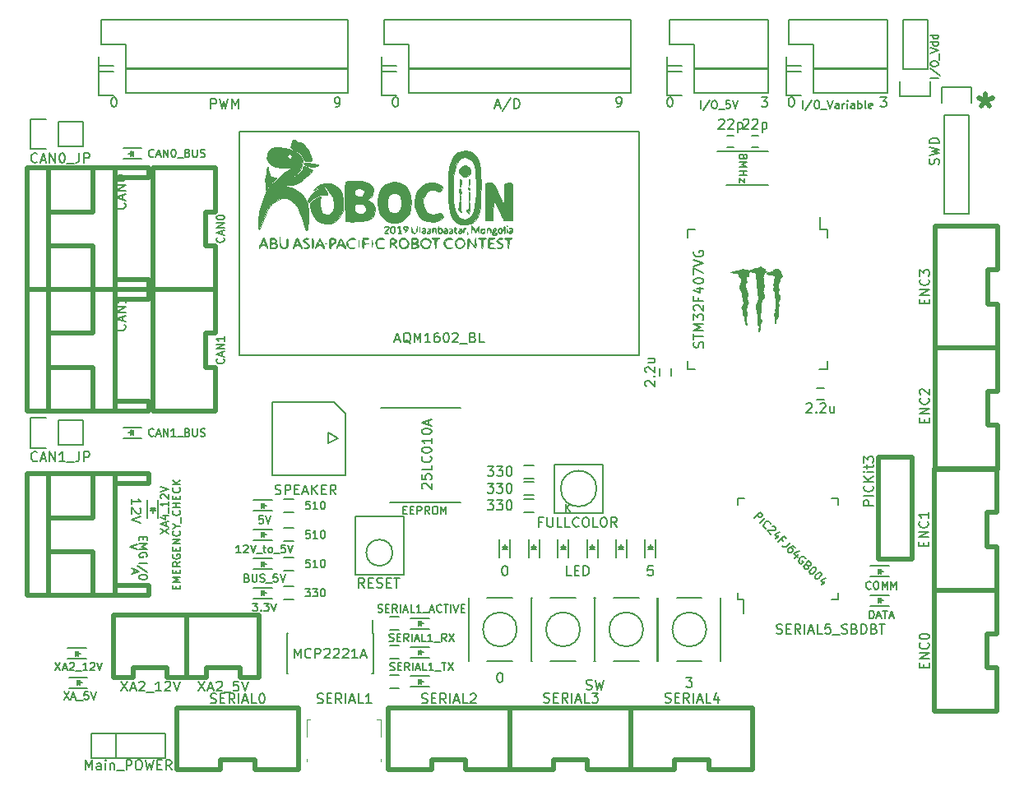
<source format=gbr>
G04 #@! TF.GenerationSoftware,KiCad,Pcbnew,(5.0.2)-1*
G04 #@! TF.CreationDate,2019-04-04T17:12:50+09:00*
G04 #@! TF.ProjectId,stm32f4_Centaurus,73746d33-3266-4345-9f43-656e74617572,rev?*
G04 #@! TF.SameCoordinates,Original*
G04 #@! TF.FileFunction,Legend,Top*
G04 #@! TF.FilePolarity,Positive*
%FSLAX46Y46*%
G04 Gerber Fmt 4.6, Leading zero omitted, Abs format (unit mm)*
G04 Created by KiCad (PCBNEW (5.0.2)-1) date 2019/04/04 17:12:50*
%MOMM*%
%LPD*%
G01*
G04 APERTURE LIST*
%ADD10C,0.500000*%
%ADD11C,0.200000*%
%ADD12C,0.150000*%
%ADD13C,0.010000*%
%ADD14C,0.120000*%
G04 APERTURE END LIST*
D10*
X151500000Y-68107142D02*
X151500000Y-68821428D01*
X150785714Y-68535714D02*
X151500000Y-68821428D01*
X152214285Y-68535714D01*
X151071428Y-69392857D02*
X151500000Y-68821428D01*
X151928571Y-69392857D01*
D11*
X140666666Y-68452380D02*
X141285714Y-68452380D01*
X140952380Y-68833333D01*
X141095238Y-68833333D01*
X141190476Y-68880952D01*
X141238095Y-68928571D01*
X141285714Y-69023809D01*
X141285714Y-69261904D01*
X141238095Y-69357142D01*
X141190476Y-69404761D01*
X141095238Y-69452380D01*
X140809523Y-69452380D01*
X140714285Y-69404761D01*
X140666666Y-69357142D01*
X131452380Y-68452380D02*
X131547619Y-68452380D01*
X131642857Y-68500000D01*
X131690476Y-68547619D01*
X131738095Y-68642857D01*
X131785714Y-68833333D01*
X131785714Y-69071428D01*
X131738095Y-69261904D01*
X131690476Y-69357142D01*
X131642857Y-69404761D01*
X131547619Y-69452380D01*
X131452380Y-69452380D01*
X131357142Y-69404761D01*
X131309523Y-69357142D01*
X131261904Y-69261904D01*
X131214285Y-69071428D01*
X131214285Y-68833333D01*
X131261904Y-68642857D01*
X131309523Y-68547619D01*
X131357142Y-68500000D01*
X131452380Y-68452380D01*
X128416666Y-68452380D02*
X129035714Y-68452380D01*
X128702380Y-68833333D01*
X128845238Y-68833333D01*
X128940476Y-68880952D01*
X128988095Y-68928571D01*
X129035714Y-69023809D01*
X129035714Y-69261904D01*
X128988095Y-69357142D01*
X128940476Y-69404761D01*
X128845238Y-69452380D01*
X128559523Y-69452380D01*
X128464285Y-69404761D01*
X128416666Y-69357142D01*
X118952380Y-68452380D02*
X119047619Y-68452380D01*
X119142857Y-68500000D01*
X119190476Y-68547619D01*
X119238095Y-68642857D01*
X119285714Y-68833333D01*
X119285714Y-69071428D01*
X119238095Y-69261904D01*
X119190476Y-69357142D01*
X119142857Y-69404761D01*
X119047619Y-69452380D01*
X118952380Y-69452380D01*
X118857142Y-69404761D01*
X118809523Y-69357142D01*
X118761904Y-69261904D01*
X118714285Y-69071428D01*
X118714285Y-68833333D01*
X118761904Y-68642857D01*
X118809523Y-68547619D01*
X118857142Y-68500000D01*
X118952380Y-68452380D01*
X113559523Y-69452380D02*
X113750000Y-69452380D01*
X113845238Y-69404761D01*
X113892857Y-69357142D01*
X113988095Y-69214285D01*
X114035714Y-69023809D01*
X114035714Y-68642857D01*
X113988095Y-68547619D01*
X113940476Y-68500000D01*
X113845238Y-68452380D01*
X113654761Y-68452380D01*
X113559523Y-68500000D01*
X113511904Y-68547619D01*
X113464285Y-68642857D01*
X113464285Y-68880952D01*
X113511904Y-68976190D01*
X113559523Y-69023809D01*
X113654761Y-69071428D01*
X113845238Y-69071428D01*
X113940476Y-69023809D01*
X113988095Y-68976190D01*
X114035714Y-68880952D01*
X90702380Y-68452380D02*
X90797619Y-68452380D01*
X90892857Y-68500000D01*
X90940476Y-68547619D01*
X90988095Y-68642857D01*
X91035714Y-68833333D01*
X91035714Y-69071428D01*
X90988095Y-69261904D01*
X90940476Y-69357142D01*
X90892857Y-69404761D01*
X90797619Y-69452380D01*
X90702380Y-69452380D01*
X90607142Y-69404761D01*
X90559523Y-69357142D01*
X90511904Y-69261904D01*
X90464285Y-69071428D01*
X90464285Y-68833333D01*
X90511904Y-68642857D01*
X90559523Y-68547619D01*
X90607142Y-68500000D01*
X90702380Y-68452380D01*
X84559523Y-69452380D02*
X84750000Y-69452380D01*
X84845238Y-69404761D01*
X84892857Y-69357142D01*
X84988095Y-69214285D01*
X85035714Y-69023809D01*
X85035714Y-68642857D01*
X84988095Y-68547619D01*
X84940476Y-68500000D01*
X84845238Y-68452380D01*
X84654761Y-68452380D01*
X84559523Y-68500000D01*
X84511904Y-68547619D01*
X84464285Y-68642857D01*
X84464285Y-68880952D01*
X84511904Y-68976190D01*
X84559523Y-69023809D01*
X84654761Y-69071428D01*
X84845238Y-69071428D01*
X84940476Y-69023809D01*
X84988095Y-68976190D01*
X85035714Y-68880952D01*
X61702380Y-68452380D02*
X61797619Y-68452380D01*
X61892857Y-68500000D01*
X61940476Y-68547619D01*
X61988095Y-68642857D01*
X62035714Y-68833333D01*
X62035714Y-69071428D01*
X61988095Y-69261904D01*
X61940476Y-69357142D01*
X61892857Y-69404761D01*
X61797619Y-69452380D01*
X61702380Y-69452380D01*
X61607142Y-69404761D01*
X61559523Y-69357142D01*
X61511904Y-69261904D01*
X61464285Y-69071428D01*
X61464285Y-68833333D01*
X61511904Y-68642857D01*
X61559523Y-68547619D01*
X61607142Y-68500000D01*
X61702380Y-68452380D01*
X120666666Y-128202380D02*
X121285714Y-128202380D01*
X120952380Y-128583333D01*
X121095238Y-128583333D01*
X121190476Y-128630952D01*
X121238095Y-128678571D01*
X121285714Y-128773809D01*
X121285714Y-129011904D01*
X121238095Y-129107142D01*
X121190476Y-129154761D01*
X121095238Y-129202380D01*
X120809523Y-129202380D01*
X120714285Y-129154761D01*
X120666666Y-129107142D01*
X101452380Y-127702380D02*
X101547619Y-127702380D01*
X101642857Y-127750000D01*
X101690476Y-127797619D01*
X101738095Y-127892857D01*
X101785714Y-128083333D01*
X101785714Y-128321428D01*
X101738095Y-128511904D01*
X101690476Y-128607142D01*
X101642857Y-128654761D01*
X101547619Y-128702380D01*
X101452380Y-128702380D01*
X101357142Y-128654761D01*
X101309523Y-128607142D01*
X101261904Y-128511904D01*
X101214285Y-128321428D01*
X101214285Y-128083333D01*
X101261904Y-127892857D01*
X101309523Y-127797619D01*
X101357142Y-127750000D01*
X101452380Y-127702380D01*
X110392857Y-129404761D02*
X110535714Y-129452380D01*
X110773809Y-129452380D01*
X110869047Y-129404761D01*
X110916666Y-129357142D01*
X110964285Y-129261904D01*
X110964285Y-129166666D01*
X110916666Y-129071428D01*
X110869047Y-129023809D01*
X110773809Y-128976190D01*
X110583333Y-128928571D01*
X110488095Y-128880952D01*
X110440476Y-128833333D01*
X110392857Y-128738095D01*
X110392857Y-128642857D01*
X110440476Y-128547619D01*
X110488095Y-128500000D01*
X110583333Y-128452380D01*
X110821428Y-128452380D01*
X110964285Y-128500000D01*
X111297619Y-128452380D02*
X111535714Y-129452380D01*
X111726190Y-128738095D01*
X111916666Y-129452380D01*
X112154761Y-128452380D01*
X108857142Y-117702380D02*
X108380952Y-117702380D01*
X108380952Y-116702380D01*
X109190476Y-117178571D02*
X109523809Y-117178571D01*
X109666666Y-117702380D02*
X109190476Y-117702380D01*
X109190476Y-116702380D01*
X109666666Y-116702380D01*
X110095238Y-117702380D02*
X110095238Y-116702380D01*
X110333333Y-116702380D01*
X110476190Y-116750000D01*
X110571428Y-116845238D01*
X110619047Y-116940476D01*
X110666666Y-117130952D01*
X110666666Y-117273809D01*
X110619047Y-117464285D01*
X110571428Y-117559523D01*
X110476190Y-117654761D01*
X110333333Y-117702380D01*
X110095238Y-117702380D01*
D12*
X108290476Y-111111904D02*
X108290476Y-110311904D01*
X108747619Y-111111904D02*
X108404761Y-110654761D01*
X108747619Y-110311904D02*
X108290476Y-110769047D01*
D11*
X117238095Y-116702380D02*
X116761904Y-116702380D01*
X116714285Y-117178571D01*
X116761904Y-117130952D01*
X116857142Y-117083333D01*
X117095238Y-117083333D01*
X117190476Y-117130952D01*
X117238095Y-117178571D01*
X117285714Y-117273809D01*
X117285714Y-117511904D01*
X117238095Y-117607142D01*
X117190476Y-117654761D01*
X117095238Y-117702380D01*
X116857142Y-117702380D01*
X116761904Y-117654761D01*
X116714285Y-117607142D01*
X101952380Y-116702380D02*
X102047619Y-116702380D01*
X102142857Y-116750000D01*
X102190476Y-116797619D01*
X102238095Y-116892857D01*
X102285714Y-117083333D01*
X102285714Y-117321428D01*
X102238095Y-117511904D01*
X102190476Y-117607142D01*
X102142857Y-117654761D01*
X102047619Y-117702380D01*
X101952380Y-117702380D01*
X101857142Y-117654761D01*
X101809523Y-117607142D01*
X101761904Y-117511904D01*
X101714285Y-117321428D01*
X101714285Y-117083333D01*
X101761904Y-116892857D01*
X101809523Y-116797619D01*
X101857142Y-116750000D01*
X101952380Y-116702380D01*
X105857142Y-112178571D02*
X105523809Y-112178571D01*
X105523809Y-112702380D02*
X105523809Y-111702380D01*
X106000000Y-111702380D01*
X106380952Y-111702380D02*
X106380952Y-112511904D01*
X106428571Y-112607142D01*
X106476190Y-112654761D01*
X106571428Y-112702380D01*
X106761904Y-112702380D01*
X106857142Y-112654761D01*
X106904761Y-112607142D01*
X106952380Y-112511904D01*
X106952380Y-111702380D01*
X107904761Y-112702380D02*
X107428571Y-112702380D01*
X107428571Y-111702380D01*
X108714285Y-112702380D02*
X108238095Y-112702380D01*
X108238095Y-111702380D01*
X109619047Y-112607142D02*
X109571428Y-112654761D01*
X109428571Y-112702380D01*
X109333333Y-112702380D01*
X109190476Y-112654761D01*
X109095238Y-112559523D01*
X109047619Y-112464285D01*
X109000000Y-112273809D01*
X109000000Y-112130952D01*
X109047619Y-111940476D01*
X109095238Y-111845238D01*
X109190476Y-111750000D01*
X109333333Y-111702380D01*
X109428571Y-111702380D01*
X109571428Y-111750000D01*
X109619047Y-111797619D01*
X110238095Y-111702380D02*
X110428571Y-111702380D01*
X110523809Y-111750000D01*
X110619047Y-111845238D01*
X110666666Y-112035714D01*
X110666666Y-112369047D01*
X110619047Y-112559523D01*
X110523809Y-112654761D01*
X110428571Y-112702380D01*
X110238095Y-112702380D01*
X110142857Y-112654761D01*
X110047619Y-112559523D01*
X110000000Y-112369047D01*
X110000000Y-112035714D01*
X110047619Y-111845238D01*
X110142857Y-111750000D01*
X110238095Y-111702380D01*
X111571428Y-112702380D02*
X111095238Y-112702380D01*
X111095238Y-111702380D01*
X112095238Y-111702380D02*
X112285714Y-111702380D01*
X112380952Y-111750000D01*
X112476190Y-111845238D01*
X112523809Y-112035714D01*
X112523809Y-112369047D01*
X112476190Y-112559523D01*
X112380952Y-112654761D01*
X112285714Y-112702380D01*
X112095238Y-112702380D01*
X112000000Y-112654761D01*
X111904761Y-112559523D01*
X111857142Y-112369047D01*
X111857142Y-112035714D01*
X111904761Y-111845238D01*
X112000000Y-111750000D01*
X112095238Y-111702380D01*
X113523809Y-112702380D02*
X113190476Y-112226190D01*
X112952380Y-112702380D02*
X112952380Y-111702380D01*
X113333333Y-111702380D01*
X113428571Y-111750000D01*
X113476190Y-111797619D01*
X113523809Y-111892857D01*
X113523809Y-112035714D01*
X113476190Y-112130952D01*
X113428571Y-112178571D01*
X113333333Y-112226190D01*
X112952380Y-112226190D01*
X91540476Y-110942857D02*
X91807142Y-110942857D01*
X91921428Y-111361904D02*
X91540476Y-111361904D01*
X91540476Y-110561904D01*
X91921428Y-110561904D01*
X92264285Y-110942857D02*
X92530952Y-110942857D01*
X92645238Y-111361904D02*
X92264285Y-111361904D01*
X92264285Y-110561904D01*
X92645238Y-110561904D01*
X92988095Y-111361904D02*
X92988095Y-110561904D01*
X93292857Y-110561904D01*
X93369047Y-110600000D01*
X93407142Y-110638095D01*
X93445238Y-110714285D01*
X93445238Y-110828571D01*
X93407142Y-110904761D01*
X93369047Y-110942857D01*
X93292857Y-110980952D01*
X92988095Y-110980952D01*
X94245238Y-111361904D02*
X93978571Y-110980952D01*
X93788095Y-111361904D02*
X93788095Y-110561904D01*
X94092857Y-110561904D01*
X94169047Y-110600000D01*
X94207142Y-110638095D01*
X94245238Y-110714285D01*
X94245238Y-110828571D01*
X94207142Y-110904761D01*
X94169047Y-110942857D01*
X94092857Y-110980952D01*
X93788095Y-110980952D01*
X94740476Y-110561904D02*
X94892857Y-110561904D01*
X94969047Y-110600000D01*
X95045238Y-110676190D01*
X95083333Y-110828571D01*
X95083333Y-111095238D01*
X95045238Y-111247619D01*
X94969047Y-111323809D01*
X94892857Y-111361904D01*
X94740476Y-111361904D01*
X94664285Y-111323809D01*
X94588095Y-111247619D01*
X94550000Y-111095238D01*
X94550000Y-110828571D01*
X94588095Y-110676190D01*
X94664285Y-110600000D01*
X94740476Y-110561904D01*
X95426190Y-111361904D02*
X95426190Y-110561904D01*
X95692857Y-111133333D01*
X95959523Y-110561904D01*
X95959523Y-111361904D01*
D12*
X63816666Y-117059523D02*
X63816666Y-117440476D01*
X63588095Y-116983333D02*
X64388095Y-117250000D01*
X63588095Y-117516666D01*
X64388095Y-116411904D02*
X65188095Y-116411904D01*
X65226190Y-117364285D02*
X64197619Y-116678571D01*
X65188095Y-117783333D02*
X65188095Y-117935714D01*
X65150000Y-118011904D01*
X65073809Y-118088095D01*
X64921428Y-118126190D01*
X64654761Y-118126190D01*
X64502380Y-118088095D01*
X64426190Y-118011904D01*
X64388095Y-117935714D01*
X64388095Y-117783333D01*
X64426190Y-117707142D01*
X64502380Y-117630952D01*
X64654761Y-117592857D01*
X64921428Y-117592857D01*
X65073809Y-117630952D01*
X65150000Y-117707142D01*
X65188095Y-117783333D01*
X64188095Y-114483333D02*
X63388095Y-114750000D01*
X64188095Y-115016666D01*
X64807142Y-113721428D02*
X64807142Y-113988095D01*
X64388095Y-114102380D02*
X64388095Y-113721428D01*
X65188095Y-113721428D01*
X65188095Y-114102380D01*
X64388095Y-114445238D02*
X65188095Y-114445238D01*
X64616666Y-114711904D01*
X65188095Y-114978571D01*
X64388095Y-114978571D01*
X65150000Y-115778571D02*
X65188095Y-115702380D01*
X65188095Y-115588095D01*
X65150000Y-115473809D01*
X65073809Y-115397619D01*
X64997619Y-115359523D01*
X64845238Y-115321428D01*
X64730952Y-115321428D01*
X64578571Y-115359523D01*
X64502380Y-115397619D01*
X64426190Y-115473809D01*
X64388095Y-115588095D01*
X64388095Y-115664285D01*
X64426190Y-115778571D01*
X64464285Y-115816666D01*
X64730952Y-115816666D01*
X64730952Y-115664285D01*
D11*
X63547619Y-110380952D02*
X63547619Y-109809523D01*
X63547619Y-110095238D02*
X64547619Y-110095238D01*
X64404761Y-110000000D01*
X64309523Y-109904761D01*
X64261904Y-109809523D01*
X64452380Y-110761904D02*
X64500000Y-110809523D01*
X64547619Y-110904761D01*
X64547619Y-111142857D01*
X64500000Y-111238095D01*
X64452380Y-111285714D01*
X64357142Y-111333333D01*
X64261904Y-111333333D01*
X64119047Y-111285714D01*
X63547619Y-110714285D01*
X63547619Y-111333333D01*
X64547619Y-111619047D02*
X63547619Y-111952380D01*
X64547619Y-112285714D01*
D12*
G04 #@! TO.C,SW4*
X117725000Y-126475000D02*
X117725000Y-120025000D01*
X113200000Y-126475000D02*
X115800000Y-126475000D01*
X111275000Y-126475000D02*
X111275000Y-120025000D01*
X113200000Y-120025000D02*
X115800000Y-120025000D01*
X111300000Y-126475000D02*
X111275000Y-126475000D01*
X117725000Y-126475000D02*
X117700000Y-126475000D01*
X117725000Y-120025000D02*
X117700000Y-120025000D01*
X111275000Y-120025000D02*
X111300000Y-120025000D01*
X116250714Y-123250000D02*
G75*
G03X116250714Y-123250000I-1750714J0D01*
G01*
G04 #@! TO.C,IC1*
X125995000Y-120135000D02*
X126595000Y-120135000D01*
X125995000Y-109785000D02*
X126665000Y-109785000D01*
X136345000Y-109785000D02*
X135675000Y-109785000D01*
X136345000Y-120135000D02*
X135675000Y-120135000D01*
X125995000Y-120135000D02*
X125995000Y-119465000D01*
X136345000Y-120135000D02*
X136345000Y-119465000D01*
X136345000Y-109785000D02*
X136345000Y-110455000D01*
X125995000Y-109785000D02*
X125995000Y-110455000D01*
X126595000Y-120135000D02*
X126595000Y-121610000D01*
G04 #@! TO.C,P31*
X130950000Y-65800000D02*
X132500000Y-65800000D01*
X133770000Y-62980000D02*
X133770000Y-65520000D01*
X131230000Y-62980000D02*
X133770000Y-62980000D01*
X130950000Y-64250000D02*
X130950000Y-65800000D01*
X131230000Y-60440000D02*
X131230000Y-62980000D01*
X141390000Y-60440000D02*
X131230000Y-60440000D01*
X141390000Y-65520000D02*
X141390000Y-60440000D01*
X133770000Y-65520000D02*
X141390000Y-65520000D01*
D10*
G04 #@! TO.C,P7*
X146220000Y-119210000D02*
X152620000Y-119210000D01*
X152620000Y-106710000D02*
X146220000Y-106710000D01*
X146220000Y-106710000D02*
X146220000Y-119210000D01*
X152620000Y-111210000D02*
X152620000Y-106710000D01*
X151620000Y-111210000D02*
X152620000Y-111210000D01*
X151620000Y-114710000D02*
X151620000Y-111210000D01*
X152620000Y-114710000D02*
X151620000Y-114710000D01*
X152620000Y-119210000D02*
X152620000Y-114710000D01*
D12*
G04 #@! TO.C,U7*
X74650000Y-71970000D02*
X115850000Y-71970000D01*
X115850000Y-71970000D02*
X115850000Y-95030000D01*
X115850000Y-95030000D02*
X74650000Y-95030000D01*
X74650000Y-95030000D02*
X74650000Y-71970000D01*
D10*
G04 #@! TO.C,P27*
X65400000Y-119750000D02*
X65400000Y-118750000D01*
X65400000Y-118750000D02*
X61900000Y-118750000D01*
X65400000Y-107250000D02*
X65400000Y-108250000D01*
X65400000Y-108250000D02*
X61900000Y-108250000D01*
X61900000Y-119750000D02*
X61900000Y-107250000D01*
X59600000Y-115250000D02*
X59600000Y-119750000D01*
X59600000Y-111750000D02*
X59600000Y-107250000D01*
X59600000Y-115250000D02*
X55000000Y-115250000D01*
X59600000Y-111750000D02*
X55000000Y-111750000D01*
X55000000Y-107250000D02*
X55000000Y-119750000D01*
X65400000Y-119750000D02*
X52800000Y-119750000D01*
X52800000Y-119750000D02*
X52800000Y-107250000D01*
X65400000Y-107250000D02*
X52800000Y-107250000D01*
D12*
G04 #@! TO.C,P23*
X92160000Y-65480000D02*
X115020000Y-65480000D01*
X115020000Y-65480000D02*
X115020000Y-68020000D01*
X115020000Y-68020000D02*
X92160000Y-68020000D01*
X89340000Y-65200000D02*
X90890000Y-65200000D01*
X92160000Y-65480000D02*
X92160000Y-68020000D01*
X90890000Y-68300000D02*
X89340000Y-68300000D01*
X89340000Y-68300000D02*
X89340000Y-65200000D01*
D10*
G04 #@! TO.C,P16*
X68250000Y-131300000D02*
X68250000Y-137700000D01*
X80750000Y-137700000D02*
X80750000Y-131300000D01*
X80750000Y-131300000D02*
X68250000Y-131300000D01*
X76250000Y-137700000D02*
X80750000Y-137700000D01*
X76250000Y-136700000D02*
X76250000Y-137700000D01*
X72750000Y-136700000D02*
X76250000Y-136700000D01*
X72750000Y-137700000D02*
X72750000Y-136700000D01*
X68250000Y-137700000D02*
X72750000Y-137700000D01*
D13*
G04 #@! TO.C,U9*
G36*
X128356152Y-85885803D02*
X128374458Y-85892221D01*
X128381769Y-85907517D01*
X128383331Y-85917842D01*
X128393277Y-85944137D01*
X128419700Y-85961174D01*
X128431800Y-85965467D01*
X128467946Y-85984493D01*
X128480118Y-86006876D01*
X128494476Y-86030972D01*
X128521631Y-86041531D01*
X128551815Y-86054836D01*
X128588155Y-86080720D01*
X128609335Y-86100130D01*
X128650561Y-86135633D01*
X128685491Y-86150430D01*
X128695171Y-86151200D01*
X128740047Y-86159060D01*
X128770282Y-86184372D01*
X128788255Y-86229730D01*
X128793047Y-86257927D01*
X128801741Y-86306589D01*
X128815815Y-86335541D01*
X128839901Y-86350461D01*
X128873485Y-86356537D01*
X128915019Y-86360750D01*
X128786350Y-86506800D01*
X128715961Y-86588994D01*
X128660983Y-86660389D01*
X128620018Y-86725720D01*
X128591667Y-86789720D01*
X128574532Y-86857125D01*
X128567215Y-86932669D01*
X128568318Y-87021088D01*
X128576441Y-87127116D01*
X128583344Y-87194181D01*
X128598853Y-87336854D01*
X128611965Y-87456329D01*
X128622991Y-87554662D01*
X128632246Y-87633909D01*
X128640042Y-87696128D01*
X128646691Y-87743374D01*
X128652507Y-87777705D01*
X128657803Y-87801176D01*
X128662890Y-87815845D01*
X128668083Y-87823767D01*
X128673693Y-87826999D01*
X128679691Y-87827600D01*
X128694299Y-87837629D01*
X128697555Y-87863814D01*
X128690783Y-87900295D01*
X128675304Y-87941215D01*
X128652441Y-87980715D01*
X128642111Y-87994111D01*
X128626213Y-88015384D01*
X128616528Y-88037478D01*
X128611547Y-88067344D01*
X128609763Y-88111936D01*
X128609600Y-88144106D01*
X128608862Y-88199465D01*
X128605840Y-88235568D01*
X128599319Y-88258538D01*
X128588083Y-88274494D01*
X128582699Y-88279656D01*
X128568200Y-88295856D01*
X128561121Y-88315894D01*
X128560056Y-88347323D01*
X128562703Y-88387106D01*
X128567057Y-88424807D01*
X128574604Y-88464130D01*
X128586583Y-88509083D01*
X128604235Y-88563675D01*
X128628799Y-88631913D01*
X128661515Y-88717805D01*
X128678353Y-88761050D01*
X128706962Y-88848177D01*
X128721797Y-88926208D01*
X128722466Y-88991391D01*
X128708580Y-89039975D01*
X128707574Y-89041766D01*
X128679525Y-89081567D01*
X128641678Y-89124189D01*
X128600945Y-89162778D01*
X128564240Y-89190482D01*
X128550099Y-89197894D01*
X128512501Y-89225704D01*
X128490118Y-89272868D01*
X128482601Y-89340128D01*
X128482600Y-89341203D01*
X128475981Y-89396010D01*
X128458371Y-89445355D01*
X128433143Y-89481163D01*
X128420175Y-89490724D01*
X128397899Y-89516117D01*
X128393700Y-89540834D01*
X128385754Y-89576985D01*
X128368300Y-89609065D01*
X128356496Y-89627594D01*
X128348971Y-89650830D01*
X128344831Y-89684561D01*
X128343180Y-89734573D01*
X128343011Y-89772703D01*
X128344057Y-89839196D01*
X128346812Y-89920244D01*
X128350844Y-90005091D01*
X128355186Y-90075500D01*
X128359129Y-90242872D01*
X128349073Y-90422896D01*
X128325607Y-90607433D01*
X128310501Y-90691450D01*
X128299192Y-90775741D01*
X128294016Y-90876527D01*
X128294706Y-90985718D01*
X128300999Y-91095226D01*
X128312630Y-91196965D01*
X128329333Y-91282845D01*
X128329931Y-91285175D01*
X128347404Y-91345106D01*
X128362816Y-91382581D01*
X128375611Y-91396264D01*
X128376209Y-91396300D01*
X128392177Y-91387108D01*
X128393894Y-91380425D01*
X128398285Y-91373813D01*
X128406400Y-91383600D01*
X128416130Y-91415111D01*
X128417923Y-91462148D01*
X128413007Y-91518952D01*
X128402608Y-91579765D01*
X128387953Y-91638829D01*
X128370268Y-91690386D01*
X128350782Y-91728677D01*
X128330720Y-91747945D01*
X128328623Y-91748632D01*
X128317681Y-91754129D01*
X128310474Y-91766916D01*
X128306078Y-91791728D01*
X128303568Y-91833299D01*
X128302261Y-91883556D01*
X128301527Y-91957386D01*
X128301786Y-92041804D01*
X128302965Y-92122019D01*
X128303559Y-92145600D01*
X128304808Y-92206780D01*
X128303830Y-92248410D01*
X128299831Y-92276299D01*
X128292017Y-92296257D01*
X128280697Y-92312703D01*
X128261985Y-92344387D01*
X128254003Y-92373830D01*
X128254000Y-92374283D01*
X128243506Y-92422001D01*
X128214731Y-92474681D01*
X128171734Y-92525200D01*
X128163757Y-92532651D01*
X128126592Y-92563796D01*
X128102076Y-92575970D01*
X128087519Y-92567589D01*
X128080229Y-92537068D01*
X128077515Y-92482821D01*
X128077496Y-92481857D01*
X128077650Y-92430162D01*
X128081130Y-92398809D01*
X128088773Y-92382860D01*
X128094973Y-92378898D01*
X128109534Y-92361433D01*
X128114300Y-92334791D01*
X128118456Y-92303455D01*
X128129260Y-92258958D01*
X128141802Y-92218675D01*
X128162971Y-92145466D01*
X128169032Y-92086599D01*
X128159529Y-92035667D01*
X128134008Y-91986266D01*
X128124331Y-91972384D01*
X128051144Y-91853129D01*
X128001389Y-91729063D01*
X127994506Y-91704406D01*
X127989007Y-91679685D01*
X127984704Y-91650855D01*
X127981516Y-91615008D01*
X127979361Y-91569237D01*
X127978156Y-91510633D01*
X127977820Y-91436289D01*
X127978271Y-91343295D01*
X127979426Y-91228744D01*
X127979929Y-91187202D01*
X127985417Y-90747428D01*
X127948410Y-90668347D01*
X127914961Y-90582176D01*
X127901862Y-90509353D01*
X127908905Y-90448306D01*
X127916851Y-90427805D01*
X127929447Y-90397774D01*
X127930830Y-90375402D01*
X127920509Y-90348223D01*
X127913140Y-90333500D01*
X127875107Y-90242170D01*
X127854367Y-90147834D01*
X127849324Y-90042332D01*
X127850350Y-90012823D01*
X127851740Y-89983068D01*
X127853226Y-89957639D01*
X127855579Y-89933900D01*
X127859568Y-89909214D01*
X127865964Y-89880943D01*
X127875537Y-89846451D01*
X127889057Y-89803100D01*
X127907295Y-89748255D01*
X127931019Y-89679277D01*
X127961001Y-89593530D01*
X127998011Y-89488376D01*
X128030174Y-89397091D01*
X128052359Y-89336398D01*
X128072871Y-89284457D01*
X128089740Y-89245965D01*
X128100999Y-89225618D01*
X128102780Y-89223870D01*
X128109393Y-89214356D01*
X128111706Y-89194689D01*
X128109360Y-89162153D01*
X128101994Y-89114032D01*
X128089249Y-89047614D01*
X128070766Y-88960181D01*
X128063322Y-88926150D01*
X128032120Y-88774842D01*
X128009843Y-88643190D01*
X127996227Y-88527167D01*
X127991008Y-88422750D01*
X127993921Y-88325913D01*
X128004702Y-88232631D01*
X128014296Y-88179366D01*
X128021984Y-88137743D01*
X128023009Y-88113315D01*
X128016256Y-88098491D01*
X128000612Y-88085679D01*
X128000543Y-88085631D01*
X127975758Y-88063750D01*
X127958179Y-88035634D01*
X127947039Y-87997386D01*
X127941571Y-87945107D01*
X127941006Y-87874901D01*
X127943835Y-87797660D01*
X127947076Y-87725992D01*
X127948408Y-87674744D01*
X127947429Y-87638981D01*
X127943735Y-87613767D01*
X127936923Y-87594168D01*
X127926592Y-87575247D01*
X127925535Y-87573508D01*
X127909638Y-87542794D01*
X127901389Y-87511547D01*
X127900765Y-87474016D01*
X127907745Y-87424451D01*
X127922304Y-87357101D01*
X127924642Y-87347205D01*
X127938459Y-87280436D01*
X127942004Y-87231772D01*
X127933837Y-87195504D01*
X127912517Y-87165920D01*
X127876604Y-87137312D01*
X127870675Y-87133291D01*
X127837045Y-87108089D01*
X127819857Y-87085131D01*
X127812924Y-87055128D01*
X127812058Y-87045300D01*
X127813937Y-87009038D01*
X127822327Y-86957705D01*
X127835650Y-86900306D01*
X127840633Y-86882349D01*
X127862175Y-86790629D01*
X127872113Y-86706822D01*
X127869931Y-86636660D01*
X127864995Y-86611574D01*
X127848896Y-86588044D01*
X127826233Y-86582999D01*
X127785743Y-86576164D01*
X127752823Y-86553068D01*
X127722620Y-86509829D01*
X127713667Y-86492950D01*
X127681369Y-86429212D01*
X127568649Y-86432793D01*
X127511147Y-86433692D01*
X127473076Y-86431470D01*
X127448576Y-86425343D01*
X127431787Y-86414525D01*
X127431690Y-86414436D01*
X127412202Y-86402659D01*
X127382037Y-86395789D01*
X127335363Y-86392827D01*
X127303674Y-86392499D01*
X127251660Y-86393984D01*
X127215738Y-86398082D01*
X127200206Y-86404261D01*
X127199900Y-86405379D01*
X127191175Y-86421217D01*
X127169365Y-86445199D01*
X127160319Y-86453623D01*
X127120738Y-86488988D01*
X127122733Y-86625222D01*
X127122799Y-86686635D01*
X127121382Y-86743147D01*
X127118749Y-86787074D01*
X127116450Y-86805578D01*
X127110287Y-86831589D01*
X127099635Y-86844626D01*
X127077124Y-86849169D01*
X127043841Y-86849700D01*
X127001742Y-86852578D01*
X126965873Y-86863799D01*
X126925250Y-86887239D01*
X126911904Y-86896260D01*
X126844299Y-86942821D01*
X126844299Y-87148779D01*
X126844434Y-87225384D01*
X126845157Y-87280356D01*
X126846949Y-87317463D01*
X126850290Y-87340473D01*
X126855658Y-87353153D01*
X126863535Y-87359271D01*
X126871434Y-87361833D01*
X126887848Y-87369204D01*
X126894322Y-87384707D01*
X126893217Y-87415819D01*
X126892018Y-87427047D01*
X126887442Y-87455281D01*
X126878853Y-87481887D01*
X126863575Y-87511816D01*
X126838935Y-87550021D01*
X126802256Y-87601452D01*
X126785412Y-87624400D01*
X126771368Y-87644610D01*
X126762322Y-87663450D01*
X126757500Y-87686615D01*
X126756126Y-87719800D01*
X126757426Y-87768700D01*
X126759491Y-87814900D01*
X126767403Y-87914012D01*
X126782490Y-88010831D01*
X126806136Y-88110918D01*
X126839722Y-88219834D01*
X126884632Y-88343142D01*
X126901616Y-88386537D01*
X126941205Y-88487171D01*
X126971775Y-88567044D01*
X126994231Y-88628781D01*
X127009477Y-88675003D01*
X127018416Y-88708333D01*
X127021953Y-88731393D01*
X127022100Y-88736023D01*
X127016007Y-88768759D01*
X127000690Y-88811410D01*
X126980594Y-88853889D01*
X126960162Y-88886106D01*
X126952397Y-88894277D01*
X126944319Y-88905872D01*
X126938765Y-88927559D01*
X126935330Y-88963285D01*
X126933612Y-89016993D01*
X126933200Y-89081875D01*
X126933416Y-89151347D01*
X126934646Y-89200877D01*
X126937765Y-89235924D01*
X126943644Y-89261947D01*
X126953159Y-89284403D01*
X126967181Y-89308752D01*
X126970320Y-89313870D01*
X127015649Y-89404828D01*
X127041577Y-89496427D01*
X127048074Y-89584992D01*
X127035108Y-89666850D01*
X127002647Y-89738330D01*
X126974302Y-89774186D01*
X126949887Y-89808042D01*
X126943339Y-89845860D01*
X126943809Y-89856736D01*
X126941317Y-89895010D01*
X126931469Y-89944043D01*
X126921084Y-89979063D01*
X126907111Y-90024287D01*
X126897679Y-90064175D01*
X126895100Y-90085027D01*
X126885760Y-90113418D01*
X126869700Y-90122620D01*
X126855670Y-90129555D01*
X126847961Y-90145153D01*
X126844784Y-90175562D01*
X126844300Y-90209880D01*
X126846881Y-90258511D01*
X126853801Y-90321614D01*
X126863822Y-90388882D01*
X126869661Y-90421124D01*
X126883279Y-90510187D01*
X126891836Y-90606888D01*
X126895271Y-90704717D01*
X126893524Y-90797160D01*
X126886534Y-90877705D01*
X126874459Y-90939100D01*
X126867320Y-90970124D01*
X126861671Y-91010738D01*
X126857301Y-91064199D01*
X126853997Y-91133764D01*
X126851549Y-91222691D01*
X126849979Y-91316190D01*
X126848825Y-91413681D01*
X126848435Y-91489025D01*
X126848977Y-91545467D01*
X126850623Y-91586252D01*
X126853544Y-91614626D01*
X126857910Y-91633834D01*
X126863891Y-91647121D01*
X126867676Y-91652740D01*
X126881087Y-91680908D01*
X126887821Y-91723441D01*
X126889131Y-91770652D01*
X126887989Y-91818186D01*
X126884131Y-91845929D01*
X126876150Y-91859455D01*
X126865566Y-91863843D01*
X126845705Y-91861712D01*
X126825669Y-91844999D01*
X126802733Y-91810501D01*
X126775733Y-91758250D01*
X126757952Y-91718232D01*
X126742296Y-91674776D01*
X126727979Y-91624338D01*
X126714211Y-91563370D01*
X126700205Y-91488328D01*
X126685173Y-91395665D01*
X126668328Y-91281836D01*
X126665546Y-91262365D01*
X126625870Y-90983646D01*
X126577124Y-90930763D01*
X126544557Y-90888169D01*
X126524663Y-90847263D01*
X126521808Y-90835465D01*
X126517384Y-90796485D01*
X126512833Y-90738896D01*
X126508500Y-90669485D01*
X126504726Y-90595039D01*
X126501856Y-90522344D01*
X126500233Y-90458187D01*
X126500201Y-90409355D01*
X126500216Y-90408690D01*
X126499161Y-90355006D01*
X126490641Y-90313852D01*
X126471085Y-90276365D01*
X126436923Y-90233682D01*
X126423827Y-90219125D01*
X126388742Y-90176185D01*
X126369143Y-90137721D01*
X126365262Y-90098709D01*
X126377327Y-90054123D01*
X126405569Y-89998939D01*
X126436141Y-89949680D01*
X126461561Y-89907610D01*
X126480222Y-89871506D01*
X126488559Y-89848361D01*
X126488700Y-89846545D01*
X126493670Y-89822918D01*
X126506377Y-89786471D01*
X126516267Y-89762789D01*
X126536033Y-89694684D01*
X126544062Y-89610193D01*
X126540828Y-89515202D01*
X126526805Y-89415598D01*
X126502465Y-89317267D01*
X126474164Y-89239422D01*
X126465455Y-89215646D01*
X126459140Y-89188250D01*
X126454859Y-89152874D01*
X126452250Y-89105161D01*
X126450951Y-89040755D01*
X126450600Y-88955632D01*
X126450395Y-88873244D01*
X126449514Y-88812202D01*
X126447557Y-88768454D01*
X126444125Y-88737948D01*
X126438817Y-88716633D01*
X126431234Y-88700455D01*
X126424399Y-88690076D01*
X126408978Y-88659461D01*
X126392890Y-88613277D01*
X126379411Y-88561048D01*
X126378451Y-88556441D01*
X126364999Y-88502895D01*
X126349442Y-88460083D01*
X126334801Y-88435701D01*
X126316916Y-88404460D01*
X126310899Y-88370525D01*
X126304901Y-88336970D01*
X126283202Y-88308126D01*
X126267547Y-88294659D01*
X126215176Y-88237239D01*
X126178358Y-88163040D01*
X126159037Y-88076731D01*
X126156553Y-88028125D01*
X126157098Y-87998014D01*
X126158905Y-87969973D01*
X126162808Y-87940561D01*
X126169639Y-87906337D01*
X126180231Y-87863861D01*
X126195415Y-87809692D01*
X126216025Y-87740389D01*
X126242893Y-87652511D01*
X126263871Y-87584565D01*
X126283312Y-87515870D01*
X126300318Y-87445094D01*
X126312783Y-87381625D01*
X126317995Y-87343265D01*
X126321295Y-87265249D01*
X126313374Y-87203041D01*
X126291421Y-87148658D01*
X126252623Y-87094120D01*
X126215938Y-87053659D01*
X126161781Y-86994542D01*
X126124305Y-86945105D01*
X126100587Y-86898876D01*
X126087704Y-86849385D01*
X126082734Y-86790161D01*
X126082300Y-86757813D01*
X126081443Y-86701605D01*
X126078114Y-86664622D01*
X126071172Y-86640722D01*
X126059474Y-86623765D01*
X126056899Y-86621100D01*
X126030030Y-86602130D01*
X126008043Y-86595699D01*
X125982237Y-86587659D01*
X125954068Y-86568795D01*
X125939010Y-86557129D01*
X125922133Y-86549850D01*
X125898047Y-86546363D01*
X125861363Y-86546075D01*
X125806691Y-86548393D01*
X125781315Y-86549764D01*
X125693585Y-86552030D01*
X125629719Y-86547825D01*
X125589949Y-86537185D01*
X125574508Y-86520148D01*
X125574300Y-86517461D01*
X125562356Y-86513639D01*
X125529546Y-86510423D01*
X125480402Y-86508085D01*
X125419456Y-86506895D01*
X125395568Y-86506800D01*
X125324527Y-86506502D01*
X125275210Y-86505324D01*
X125243946Y-86502835D01*
X125227063Y-86498606D01*
X125220891Y-86492208D01*
X125220943Y-86486370D01*
X125231749Y-86475707D01*
X125261605Y-86460653D01*
X125311889Y-86440662D01*
X125383977Y-86415184D01*
X125477626Y-86384196D01*
X125618170Y-86340950D01*
X125740663Y-86308402D01*
X125849647Y-86285649D01*
X125949666Y-86271788D01*
X126045265Y-86265914D01*
X126074108Y-86265574D01*
X126127189Y-86264526D01*
X126163852Y-86260012D01*
X126193047Y-86249837D01*
X126223725Y-86231801D01*
X126230724Y-86227126D01*
X126316484Y-86174716D01*
X126392342Y-86140567D01*
X126439520Y-86126849D01*
X126479939Y-86120836D01*
X126511576Y-86126427D01*
X126539506Y-86140029D01*
X126576267Y-86166992D01*
X126606796Y-86199586D01*
X126609782Y-86203918D01*
X126634750Y-86242343D01*
X126761750Y-86234849D01*
X126850067Y-86232259D01*
X126917063Y-86236724D01*
X126965989Y-86248890D01*
X127000102Y-86269397D01*
X127013887Y-86284683D01*
X127032525Y-86305681D01*
X127053324Y-86312918D01*
X127087066Y-86309861D01*
X127090442Y-86309309D01*
X127145452Y-86296265D01*
X127185992Y-86275574D01*
X127213561Y-86251838D01*
X127241632Y-86233207D01*
X127264615Y-86227399D01*
X127295336Y-86221328D01*
X127324940Y-86208886D01*
X127391731Y-86177503D01*
X127479353Y-86144549D01*
X127583404Y-86111357D01*
X127699481Y-86079260D01*
X127823182Y-86049589D01*
X127914793Y-86030417D01*
X127974852Y-86017712D01*
X128026674Y-86005029D01*
X128064607Y-85993866D01*
X128082757Y-85985928D01*
X128105101Y-85974686D01*
X128142346Y-85962457D01*
X128167963Y-85956049D01*
X128213906Y-85942388D01*
X128239890Y-85924881D01*
X128247486Y-85912896D01*
X128259919Y-85894971D01*
X128281619Y-85886560D01*
X128319667Y-85884499D01*
X128356152Y-85885803D01*
X128356152Y-85885803D01*
G37*
X128356152Y-85885803D02*
X128374458Y-85892221D01*
X128381769Y-85907517D01*
X128383331Y-85917842D01*
X128393277Y-85944137D01*
X128419700Y-85961174D01*
X128431800Y-85965467D01*
X128467946Y-85984493D01*
X128480118Y-86006876D01*
X128494476Y-86030972D01*
X128521631Y-86041531D01*
X128551815Y-86054836D01*
X128588155Y-86080720D01*
X128609335Y-86100130D01*
X128650561Y-86135633D01*
X128685491Y-86150430D01*
X128695171Y-86151200D01*
X128740047Y-86159060D01*
X128770282Y-86184372D01*
X128788255Y-86229730D01*
X128793047Y-86257927D01*
X128801741Y-86306589D01*
X128815815Y-86335541D01*
X128839901Y-86350461D01*
X128873485Y-86356537D01*
X128915019Y-86360750D01*
X128786350Y-86506800D01*
X128715961Y-86588994D01*
X128660983Y-86660389D01*
X128620018Y-86725720D01*
X128591667Y-86789720D01*
X128574532Y-86857125D01*
X128567215Y-86932669D01*
X128568318Y-87021088D01*
X128576441Y-87127116D01*
X128583344Y-87194181D01*
X128598853Y-87336854D01*
X128611965Y-87456329D01*
X128622991Y-87554662D01*
X128632246Y-87633909D01*
X128640042Y-87696128D01*
X128646691Y-87743374D01*
X128652507Y-87777705D01*
X128657803Y-87801176D01*
X128662890Y-87815845D01*
X128668083Y-87823767D01*
X128673693Y-87826999D01*
X128679691Y-87827600D01*
X128694299Y-87837629D01*
X128697555Y-87863814D01*
X128690783Y-87900295D01*
X128675304Y-87941215D01*
X128652441Y-87980715D01*
X128642111Y-87994111D01*
X128626213Y-88015384D01*
X128616528Y-88037478D01*
X128611547Y-88067344D01*
X128609763Y-88111936D01*
X128609600Y-88144106D01*
X128608862Y-88199465D01*
X128605840Y-88235568D01*
X128599319Y-88258538D01*
X128588083Y-88274494D01*
X128582699Y-88279656D01*
X128568200Y-88295856D01*
X128561121Y-88315894D01*
X128560056Y-88347323D01*
X128562703Y-88387106D01*
X128567057Y-88424807D01*
X128574604Y-88464130D01*
X128586583Y-88509083D01*
X128604235Y-88563675D01*
X128628799Y-88631913D01*
X128661515Y-88717805D01*
X128678353Y-88761050D01*
X128706962Y-88848177D01*
X128721797Y-88926208D01*
X128722466Y-88991391D01*
X128708580Y-89039975D01*
X128707574Y-89041766D01*
X128679525Y-89081567D01*
X128641678Y-89124189D01*
X128600945Y-89162778D01*
X128564240Y-89190482D01*
X128550099Y-89197894D01*
X128512501Y-89225704D01*
X128490118Y-89272868D01*
X128482601Y-89340128D01*
X128482600Y-89341203D01*
X128475981Y-89396010D01*
X128458371Y-89445355D01*
X128433143Y-89481163D01*
X128420175Y-89490724D01*
X128397899Y-89516117D01*
X128393700Y-89540834D01*
X128385754Y-89576985D01*
X128368300Y-89609065D01*
X128356496Y-89627594D01*
X128348971Y-89650830D01*
X128344831Y-89684561D01*
X128343180Y-89734573D01*
X128343011Y-89772703D01*
X128344057Y-89839196D01*
X128346812Y-89920244D01*
X128350844Y-90005091D01*
X128355186Y-90075500D01*
X128359129Y-90242872D01*
X128349073Y-90422896D01*
X128325607Y-90607433D01*
X128310501Y-90691450D01*
X128299192Y-90775741D01*
X128294016Y-90876527D01*
X128294706Y-90985718D01*
X128300999Y-91095226D01*
X128312630Y-91196965D01*
X128329333Y-91282845D01*
X128329931Y-91285175D01*
X128347404Y-91345106D01*
X128362816Y-91382581D01*
X128375611Y-91396264D01*
X128376209Y-91396300D01*
X128392177Y-91387108D01*
X128393894Y-91380425D01*
X128398285Y-91373813D01*
X128406400Y-91383600D01*
X128416130Y-91415111D01*
X128417923Y-91462148D01*
X128413007Y-91518952D01*
X128402608Y-91579765D01*
X128387953Y-91638829D01*
X128370268Y-91690386D01*
X128350782Y-91728677D01*
X128330720Y-91747945D01*
X128328623Y-91748632D01*
X128317681Y-91754129D01*
X128310474Y-91766916D01*
X128306078Y-91791728D01*
X128303568Y-91833299D01*
X128302261Y-91883556D01*
X128301527Y-91957386D01*
X128301786Y-92041804D01*
X128302965Y-92122019D01*
X128303559Y-92145600D01*
X128304808Y-92206780D01*
X128303830Y-92248410D01*
X128299831Y-92276299D01*
X128292017Y-92296257D01*
X128280697Y-92312703D01*
X128261985Y-92344387D01*
X128254003Y-92373830D01*
X128254000Y-92374283D01*
X128243506Y-92422001D01*
X128214731Y-92474681D01*
X128171734Y-92525200D01*
X128163757Y-92532651D01*
X128126592Y-92563796D01*
X128102076Y-92575970D01*
X128087519Y-92567589D01*
X128080229Y-92537068D01*
X128077515Y-92482821D01*
X128077496Y-92481857D01*
X128077650Y-92430162D01*
X128081130Y-92398809D01*
X128088773Y-92382860D01*
X128094973Y-92378898D01*
X128109534Y-92361433D01*
X128114300Y-92334791D01*
X128118456Y-92303455D01*
X128129260Y-92258958D01*
X128141802Y-92218675D01*
X128162971Y-92145466D01*
X128169032Y-92086599D01*
X128159529Y-92035667D01*
X128134008Y-91986266D01*
X128124331Y-91972384D01*
X128051144Y-91853129D01*
X128001389Y-91729063D01*
X127994506Y-91704406D01*
X127989007Y-91679685D01*
X127984704Y-91650855D01*
X127981516Y-91615008D01*
X127979361Y-91569237D01*
X127978156Y-91510633D01*
X127977820Y-91436289D01*
X127978271Y-91343295D01*
X127979426Y-91228744D01*
X127979929Y-91187202D01*
X127985417Y-90747428D01*
X127948410Y-90668347D01*
X127914961Y-90582176D01*
X127901862Y-90509353D01*
X127908905Y-90448306D01*
X127916851Y-90427805D01*
X127929447Y-90397774D01*
X127930830Y-90375402D01*
X127920509Y-90348223D01*
X127913140Y-90333500D01*
X127875107Y-90242170D01*
X127854367Y-90147834D01*
X127849324Y-90042332D01*
X127850350Y-90012823D01*
X127851740Y-89983068D01*
X127853226Y-89957639D01*
X127855579Y-89933900D01*
X127859568Y-89909214D01*
X127865964Y-89880943D01*
X127875537Y-89846451D01*
X127889057Y-89803100D01*
X127907295Y-89748255D01*
X127931019Y-89679277D01*
X127961001Y-89593530D01*
X127998011Y-89488376D01*
X128030174Y-89397091D01*
X128052359Y-89336398D01*
X128072871Y-89284457D01*
X128089740Y-89245965D01*
X128100999Y-89225618D01*
X128102780Y-89223870D01*
X128109393Y-89214356D01*
X128111706Y-89194689D01*
X128109360Y-89162153D01*
X128101994Y-89114032D01*
X128089249Y-89047614D01*
X128070766Y-88960181D01*
X128063322Y-88926150D01*
X128032120Y-88774842D01*
X128009843Y-88643190D01*
X127996227Y-88527167D01*
X127991008Y-88422750D01*
X127993921Y-88325913D01*
X128004702Y-88232631D01*
X128014296Y-88179366D01*
X128021984Y-88137743D01*
X128023009Y-88113315D01*
X128016256Y-88098491D01*
X128000612Y-88085679D01*
X128000543Y-88085631D01*
X127975758Y-88063750D01*
X127958179Y-88035634D01*
X127947039Y-87997386D01*
X127941571Y-87945107D01*
X127941006Y-87874901D01*
X127943835Y-87797660D01*
X127947076Y-87725992D01*
X127948408Y-87674744D01*
X127947429Y-87638981D01*
X127943735Y-87613767D01*
X127936923Y-87594168D01*
X127926592Y-87575247D01*
X127925535Y-87573508D01*
X127909638Y-87542794D01*
X127901389Y-87511547D01*
X127900765Y-87474016D01*
X127907745Y-87424451D01*
X127922304Y-87357101D01*
X127924642Y-87347205D01*
X127938459Y-87280436D01*
X127942004Y-87231772D01*
X127933837Y-87195504D01*
X127912517Y-87165920D01*
X127876604Y-87137312D01*
X127870675Y-87133291D01*
X127837045Y-87108089D01*
X127819857Y-87085131D01*
X127812924Y-87055128D01*
X127812058Y-87045300D01*
X127813937Y-87009038D01*
X127822327Y-86957705D01*
X127835650Y-86900306D01*
X127840633Y-86882349D01*
X127862175Y-86790629D01*
X127872113Y-86706822D01*
X127869931Y-86636660D01*
X127864995Y-86611574D01*
X127848896Y-86588044D01*
X127826233Y-86582999D01*
X127785743Y-86576164D01*
X127752823Y-86553068D01*
X127722620Y-86509829D01*
X127713667Y-86492950D01*
X127681369Y-86429212D01*
X127568649Y-86432793D01*
X127511147Y-86433692D01*
X127473076Y-86431470D01*
X127448576Y-86425343D01*
X127431787Y-86414525D01*
X127431690Y-86414436D01*
X127412202Y-86402659D01*
X127382037Y-86395789D01*
X127335363Y-86392827D01*
X127303674Y-86392499D01*
X127251660Y-86393984D01*
X127215738Y-86398082D01*
X127200206Y-86404261D01*
X127199900Y-86405379D01*
X127191175Y-86421217D01*
X127169365Y-86445199D01*
X127160319Y-86453623D01*
X127120738Y-86488988D01*
X127122733Y-86625222D01*
X127122799Y-86686635D01*
X127121382Y-86743147D01*
X127118749Y-86787074D01*
X127116450Y-86805578D01*
X127110287Y-86831589D01*
X127099635Y-86844626D01*
X127077124Y-86849169D01*
X127043841Y-86849700D01*
X127001742Y-86852578D01*
X126965873Y-86863799D01*
X126925250Y-86887239D01*
X126911904Y-86896260D01*
X126844299Y-86942821D01*
X126844299Y-87148779D01*
X126844434Y-87225384D01*
X126845157Y-87280356D01*
X126846949Y-87317463D01*
X126850290Y-87340473D01*
X126855658Y-87353153D01*
X126863535Y-87359271D01*
X126871434Y-87361833D01*
X126887848Y-87369204D01*
X126894322Y-87384707D01*
X126893217Y-87415819D01*
X126892018Y-87427047D01*
X126887442Y-87455281D01*
X126878853Y-87481887D01*
X126863575Y-87511816D01*
X126838935Y-87550021D01*
X126802256Y-87601452D01*
X126785412Y-87624400D01*
X126771368Y-87644610D01*
X126762322Y-87663450D01*
X126757500Y-87686615D01*
X126756126Y-87719800D01*
X126757426Y-87768700D01*
X126759491Y-87814900D01*
X126767403Y-87914012D01*
X126782490Y-88010831D01*
X126806136Y-88110918D01*
X126839722Y-88219834D01*
X126884632Y-88343142D01*
X126901616Y-88386537D01*
X126941205Y-88487171D01*
X126971775Y-88567044D01*
X126994231Y-88628781D01*
X127009477Y-88675003D01*
X127018416Y-88708333D01*
X127021953Y-88731393D01*
X127022100Y-88736023D01*
X127016007Y-88768759D01*
X127000690Y-88811410D01*
X126980594Y-88853889D01*
X126960162Y-88886106D01*
X126952397Y-88894277D01*
X126944319Y-88905872D01*
X126938765Y-88927559D01*
X126935330Y-88963285D01*
X126933612Y-89016993D01*
X126933200Y-89081875D01*
X126933416Y-89151347D01*
X126934646Y-89200877D01*
X126937765Y-89235924D01*
X126943644Y-89261947D01*
X126953159Y-89284403D01*
X126967181Y-89308752D01*
X126970320Y-89313870D01*
X127015649Y-89404828D01*
X127041577Y-89496427D01*
X127048074Y-89584992D01*
X127035108Y-89666850D01*
X127002647Y-89738330D01*
X126974302Y-89774186D01*
X126949887Y-89808042D01*
X126943339Y-89845860D01*
X126943809Y-89856736D01*
X126941317Y-89895010D01*
X126931469Y-89944043D01*
X126921084Y-89979063D01*
X126907111Y-90024287D01*
X126897679Y-90064175D01*
X126895100Y-90085027D01*
X126885760Y-90113418D01*
X126869700Y-90122620D01*
X126855670Y-90129555D01*
X126847961Y-90145153D01*
X126844784Y-90175562D01*
X126844300Y-90209880D01*
X126846881Y-90258511D01*
X126853801Y-90321614D01*
X126863822Y-90388882D01*
X126869661Y-90421124D01*
X126883279Y-90510187D01*
X126891836Y-90606888D01*
X126895271Y-90704717D01*
X126893524Y-90797160D01*
X126886534Y-90877705D01*
X126874459Y-90939100D01*
X126867320Y-90970124D01*
X126861671Y-91010738D01*
X126857301Y-91064199D01*
X126853997Y-91133764D01*
X126851549Y-91222691D01*
X126849979Y-91316190D01*
X126848825Y-91413681D01*
X126848435Y-91489025D01*
X126848977Y-91545467D01*
X126850623Y-91586252D01*
X126853544Y-91614626D01*
X126857910Y-91633834D01*
X126863891Y-91647121D01*
X126867676Y-91652740D01*
X126881087Y-91680908D01*
X126887821Y-91723441D01*
X126889131Y-91770652D01*
X126887989Y-91818186D01*
X126884131Y-91845929D01*
X126876150Y-91859455D01*
X126865566Y-91863843D01*
X126845705Y-91861712D01*
X126825669Y-91844999D01*
X126802733Y-91810501D01*
X126775733Y-91758250D01*
X126757952Y-91718232D01*
X126742296Y-91674776D01*
X126727979Y-91624338D01*
X126714211Y-91563370D01*
X126700205Y-91488328D01*
X126685173Y-91395665D01*
X126668328Y-91281836D01*
X126665546Y-91262365D01*
X126625870Y-90983646D01*
X126577124Y-90930763D01*
X126544557Y-90888169D01*
X126524663Y-90847263D01*
X126521808Y-90835465D01*
X126517384Y-90796485D01*
X126512833Y-90738896D01*
X126508500Y-90669485D01*
X126504726Y-90595039D01*
X126501856Y-90522344D01*
X126500233Y-90458187D01*
X126500201Y-90409355D01*
X126500216Y-90408690D01*
X126499161Y-90355006D01*
X126490641Y-90313852D01*
X126471085Y-90276365D01*
X126436923Y-90233682D01*
X126423827Y-90219125D01*
X126388742Y-90176185D01*
X126369143Y-90137721D01*
X126365262Y-90098709D01*
X126377327Y-90054123D01*
X126405569Y-89998939D01*
X126436141Y-89949680D01*
X126461561Y-89907610D01*
X126480222Y-89871506D01*
X126488559Y-89848361D01*
X126488700Y-89846545D01*
X126493670Y-89822918D01*
X126506377Y-89786471D01*
X126516267Y-89762789D01*
X126536033Y-89694684D01*
X126544062Y-89610193D01*
X126540828Y-89515202D01*
X126526805Y-89415598D01*
X126502465Y-89317267D01*
X126474164Y-89239422D01*
X126465455Y-89215646D01*
X126459140Y-89188250D01*
X126454859Y-89152874D01*
X126452250Y-89105161D01*
X126450951Y-89040755D01*
X126450600Y-88955632D01*
X126450395Y-88873244D01*
X126449514Y-88812202D01*
X126447557Y-88768454D01*
X126444125Y-88737948D01*
X126438817Y-88716633D01*
X126431234Y-88700455D01*
X126424399Y-88690076D01*
X126408978Y-88659461D01*
X126392890Y-88613277D01*
X126379411Y-88561048D01*
X126378451Y-88556441D01*
X126364999Y-88502895D01*
X126349442Y-88460083D01*
X126334801Y-88435701D01*
X126316916Y-88404460D01*
X126310899Y-88370525D01*
X126304901Y-88336970D01*
X126283202Y-88308126D01*
X126267547Y-88294659D01*
X126215176Y-88237239D01*
X126178358Y-88163040D01*
X126159037Y-88076731D01*
X126156553Y-88028125D01*
X126157098Y-87998014D01*
X126158905Y-87969973D01*
X126162808Y-87940561D01*
X126169639Y-87906337D01*
X126180231Y-87863861D01*
X126195415Y-87809692D01*
X126216025Y-87740389D01*
X126242893Y-87652511D01*
X126263871Y-87584565D01*
X126283312Y-87515870D01*
X126300318Y-87445094D01*
X126312783Y-87381625D01*
X126317995Y-87343265D01*
X126321295Y-87265249D01*
X126313374Y-87203041D01*
X126291421Y-87148658D01*
X126252623Y-87094120D01*
X126215938Y-87053659D01*
X126161781Y-86994542D01*
X126124305Y-86945105D01*
X126100587Y-86898876D01*
X126087704Y-86849385D01*
X126082734Y-86790161D01*
X126082300Y-86757813D01*
X126081443Y-86701605D01*
X126078114Y-86664622D01*
X126071172Y-86640722D01*
X126059474Y-86623765D01*
X126056899Y-86621100D01*
X126030030Y-86602130D01*
X126008043Y-86595699D01*
X125982237Y-86587659D01*
X125954068Y-86568795D01*
X125939010Y-86557129D01*
X125922133Y-86549850D01*
X125898047Y-86546363D01*
X125861363Y-86546075D01*
X125806691Y-86548393D01*
X125781315Y-86549764D01*
X125693585Y-86552030D01*
X125629719Y-86547825D01*
X125589949Y-86537185D01*
X125574508Y-86520148D01*
X125574300Y-86517461D01*
X125562356Y-86513639D01*
X125529546Y-86510423D01*
X125480402Y-86508085D01*
X125419456Y-86506895D01*
X125395568Y-86506800D01*
X125324527Y-86506502D01*
X125275210Y-86505324D01*
X125243946Y-86502835D01*
X125227063Y-86498606D01*
X125220891Y-86492208D01*
X125220943Y-86486370D01*
X125231749Y-86475707D01*
X125261605Y-86460653D01*
X125311889Y-86440662D01*
X125383977Y-86415184D01*
X125477626Y-86384196D01*
X125618170Y-86340950D01*
X125740663Y-86308402D01*
X125849647Y-86285649D01*
X125949666Y-86271788D01*
X126045265Y-86265914D01*
X126074108Y-86265574D01*
X126127189Y-86264526D01*
X126163852Y-86260012D01*
X126193047Y-86249837D01*
X126223725Y-86231801D01*
X126230724Y-86227126D01*
X126316484Y-86174716D01*
X126392342Y-86140567D01*
X126439520Y-86126849D01*
X126479939Y-86120836D01*
X126511576Y-86126427D01*
X126539506Y-86140029D01*
X126576267Y-86166992D01*
X126606796Y-86199586D01*
X126609782Y-86203918D01*
X126634750Y-86242343D01*
X126761750Y-86234849D01*
X126850067Y-86232259D01*
X126917063Y-86236724D01*
X126965989Y-86248890D01*
X127000102Y-86269397D01*
X127013887Y-86284683D01*
X127032525Y-86305681D01*
X127053324Y-86312918D01*
X127087066Y-86309861D01*
X127090442Y-86309309D01*
X127145452Y-86296265D01*
X127185992Y-86275574D01*
X127213561Y-86251838D01*
X127241632Y-86233207D01*
X127264615Y-86227399D01*
X127295336Y-86221328D01*
X127324940Y-86208886D01*
X127391731Y-86177503D01*
X127479353Y-86144549D01*
X127583404Y-86111357D01*
X127699481Y-86079260D01*
X127823182Y-86049589D01*
X127914793Y-86030417D01*
X127974852Y-86017712D01*
X128026674Y-86005029D01*
X128064607Y-85993866D01*
X128082757Y-85985928D01*
X128105101Y-85974686D01*
X128142346Y-85962457D01*
X128167963Y-85956049D01*
X128213906Y-85942388D01*
X128239890Y-85924881D01*
X128247486Y-85912896D01*
X128259919Y-85894971D01*
X128281619Y-85886560D01*
X128319667Y-85884499D01*
X128356152Y-85885803D01*
G36*
X129879452Y-86119668D02*
X129913308Y-86132150D01*
X129951549Y-86142634D01*
X130001989Y-86149553D01*
X130038005Y-86151200D01*
X130121860Y-86156856D01*
X130188836Y-86175788D01*
X130243318Y-86210935D01*
X130289694Y-86265240D01*
X130332349Y-86341645D01*
X130337135Y-86351810D01*
X130363872Y-86408640D01*
X130390814Y-86464593D01*
X130413422Y-86510286D01*
X130419764Y-86522681D01*
X130446827Y-86599606D01*
X130451100Y-86644793D01*
X130457495Y-86693761D01*
X130474333Y-86735775D01*
X130498089Y-86764427D01*
X130521871Y-86773500D01*
X130535777Y-86784945D01*
X130540000Y-86816731D01*
X130535357Y-86843729D01*
X130520398Y-86881020D01*
X130493573Y-86931808D01*
X130453335Y-86999300D01*
X130446455Y-87010406D01*
X130344352Y-87184032D01*
X130261921Y-87345684D01*
X130198187Y-87498181D01*
X130152173Y-87644342D01*
X130122904Y-87786983D01*
X130109403Y-87928924D01*
X130108200Y-87987157D01*
X130108703Y-88043074D01*
X130110886Y-88078684D01*
X130115760Y-88099071D01*
X130124336Y-88109320D01*
X130133268Y-88113244D01*
X130168140Y-88135936D01*
X130195550Y-88174493D01*
X130209246Y-88219408D01*
X130209800Y-88229636D01*
X130205145Y-88260131D01*
X130192659Y-88306304D01*
X130174553Y-88360504D01*
X130163444Y-88389848D01*
X130129069Y-88490582D01*
X130112671Y-88574083D01*
X130114288Y-88641103D01*
X130133960Y-88692393D01*
X130171727Y-88728705D01*
X130181439Y-88734228D01*
X130234277Y-88773004D01*
X130277623Y-88830825D01*
X130299771Y-88874814D01*
X130317190Y-88928766D01*
X130326570Y-88989563D01*
X130328460Y-89052242D01*
X130323406Y-89111840D01*
X130311954Y-89163394D01*
X130294651Y-89201938D01*
X130272044Y-89222512D01*
X130261248Y-89224600D01*
X130243773Y-89229025D01*
X130236250Y-89246839D01*
X130234874Y-89272225D01*
X130224342Y-89323626D01*
X130192797Y-89385355D01*
X130190424Y-89389111D01*
X130167487Y-89427404D01*
X130154240Y-89458928D01*
X130148064Y-89493591D01*
X130146341Y-89541300D01*
X130146300Y-89556048D01*
X130156107Y-89669336D01*
X130172965Y-89740056D01*
X130189857Y-89808864D01*
X130191758Y-89864732D01*
X130177789Y-89915840D01*
X130148377Y-89968397D01*
X130130357Y-89997248D01*
X130119672Y-90021975D01*
X130114834Y-90050307D01*
X130114354Y-90089975D01*
X130116147Y-90135875D01*
X130120067Y-90203217D01*
X130125801Y-90281002D01*
X130132241Y-90354446D01*
X130133545Y-90367600D01*
X130140338Y-90446696D01*
X130145747Y-90534087D01*
X130149677Y-90624855D01*
X130152034Y-90714082D01*
X130152724Y-90796851D01*
X130151652Y-90868245D01*
X130148724Y-90923345D01*
X130144787Y-90953322D01*
X130123509Y-91011273D01*
X130083290Y-91079066D01*
X130067938Y-91100587D01*
X130016861Y-91171947D01*
X129978327Y-91232202D01*
X129947910Y-91289152D01*
X129921184Y-91350592D01*
X129910833Y-91377383D01*
X129894409Y-91423941D01*
X129885292Y-91461406D01*
X129882261Y-91499701D01*
X129884095Y-91548751D01*
X129886218Y-91577428D01*
X129889830Y-91634878D01*
X129889401Y-91673578D01*
X129884398Y-91699934D01*
X129874317Y-91720303D01*
X129856476Y-91742860D01*
X129843461Y-91751900D01*
X129834014Y-91741049D01*
X129818484Y-91712419D01*
X129800018Y-91671896D01*
X129797613Y-91666175D01*
X129772672Y-91591582D01*
X129757784Y-91515262D01*
X129753550Y-91443918D01*
X129760566Y-91384252D01*
X129770064Y-91357563D01*
X129781823Y-91328089D01*
X129788110Y-91294719D01*
X129788753Y-91253204D01*
X129783580Y-91199291D01*
X129772420Y-91128732D01*
X129757670Y-91050307D01*
X129739589Y-90944891D01*
X129731416Y-90858774D01*
X129733686Y-90787644D01*
X129746937Y-90727194D01*
X129771704Y-90673112D01*
X129808525Y-90621089D01*
X129811536Y-90617450D01*
X129835384Y-90573679D01*
X129839837Y-90520688D01*
X129824973Y-90455293D01*
X129816100Y-90431100D01*
X129796885Y-90367774D01*
X129791720Y-90313764D01*
X129800790Y-90273795D01*
X129809368Y-90261845D01*
X129827778Y-90233985D01*
X129847757Y-90188757D01*
X129866335Y-90133787D01*
X129879493Y-90081850D01*
X129882660Y-90051968D01*
X129884552Y-90002301D01*
X129885098Y-89938435D01*
X129884222Y-89865956D01*
X129882924Y-89818831D01*
X129880540Y-89736651D01*
X129879899Y-89675204D01*
X129881247Y-89629866D01*
X129884825Y-89596014D01*
X129890878Y-89569026D01*
X129897038Y-89550903D01*
X129908188Y-89517815D01*
X129911940Y-89489823D01*
X129908450Y-89456769D01*
X129899144Y-89413872D01*
X129889532Y-89359165D01*
X129882591Y-89293156D01*
X129879791Y-89229915D01*
X129879787Y-89228524D01*
X129878220Y-89179441D01*
X129874218Y-89140673D01*
X129868551Y-89118784D01*
X129866658Y-89116500D01*
X129848490Y-89095707D01*
X129828200Y-89058658D01*
X129809375Y-89013845D01*
X129795603Y-88969764D01*
X129790465Y-88936097D01*
X129792616Y-88904555D01*
X129798634Y-88855077D01*
X129807574Y-88794668D01*
X129817533Y-88735650D01*
X129831122Y-88649375D01*
X129836389Y-88583294D01*
X129832596Y-88533358D01*
X129819009Y-88495519D01*
X129794890Y-88465731D01*
X129764301Y-88442919D01*
X129717195Y-88405099D01*
X129683832Y-88358181D01*
X129663626Y-88299386D01*
X129655990Y-88225934D01*
X129660337Y-88135043D01*
X129675972Y-88024553D01*
X129685368Y-87965825D01*
X129691650Y-87917046D01*
X129694295Y-87883138D01*
X129692775Y-87869024D01*
X129692584Y-87868927D01*
X129656053Y-87850501D01*
X129621585Y-87823611D01*
X129597909Y-87795653D01*
X129593084Y-87784620D01*
X129594300Y-87741870D01*
X129614742Y-87695171D01*
X129650574Y-87651229D01*
X129684584Y-87624533D01*
X129739050Y-87589992D01*
X129743851Y-87324621D01*
X129746904Y-87208081D01*
X129751558Y-87113717D01*
X129758047Y-87038343D01*
X129766602Y-86978771D01*
X129770398Y-86959820D01*
X129781170Y-86904538D01*
X129784550Y-86868792D01*
X129780834Y-86847908D01*
X129777768Y-86843071D01*
X129759601Y-86831384D01*
X129723743Y-86815352D01*
X129676853Y-86797849D01*
X129659572Y-86792070D01*
X129606852Y-86773391D01*
X129559422Y-86753821D01*
X129525727Y-86736915D01*
X129520259Y-86733396D01*
X129492613Y-86717574D01*
X129467033Y-86715897D01*
X129439047Y-86723492D01*
X129374771Y-86733645D01*
X129292194Y-86728203D01*
X129192904Y-86707369D01*
X129104900Y-86680573D01*
X129048417Y-86661762D01*
X128998989Y-86645999D01*
X128962676Y-86635176D01*
X128947202Y-86631355D01*
X128923677Y-86620362D01*
X128917978Y-86603120D01*
X128932513Y-86588008D01*
X128934513Y-86587184D01*
X128957966Y-86572487D01*
X128986049Y-86547769D01*
X128989544Y-86544174D01*
X129017503Y-86524606D01*
X129064969Y-86501616D01*
X129126592Y-86476995D01*
X129197019Y-86452539D01*
X129270901Y-86430038D01*
X129342885Y-86411286D01*
X129407621Y-86398076D01*
X129438385Y-86393802D01*
X129488147Y-86387172D01*
X129519924Y-86378498D01*
X129541119Y-86364980D01*
X129554637Y-86349833D01*
X129596390Y-86297583D01*
X129627721Y-86263401D01*
X129652024Y-86244040D01*
X129672689Y-86236254D01*
X129673397Y-86236150D01*
X129703143Y-86226538D01*
X129717212Y-86217067D01*
X129739991Y-86203616D01*
X129749218Y-86201999D01*
X129765852Y-86191942D01*
X129786501Y-86166877D01*
X129792382Y-86157549D01*
X129815805Y-86126881D01*
X129842701Y-86114700D01*
X129879452Y-86119668D01*
X129879452Y-86119668D01*
G37*
X129879452Y-86119668D02*
X129913308Y-86132150D01*
X129951549Y-86142634D01*
X130001989Y-86149553D01*
X130038005Y-86151200D01*
X130121860Y-86156856D01*
X130188836Y-86175788D01*
X130243318Y-86210935D01*
X130289694Y-86265240D01*
X130332349Y-86341645D01*
X130337135Y-86351810D01*
X130363872Y-86408640D01*
X130390814Y-86464593D01*
X130413422Y-86510286D01*
X130419764Y-86522681D01*
X130446827Y-86599606D01*
X130451100Y-86644793D01*
X130457495Y-86693761D01*
X130474333Y-86735775D01*
X130498089Y-86764427D01*
X130521871Y-86773500D01*
X130535777Y-86784945D01*
X130540000Y-86816731D01*
X130535357Y-86843729D01*
X130520398Y-86881020D01*
X130493573Y-86931808D01*
X130453335Y-86999300D01*
X130446455Y-87010406D01*
X130344352Y-87184032D01*
X130261921Y-87345684D01*
X130198187Y-87498181D01*
X130152173Y-87644342D01*
X130122904Y-87786983D01*
X130109403Y-87928924D01*
X130108200Y-87987157D01*
X130108703Y-88043074D01*
X130110886Y-88078684D01*
X130115760Y-88099071D01*
X130124336Y-88109320D01*
X130133268Y-88113244D01*
X130168140Y-88135936D01*
X130195550Y-88174493D01*
X130209246Y-88219408D01*
X130209800Y-88229636D01*
X130205145Y-88260131D01*
X130192659Y-88306304D01*
X130174553Y-88360504D01*
X130163444Y-88389848D01*
X130129069Y-88490582D01*
X130112671Y-88574083D01*
X130114288Y-88641103D01*
X130133960Y-88692393D01*
X130171727Y-88728705D01*
X130181439Y-88734228D01*
X130234277Y-88773004D01*
X130277623Y-88830825D01*
X130299771Y-88874814D01*
X130317190Y-88928766D01*
X130326570Y-88989563D01*
X130328460Y-89052242D01*
X130323406Y-89111840D01*
X130311954Y-89163394D01*
X130294651Y-89201938D01*
X130272044Y-89222512D01*
X130261248Y-89224600D01*
X130243773Y-89229025D01*
X130236250Y-89246839D01*
X130234874Y-89272225D01*
X130224342Y-89323626D01*
X130192797Y-89385355D01*
X130190424Y-89389111D01*
X130167487Y-89427404D01*
X130154240Y-89458928D01*
X130148064Y-89493591D01*
X130146341Y-89541300D01*
X130146300Y-89556048D01*
X130156107Y-89669336D01*
X130172965Y-89740056D01*
X130189857Y-89808864D01*
X130191758Y-89864732D01*
X130177789Y-89915840D01*
X130148377Y-89968397D01*
X130130357Y-89997248D01*
X130119672Y-90021975D01*
X130114834Y-90050307D01*
X130114354Y-90089975D01*
X130116147Y-90135875D01*
X130120067Y-90203217D01*
X130125801Y-90281002D01*
X130132241Y-90354446D01*
X130133545Y-90367600D01*
X130140338Y-90446696D01*
X130145747Y-90534087D01*
X130149677Y-90624855D01*
X130152034Y-90714082D01*
X130152724Y-90796851D01*
X130151652Y-90868245D01*
X130148724Y-90923345D01*
X130144787Y-90953322D01*
X130123509Y-91011273D01*
X130083290Y-91079066D01*
X130067938Y-91100587D01*
X130016861Y-91171947D01*
X129978327Y-91232202D01*
X129947910Y-91289152D01*
X129921184Y-91350592D01*
X129910833Y-91377383D01*
X129894409Y-91423941D01*
X129885292Y-91461406D01*
X129882261Y-91499701D01*
X129884095Y-91548751D01*
X129886218Y-91577428D01*
X129889830Y-91634878D01*
X129889401Y-91673578D01*
X129884398Y-91699934D01*
X129874317Y-91720303D01*
X129856476Y-91742860D01*
X129843461Y-91751900D01*
X129834014Y-91741049D01*
X129818484Y-91712419D01*
X129800018Y-91671896D01*
X129797613Y-91666175D01*
X129772672Y-91591582D01*
X129757784Y-91515262D01*
X129753550Y-91443918D01*
X129760566Y-91384252D01*
X129770064Y-91357563D01*
X129781823Y-91328089D01*
X129788110Y-91294719D01*
X129788753Y-91253204D01*
X129783580Y-91199291D01*
X129772420Y-91128732D01*
X129757670Y-91050307D01*
X129739589Y-90944891D01*
X129731416Y-90858774D01*
X129733686Y-90787644D01*
X129746937Y-90727194D01*
X129771704Y-90673112D01*
X129808525Y-90621089D01*
X129811536Y-90617450D01*
X129835384Y-90573679D01*
X129839837Y-90520688D01*
X129824973Y-90455293D01*
X129816100Y-90431100D01*
X129796885Y-90367774D01*
X129791720Y-90313764D01*
X129800790Y-90273795D01*
X129809368Y-90261845D01*
X129827778Y-90233985D01*
X129847757Y-90188757D01*
X129866335Y-90133787D01*
X129879493Y-90081850D01*
X129882660Y-90051968D01*
X129884552Y-90002301D01*
X129885098Y-89938435D01*
X129884222Y-89865956D01*
X129882924Y-89818831D01*
X129880540Y-89736651D01*
X129879899Y-89675204D01*
X129881247Y-89629866D01*
X129884825Y-89596014D01*
X129890878Y-89569026D01*
X129897038Y-89550903D01*
X129908188Y-89517815D01*
X129911940Y-89489823D01*
X129908450Y-89456769D01*
X129899144Y-89413872D01*
X129889532Y-89359165D01*
X129882591Y-89293156D01*
X129879791Y-89229915D01*
X129879787Y-89228524D01*
X129878220Y-89179441D01*
X129874218Y-89140673D01*
X129868551Y-89118784D01*
X129866658Y-89116500D01*
X129848490Y-89095707D01*
X129828200Y-89058658D01*
X129809375Y-89013845D01*
X129795603Y-88969764D01*
X129790465Y-88936097D01*
X129792616Y-88904555D01*
X129798634Y-88855077D01*
X129807574Y-88794668D01*
X129817533Y-88735650D01*
X129831122Y-88649375D01*
X129836389Y-88583294D01*
X129832596Y-88533358D01*
X129819009Y-88495519D01*
X129794890Y-88465731D01*
X129764301Y-88442919D01*
X129717195Y-88405099D01*
X129683832Y-88358181D01*
X129663626Y-88299386D01*
X129655990Y-88225934D01*
X129660337Y-88135043D01*
X129675972Y-88024553D01*
X129685368Y-87965825D01*
X129691650Y-87917046D01*
X129694295Y-87883138D01*
X129692775Y-87869024D01*
X129692584Y-87868927D01*
X129656053Y-87850501D01*
X129621585Y-87823611D01*
X129597909Y-87795653D01*
X129593084Y-87784620D01*
X129594300Y-87741870D01*
X129614742Y-87695171D01*
X129650574Y-87651229D01*
X129684584Y-87624533D01*
X129739050Y-87589992D01*
X129743851Y-87324621D01*
X129746904Y-87208081D01*
X129751558Y-87113717D01*
X129758047Y-87038343D01*
X129766602Y-86978771D01*
X129770398Y-86959820D01*
X129781170Y-86904538D01*
X129784550Y-86868792D01*
X129780834Y-86847908D01*
X129777768Y-86843071D01*
X129759601Y-86831384D01*
X129723743Y-86815352D01*
X129676853Y-86797849D01*
X129659572Y-86792070D01*
X129606852Y-86773391D01*
X129559422Y-86753821D01*
X129525727Y-86736915D01*
X129520259Y-86733396D01*
X129492613Y-86717574D01*
X129467033Y-86715897D01*
X129439047Y-86723492D01*
X129374771Y-86733645D01*
X129292194Y-86728203D01*
X129192904Y-86707369D01*
X129104900Y-86680573D01*
X129048417Y-86661762D01*
X128998989Y-86645999D01*
X128962676Y-86635176D01*
X128947202Y-86631355D01*
X128923677Y-86620362D01*
X128917978Y-86603120D01*
X128932513Y-86588008D01*
X128934513Y-86587184D01*
X128957966Y-86572487D01*
X128986049Y-86547769D01*
X128989544Y-86544174D01*
X129017503Y-86524606D01*
X129064969Y-86501616D01*
X129126592Y-86476995D01*
X129197019Y-86452539D01*
X129270901Y-86430038D01*
X129342885Y-86411286D01*
X129407621Y-86398076D01*
X129438385Y-86393802D01*
X129488147Y-86387172D01*
X129519924Y-86378498D01*
X129541119Y-86364980D01*
X129554637Y-86349833D01*
X129596390Y-86297583D01*
X129627721Y-86263401D01*
X129652024Y-86244040D01*
X129672689Y-86236254D01*
X129673397Y-86236150D01*
X129703143Y-86226538D01*
X129717212Y-86217067D01*
X129739991Y-86203616D01*
X129749218Y-86201999D01*
X129765852Y-86191942D01*
X129786501Y-86166877D01*
X129792382Y-86157549D01*
X129815805Y-86126881D01*
X129842701Y-86114700D01*
X129879452Y-86119668D01*
D12*
G04 #@! TO.C,U1*
X135175000Y-82075000D02*
X134450000Y-82075000D01*
X135175000Y-96425000D02*
X134375000Y-96425000D01*
X120825000Y-96425000D02*
X121625000Y-96425000D01*
X120825000Y-82075000D02*
X121625000Y-82075000D01*
X135175000Y-82075000D02*
X135175000Y-82875000D01*
X120825000Y-82075000D02*
X120825000Y-82875000D01*
X120825000Y-96425000D02*
X120825000Y-95625000D01*
X135175000Y-96425000D02*
X135175000Y-95625000D01*
X134450000Y-82075000D02*
X134450000Y-80800000D01*
G04 #@! TO.C,R24*
X91140000Y-123295000D02*
X90140000Y-123295000D01*
X90140000Y-121945000D02*
X91140000Y-121945000D01*
G04 #@! TO.C,LED1*
X90440000Y-115350000D02*
G75*
G03X90440000Y-115350000I-1350000J0D01*
G01*
X91590000Y-117600000D02*
X86590000Y-117600000D01*
X91590000Y-111600000D02*
X91590000Y-117600000D01*
X86590000Y-111600000D02*
X91590000Y-111600000D01*
X86590000Y-117600000D02*
X86590000Y-111600000D01*
G04 #@! TO.C,SW1*
X59440000Y-136520000D02*
X59440000Y-133980000D01*
X59440000Y-133980000D02*
X67060000Y-133980000D01*
X67060000Y-133980000D02*
X67060000Y-136520000D01*
X67060000Y-136520000D02*
X59440000Y-136520000D01*
X61980000Y-133980000D02*
X61980000Y-136520000D01*
G04 #@! TO.C,D36*
X63500000Y-74000000D02*
X63750000Y-74250000D01*
X63500000Y-74500000D02*
X63500000Y-74000000D01*
X63750000Y-74250000D02*
X63500000Y-74500000D01*
X63750000Y-74500000D02*
X63750000Y-74000000D01*
X63700000Y-74250000D02*
X63250000Y-74250000D01*
X64600000Y-74800000D02*
X62700000Y-74800000D01*
X64600000Y-73700000D02*
X62700000Y-73700000D01*
G04 #@! TO.C,D37*
X64600000Y-102450000D02*
X62700000Y-102450000D01*
X64600000Y-103550000D02*
X62700000Y-103550000D01*
X63700000Y-103000000D02*
X63250000Y-103000000D01*
X63750000Y-103250000D02*
X63750000Y-102750000D01*
X63750000Y-103000000D02*
X63500000Y-103250000D01*
X63500000Y-103250000D02*
X63500000Y-102750000D01*
X63500000Y-102750000D02*
X63750000Y-103000000D01*
D14*
G04 #@! TO.C,P5*
X81590000Y-136810000D02*
X81590000Y-136550000D01*
X81590000Y-134270000D02*
X81590000Y-132500000D01*
X81590000Y-132500000D02*
X81970000Y-132500000D01*
X89210000Y-132500000D02*
X89210000Y-134270000D01*
X89210000Y-136550000D02*
X89210000Y-136810000D01*
X89210000Y-132500000D02*
X88830000Y-132500000D01*
D12*
G04 #@! TO.C,D13*
X57020000Y-126300000D02*
X58920000Y-126300000D01*
X57020000Y-125200000D02*
X58920000Y-125200000D01*
X57920000Y-125750000D02*
X58370000Y-125750000D01*
X57870000Y-125500000D02*
X57870000Y-126000000D01*
X57870000Y-125750000D02*
X58120000Y-125500000D01*
X58120000Y-125500000D02*
X58120000Y-126000000D01*
X58120000Y-126000000D02*
X57870000Y-125750000D01*
G04 #@! TO.C,D16*
X58250000Y-129000000D02*
X58000000Y-128750000D01*
X58250000Y-128500000D02*
X58250000Y-129000000D01*
X58000000Y-128750000D02*
X58250000Y-128500000D01*
X58000000Y-128500000D02*
X58000000Y-129000000D01*
X58050000Y-128750000D02*
X58500000Y-128750000D01*
X57150000Y-128200000D02*
X59050000Y-128200000D01*
X57150000Y-129300000D02*
X59050000Y-129300000D01*
G04 #@! TO.C,D17*
X76150000Y-114050000D02*
X78050000Y-114050000D01*
X76150000Y-112950000D02*
X78050000Y-112950000D01*
X77050000Y-113500000D02*
X77500000Y-113500000D01*
X77000000Y-113250000D02*
X77000000Y-113750000D01*
X77000000Y-113500000D02*
X77250000Y-113250000D01*
X77250000Y-113250000D02*
X77250000Y-113750000D01*
X77250000Y-113750000D02*
X77000000Y-113500000D01*
G04 #@! TO.C,D18*
X77250000Y-116750000D02*
X77000000Y-116500000D01*
X77250000Y-116250000D02*
X77250000Y-116750000D01*
X77000000Y-116500000D02*
X77250000Y-116250000D01*
X77000000Y-116250000D02*
X77000000Y-116750000D01*
X77050000Y-116500000D02*
X77500000Y-116500000D01*
X76150000Y-115950000D02*
X78050000Y-115950000D01*
X76150000Y-117050000D02*
X78050000Y-117050000D01*
G04 #@! TO.C,D19*
X102538703Y-115850000D02*
X102538703Y-113950000D01*
X101438703Y-115850000D02*
X101438703Y-113950000D01*
X101988703Y-114950000D02*
X101988703Y-114500000D01*
X101738703Y-115000000D02*
X102238703Y-115000000D01*
X101988703Y-115000000D02*
X101738703Y-114750000D01*
X101738703Y-114750000D02*
X102238703Y-114750000D01*
X102238703Y-114750000D02*
X101988703Y-115000000D01*
G04 #@! TO.C,D30*
X77250000Y-110750000D02*
X77000000Y-110500000D01*
X77250000Y-110250000D02*
X77250000Y-110750000D01*
X77000000Y-110500000D02*
X77250000Y-110250000D01*
X77000000Y-110250000D02*
X77000000Y-110750000D01*
X77050000Y-110500000D02*
X77500000Y-110500000D01*
X76150000Y-109950000D02*
X78050000Y-109950000D01*
X76150000Y-111050000D02*
X78050000Y-111050000D01*
D10*
G04 #@! TO.C,P10*
X69250000Y-121800000D02*
X61750000Y-121800000D01*
X69250000Y-128200000D02*
X69250000Y-121800000D01*
X61750000Y-121800000D02*
X61750000Y-128200000D01*
X67250000Y-128200000D02*
X69250000Y-128200000D01*
X67250000Y-127200000D02*
X67250000Y-128200000D01*
X63750000Y-127200000D02*
X67250000Y-127200000D01*
X63750000Y-128200000D02*
X63750000Y-127200000D01*
X61750000Y-128200000D02*
X63750000Y-128200000D01*
G04 #@! TO.C,P17*
X69250000Y-128200000D02*
X71250000Y-128200000D01*
X71250000Y-128200000D02*
X71250000Y-127200000D01*
X71250000Y-127200000D02*
X74750000Y-127200000D01*
X74750000Y-127200000D02*
X74750000Y-128200000D01*
X74750000Y-128200000D02*
X76750000Y-128200000D01*
X69250000Y-121800000D02*
X69250000Y-128200000D01*
X76750000Y-128200000D02*
X76750000Y-121800000D01*
X76750000Y-121800000D02*
X69250000Y-121800000D01*
D12*
G04 #@! TO.C,SW2*
X109750714Y-123250000D02*
G75*
G03X109750714Y-123250000I-1750714J0D01*
G01*
X104775000Y-120025000D02*
X104800000Y-120025000D01*
X111225000Y-120025000D02*
X111200000Y-120025000D01*
X111225000Y-126475000D02*
X111200000Y-126475000D01*
X104800000Y-126475000D02*
X104775000Y-126475000D01*
X106700000Y-120025000D02*
X109300000Y-120025000D01*
X104775000Y-126475000D02*
X104775000Y-120025000D01*
X106700000Y-126475000D02*
X109300000Y-126475000D01*
X111225000Y-126475000D02*
X111225000Y-120025000D01*
G04 #@! TO.C,SW3*
X104725000Y-126475000D02*
X104725000Y-120025000D01*
X100200000Y-126475000D02*
X102800000Y-126475000D01*
X98275000Y-126475000D02*
X98275000Y-120025000D01*
X100200000Y-120025000D02*
X102800000Y-120025000D01*
X98300000Y-126475000D02*
X98275000Y-126475000D01*
X104725000Y-126475000D02*
X104700000Y-126475000D01*
X104725000Y-120025000D02*
X104700000Y-120025000D01*
X98275000Y-120025000D02*
X98300000Y-120025000D01*
X103250714Y-123250000D02*
G75*
G03X103250714Y-123250000I-1750714J0D01*
G01*
G04 #@! TO.C,SW5*
X122750714Y-123250000D02*
G75*
G03X122750714Y-123250000I-1750714J0D01*
G01*
X117775000Y-120025000D02*
X117800000Y-120025000D01*
X124225000Y-120025000D02*
X124200000Y-120025000D01*
X124225000Y-126475000D02*
X124200000Y-126475000D01*
X117800000Y-126475000D02*
X117775000Y-126475000D01*
X119700000Y-120025000D02*
X122300000Y-120025000D01*
X117775000Y-126475000D02*
X117775000Y-120025000D01*
X119700000Y-126475000D02*
X122300000Y-126475000D01*
X124225000Y-126475000D02*
X124225000Y-120025000D01*
G04 #@! TO.C,JP1*
X56020000Y-70980000D02*
X58560000Y-70980000D01*
X53200000Y-70700000D02*
X54750000Y-70700000D01*
X56020000Y-70980000D02*
X56020000Y-73520000D01*
X54750000Y-73800000D02*
X53200000Y-73800000D01*
X53200000Y-73800000D02*
X53200000Y-70700000D01*
X56020000Y-73520000D02*
X58560000Y-73520000D01*
X58560000Y-73520000D02*
X58560000Y-70980000D01*
G04 #@! TO.C,JP2*
X58560000Y-104270000D02*
X58560000Y-101730000D01*
X56020000Y-104270000D02*
X58560000Y-104270000D01*
X53200000Y-104550000D02*
X53200000Y-101450000D01*
X54750000Y-104550000D02*
X53200000Y-104550000D01*
X56020000Y-101730000D02*
X56020000Y-104270000D01*
X53200000Y-101450000D02*
X54750000Y-101450000D01*
X56020000Y-101730000D02*
X58560000Y-101730000D01*
G04 #@! TO.C,P18*
X149770000Y-70270000D02*
X147230000Y-70270000D01*
X147230000Y-80430000D02*
X147230000Y-70270000D01*
X149770000Y-80430000D02*
X147230000Y-80430000D01*
X149770000Y-70270000D02*
X149770000Y-80430000D01*
X150050000Y-67450000D02*
X150050000Y-69000000D01*
X146950000Y-67450000D02*
X150050000Y-67450000D01*
X146950000Y-69000000D02*
X146950000Y-67450000D01*
G04 #@! TO.C,P24*
X60200000Y-68300000D02*
X60200000Y-65200000D01*
X61750000Y-68300000D02*
X60200000Y-68300000D01*
X63020000Y-65480000D02*
X63020000Y-68020000D01*
X60200000Y-65200000D02*
X61750000Y-65200000D01*
X85880000Y-68020000D02*
X63020000Y-68020000D01*
X85880000Y-65480000D02*
X85880000Y-68020000D01*
X63020000Y-65480000D02*
X85880000Y-65480000D01*
G04 #@! TO.C,P25*
X89340000Y-65800000D02*
X90890000Y-65800000D01*
X92160000Y-62980000D02*
X92160000Y-65520000D01*
X89620000Y-62980000D02*
X92160000Y-62980000D01*
X89340000Y-64250000D02*
X89340000Y-65800000D01*
X89620000Y-60440000D02*
X89620000Y-62980000D01*
X115020000Y-60440000D02*
X115020000Y-65520000D01*
X92160000Y-65520000D02*
X115020000Y-65520000D01*
X115020000Y-60440000D02*
X89620000Y-60440000D01*
G04 #@! TO.C,P26*
X85880000Y-60440000D02*
X60480000Y-60440000D01*
X63020000Y-65520000D02*
X85880000Y-65520000D01*
X85880000Y-60440000D02*
X85880000Y-65520000D01*
X60480000Y-60440000D02*
X60480000Y-62980000D01*
X60200000Y-64250000D02*
X60200000Y-65800000D01*
X60480000Y-62980000D02*
X63020000Y-62980000D01*
X63020000Y-62980000D02*
X63020000Y-65520000D01*
X60200000Y-65800000D02*
X61750000Y-65800000D01*
D10*
G04 #@! TO.C,P3*
X152620000Y-131710000D02*
X152620000Y-127210000D01*
X152620000Y-127210000D02*
X151620000Y-127210000D01*
X151620000Y-127210000D02*
X151620000Y-123710000D01*
X151620000Y-123710000D02*
X152620000Y-123710000D01*
X152620000Y-123710000D02*
X152620000Y-119210000D01*
X146220000Y-119210000D02*
X146220000Y-131710000D01*
X152620000Y-119210000D02*
X146220000Y-119210000D01*
X146220000Y-131710000D02*
X152620000Y-131710000D01*
G04 #@! TO.C,P4*
X146300000Y-106750000D02*
X152700000Y-106750000D01*
X152700000Y-94250000D02*
X146300000Y-94250000D01*
X146300000Y-94250000D02*
X146300000Y-106750000D01*
X152700000Y-98750000D02*
X152700000Y-94250000D01*
X151700000Y-98750000D02*
X152700000Y-98750000D01*
X151700000Y-102250000D02*
X151700000Y-98750000D01*
X152700000Y-102250000D02*
X151700000Y-102250000D01*
X152700000Y-106750000D02*
X152700000Y-102250000D01*
G04 #@! TO.C,P6*
X152700000Y-94250000D02*
X152700000Y-89750000D01*
X152700000Y-89750000D02*
X151700000Y-89750000D01*
X151700000Y-89750000D02*
X151700000Y-86250000D01*
X151700000Y-86250000D02*
X152700000Y-86250000D01*
X152700000Y-86250000D02*
X152700000Y-81750000D01*
X146300000Y-81750000D02*
X146300000Y-94250000D01*
X152700000Y-81750000D02*
X146300000Y-81750000D01*
X146300000Y-94250000D02*
X152700000Y-94250000D01*
G04 #@! TO.C,P8*
X115000000Y-137700000D02*
X119500000Y-137700000D01*
X119500000Y-137700000D02*
X119500000Y-136700000D01*
X119500000Y-136700000D02*
X123000000Y-136700000D01*
X123000000Y-136700000D02*
X123000000Y-137700000D01*
X123000000Y-137700000D02*
X127500000Y-137700000D01*
X127500000Y-131300000D02*
X115000000Y-131300000D01*
X127500000Y-137700000D02*
X127500000Y-131300000D01*
X115000000Y-131300000D02*
X115000000Y-137700000D01*
G04 #@! TO.C,P9*
X102500000Y-131300000D02*
X102500000Y-137700000D01*
X115000000Y-137700000D02*
X115000000Y-131300000D01*
X115000000Y-131300000D02*
X102500000Y-131300000D01*
X110500000Y-137700000D02*
X115000000Y-137700000D01*
X110500000Y-136700000D02*
X110500000Y-137700000D01*
X107000000Y-136700000D02*
X110500000Y-136700000D01*
X107000000Y-137700000D02*
X107000000Y-136700000D01*
X102500000Y-137700000D02*
X107000000Y-137700000D01*
G04 #@! TO.C,P11*
X65800000Y-88250000D02*
X72200000Y-88250000D01*
X72200000Y-75750000D02*
X65800000Y-75750000D01*
X65800000Y-75750000D02*
X65800000Y-88250000D01*
X72200000Y-80250000D02*
X72200000Y-75750000D01*
X71200000Y-80250000D02*
X72200000Y-80250000D01*
X71200000Y-83750000D02*
X71200000Y-80250000D01*
X72200000Y-83750000D02*
X71200000Y-83750000D01*
X72200000Y-88250000D02*
X72200000Y-83750000D01*
G04 #@! TO.C,P12*
X72200000Y-100750000D02*
X72200000Y-96250000D01*
X72200000Y-96250000D02*
X71200000Y-96250000D01*
X71200000Y-96250000D02*
X71200000Y-92750000D01*
X71200000Y-92750000D02*
X72200000Y-92750000D01*
X72200000Y-92750000D02*
X72200000Y-88250000D01*
X65800000Y-88250000D02*
X65800000Y-100750000D01*
X72200000Y-88250000D02*
X65800000Y-88250000D01*
X65800000Y-100750000D02*
X72200000Y-100750000D01*
G04 #@! TO.C,P13*
X65400000Y-75750000D02*
X52800000Y-75750000D01*
X52800000Y-88250000D02*
X52800000Y-75750000D01*
X65400000Y-88250000D02*
X52800000Y-88250000D01*
X55000000Y-75750000D02*
X55000000Y-88250000D01*
X59600000Y-80250000D02*
X55000000Y-80250000D01*
X59600000Y-83750000D02*
X55000000Y-83750000D01*
X59600000Y-80250000D02*
X59600000Y-75750000D01*
X59600000Y-83750000D02*
X59600000Y-88250000D01*
X61900000Y-88250000D02*
X61900000Y-75750000D01*
X65400000Y-76750000D02*
X61900000Y-76750000D01*
X65400000Y-75750000D02*
X65400000Y-76750000D01*
X65400000Y-87250000D02*
X61900000Y-87250000D01*
X65400000Y-88250000D02*
X65400000Y-87250000D01*
G04 #@! TO.C,P14*
X65400000Y-100750000D02*
X65400000Y-99750000D01*
X65400000Y-99750000D02*
X61900000Y-99750000D01*
X65400000Y-88250000D02*
X65400000Y-89250000D01*
X65400000Y-89250000D02*
X61900000Y-89250000D01*
X61900000Y-100750000D02*
X61900000Y-88250000D01*
X59600000Y-96250000D02*
X59600000Y-100750000D01*
X59600000Y-92750000D02*
X59600000Y-88250000D01*
X59600000Y-96250000D02*
X55000000Y-96250000D01*
X59600000Y-92750000D02*
X55000000Y-92750000D01*
X55000000Y-88250000D02*
X55000000Y-100750000D01*
X65400000Y-100750000D02*
X52800000Y-100750000D01*
X52800000Y-100750000D02*
X52800000Y-88250000D01*
X65400000Y-88250000D02*
X52800000Y-88250000D01*
G04 #@! TO.C,P15*
X90000000Y-137700000D02*
X94500000Y-137700000D01*
X94500000Y-137700000D02*
X94500000Y-136700000D01*
X94500000Y-136700000D02*
X98000000Y-136700000D01*
X98000000Y-136700000D02*
X98000000Y-137700000D01*
X98000000Y-137700000D02*
X102500000Y-137700000D01*
X102500000Y-131300000D02*
X90000000Y-131300000D01*
X102500000Y-137700000D02*
X102500000Y-131300000D01*
X90000000Y-131300000D02*
X90000000Y-137700000D01*
D12*
G04 #@! TO.C,P28*
X121520000Y-68020000D02*
X129140000Y-68020000D01*
X121520000Y-65480000D02*
X129140000Y-65480000D01*
X118700000Y-65200000D02*
X120250000Y-65200000D01*
X129140000Y-68020000D02*
X129140000Y-65480000D01*
X121520000Y-65480000D02*
X121520000Y-68020000D01*
X120250000Y-68300000D02*
X118700000Y-68300000D01*
X118700000Y-68300000D02*
X118700000Y-65200000D01*
G04 #@! TO.C,P29*
X130950000Y-68300000D02*
X130950000Y-65200000D01*
X132500000Y-68300000D02*
X130950000Y-68300000D01*
X133770000Y-65480000D02*
X133770000Y-68020000D01*
X141390000Y-68020000D02*
X141390000Y-65480000D01*
X130950000Y-65200000D02*
X132500000Y-65200000D01*
X133770000Y-65480000D02*
X141390000Y-65480000D01*
X133770000Y-68020000D02*
X141390000Y-68020000D01*
G04 #@! TO.C,P30*
X121520000Y-65520000D02*
X129140000Y-65520000D01*
X129140000Y-65520000D02*
X129140000Y-60440000D01*
X129140000Y-60440000D02*
X118980000Y-60440000D01*
X118980000Y-60440000D02*
X118980000Y-62980000D01*
X118700000Y-64250000D02*
X118700000Y-65800000D01*
X118980000Y-62980000D02*
X121520000Y-62980000D01*
X121520000Y-62980000D02*
X121520000Y-65520000D01*
X118700000Y-65800000D02*
X120250000Y-65800000D01*
G04 #@! TO.C,X1*
X129100000Y-77450000D02*
X124800000Y-77450000D01*
X123850000Y-74050000D02*
X129100000Y-74050000D01*
G04 #@! TO.C,D1*
X140750000Y-120500000D02*
X140500000Y-120250000D01*
X140750000Y-120000000D02*
X140750000Y-120500000D01*
X140500000Y-120250000D02*
X140750000Y-120000000D01*
X140500000Y-120000000D02*
X140500000Y-120500000D01*
X140550000Y-120250000D02*
X141000000Y-120250000D01*
X139650000Y-119700000D02*
X141550000Y-119700000D01*
X139650000Y-120800000D02*
X141550000Y-120800000D01*
G04 #@! TO.C,D2*
X139650000Y-117800000D02*
X141550000Y-117800000D01*
X139650000Y-116700000D02*
X141550000Y-116700000D01*
X140550000Y-117250000D02*
X141000000Y-117250000D01*
X140500000Y-117000000D02*
X140500000Y-117500000D01*
X140500000Y-117250000D02*
X140750000Y-117000000D01*
X140750000Y-117000000D02*
X140750000Y-117500000D01*
X140750000Y-117500000D02*
X140500000Y-117250000D01*
G04 #@! TO.C,D3*
X93420000Y-128870000D02*
X93170000Y-128620000D01*
X93420000Y-128370000D02*
X93420000Y-128870000D01*
X93170000Y-128620000D02*
X93420000Y-128370000D01*
X93170000Y-128370000D02*
X93170000Y-128870000D01*
X93220000Y-128620000D02*
X93670000Y-128620000D01*
X92320000Y-128070000D02*
X94220000Y-128070000D01*
X92320000Y-129170000D02*
X94220000Y-129170000D01*
G04 #@! TO.C,D4*
X92320000Y-126170000D02*
X94220000Y-126170000D01*
X92320000Y-125070000D02*
X94220000Y-125070000D01*
X93220000Y-125620000D02*
X93670000Y-125620000D01*
X93170000Y-125370000D02*
X93170000Y-125870000D01*
X93170000Y-125620000D02*
X93420000Y-125370000D01*
X93420000Y-125370000D02*
X93420000Y-125870000D01*
X93420000Y-125870000D02*
X93170000Y-125620000D01*
G04 #@! TO.C,D5*
X92320000Y-123170000D02*
X94220000Y-123170000D01*
X92320000Y-122070000D02*
X94220000Y-122070000D01*
X93220000Y-122620000D02*
X93670000Y-122620000D01*
X93170000Y-122370000D02*
X93170000Y-122870000D01*
X93170000Y-122620000D02*
X93420000Y-122370000D01*
X93420000Y-122370000D02*
X93420000Y-122870000D01*
X93420000Y-122870000D02*
X93170000Y-122620000D01*
G04 #@! TO.C,D21*
X105250000Y-114750000D02*
X105000000Y-115000000D01*
X104750000Y-114750000D02*
X105250000Y-114750000D01*
X105000000Y-115000000D02*
X104750000Y-114750000D01*
X104750000Y-115000000D02*
X105250000Y-115000000D01*
X105000000Y-114950000D02*
X105000000Y-114500000D01*
X104450000Y-115850000D02*
X104450000Y-113950000D01*
X105550000Y-115850000D02*
X105550000Y-113950000D01*
G04 #@! TO.C,D22*
X108550000Y-115850000D02*
X108550000Y-113950000D01*
X107450000Y-115850000D02*
X107450000Y-113950000D01*
X108000000Y-114950000D02*
X108000000Y-114500000D01*
X107750000Y-115000000D02*
X108250000Y-115000000D01*
X108000000Y-115000000D02*
X107750000Y-114750000D01*
X107750000Y-114750000D02*
X108250000Y-114750000D01*
X108250000Y-114750000D02*
X108000000Y-115000000D01*
G04 #@! TO.C,D23*
X114250000Y-114750000D02*
X114000000Y-115000000D01*
X113750000Y-114750000D02*
X114250000Y-114750000D01*
X114000000Y-115000000D02*
X113750000Y-114750000D01*
X113750000Y-115000000D02*
X114250000Y-115000000D01*
X114000000Y-114950000D02*
X114000000Y-114500000D01*
X113450000Y-115850000D02*
X113450000Y-113950000D01*
X114550000Y-115850000D02*
X114550000Y-113950000D01*
G04 #@! TO.C,D24*
X111250000Y-114750000D02*
X111000000Y-115000000D01*
X110750000Y-114750000D02*
X111250000Y-114750000D01*
X111000000Y-115000000D02*
X110750000Y-114750000D01*
X110750000Y-115000000D02*
X111250000Y-115000000D01*
X111000000Y-114950000D02*
X111000000Y-114500000D01*
X110450000Y-115850000D02*
X110450000Y-113950000D01*
X111550000Y-115850000D02*
X111550000Y-113950000D01*
G04 #@! TO.C,D25*
X117250000Y-114750000D02*
X117000000Y-115000000D01*
X116750000Y-114750000D02*
X117250000Y-114750000D01*
X117000000Y-115000000D02*
X116750000Y-114750000D01*
X116750000Y-115000000D02*
X117250000Y-115000000D01*
X117000000Y-114950000D02*
X117000000Y-114500000D01*
X116450000Y-115850000D02*
X116450000Y-113950000D01*
X117550000Y-115850000D02*
X117550000Y-113950000D01*
G04 #@! TO.C,D35*
X65200000Y-109900000D02*
X65200000Y-111800000D01*
X66300000Y-109900000D02*
X66300000Y-111800000D01*
X65750000Y-110800000D02*
X65750000Y-111250000D01*
X66000000Y-110750000D02*
X65500000Y-110750000D01*
X65750000Y-110750000D02*
X66000000Y-111000000D01*
X66000000Y-111000000D02*
X65500000Y-111000000D01*
X65500000Y-111000000D02*
X65750000Y-110750000D01*
D10*
G04 #@! TO.C,P1*
X143950000Y-105500000D02*
X140450000Y-105500000D01*
X143950000Y-116000000D02*
X143950000Y-105500000D01*
X140450000Y-116000000D02*
X140450000Y-105500000D01*
X140450000Y-116000000D02*
X143950000Y-116000000D01*
D12*
G04 #@! TO.C,U3*
X88450000Y-123675000D02*
X88425000Y-123675000D01*
X88450000Y-127825000D02*
X88335000Y-127825000D01*
X79550000Y-127825000D02*
X79665000Y-127825000D01*
X79550000Y-123675000D02*
X79665000Y-123675000D01*
X88450000Y-123675000D02*
X88450000Y-127825000D01*
X79550000Y-123675000D02*
X79550000Y-127825000D01*
X88425000Y-123675000D02*
X88425000Y-122300000D01*
G04 #@! TO.C,SP1*
X84400000Y-99850000D02*
X78100000Y-99850000D01*
X78100000Y-99850000D02*
X78100000Y-107350000D01*
X85600000Y-107350000D02*
X78100000Y-107350000D01*
X85600000Y-107350000D02*
X85600000Y-101050000D01*
X84400000Y-99850000D02*
X85600000Y-101050000D01*
X83800000Y-104050000D02*
X84800000Y-103550000D01*
X83800000Y-102950000D02*
X83800000Y-104050000D01*
X84800000Y-103550000D02*
X83800000Y-102950000D01*
D11*
G04 #@! TO.C,U8*
X107100000Y-111250000D02*
X107100000Y-106250000D01*
X107100000Y-106250000D02*
X112100000Y-106250000D01*
X112100000Y-106250000D02*
X112100000Y-111250000D01*
X112100000Y-111250000D02*
X107100000Y-111250000D01*
X111443909Y-108750000D02*
G75*
G03X111443909Y-108750000I-1843909J0D01*
G01*
D12*
G04 #@! TO.C,C11*
X125600000Y-73600000D02*
X124900000Y-73600000D01*
X124900000Y-72400000D02*
X125600000Y-72400000D01*
G04 #@! TO.C,C13*
X128100000Y-73600000D02*
X127400000Y-73600000D01*
X127400000Y-72400000D02*
X128100000Y-72400000D01*
G04 #@! TO.C,C26*
X117900000Y-97100000D02*
X117900000Y-96400000D01*
X119100000Y-96400000D02*
X119100000Y-97100000D01*
G04 #@! TO.C,C27*
X134150000Y-98400000D02*
X134850000Y-98400000D01*
X134850000Y-99600000D02*
X134150000Y-99600000D01*
G04 #@! TO.C,R22*
X90140000Y-127945000D02*
X91140000Y-127945000D01*
X91140000Y-129295000D02*
X90140000Y-129295000D01*
G04 #@! TO.C,R23*
X90140000Y-124945000D02*
X91140000Y-124945000D01*
X91140000Y-126295000D02*
X90140000Y-126295000D01*
G04 #@! TO.C,R37*
X79250000Y-112825000D02*
X80250000Y-112825000D01*
X80250000Y-114175000D02*
X79250000Y-114175000D01*
G04 #@! TO.C,R44*
X80250000Y-117175000D02*
X79250000Y-117175000D01*
X79250000Y-115825000D02*
X80250000Y-115825000D01*
G04 #@! TO.C,R46*
X105000000Y-111175000D02*
X104000000Y-111175000D01*
X104000000Y-109825000D02*
X105000000Y-109825000D01*
G04 #@! TO.C,R47*
X104000000Y-108075000D02*
X105000000Y-108075000D01*
X105000000Y-109425000D02*
X104000000Y-109425000D01*
G04 #@! TO.C,R48*
X105000000Y-107675000D02*
X104000000Y-107675000D01*
X104000000Y-106325000D02*
X105000000Y-106325000D01*
G04 #@! TO.C,R65*
X80250000Y-111175000D02*
X79250000Y-111175000D01*
X79250000Y-109825000D02*
X80250000Y-109825000D01*
G04 #@! TO.C,D31*
X77250000Y-119750000D02*
X77000000Y-119500000D01*
X77250000Y-119250000D02*
X77250000Y-119750000D01*
X77000000Y-119500000D02*
X77250000Y-119250000D01*
X77000000Y-119250000D02*
X77000000Y-119750000D01*
X77050000Y-119500000D02*
X77500000Y-119500000D01*
X76150000Y-118950000D02*
X78050000Y-118950000D01*
X76150000Y-120050000D02*
X78050000Y-120050000D01*
G04 #@! TO.C,R72*
X80250000Y-120175000D02*
X79250000Y-120175000D01*
X79250000Y-118825000D02*
X80250000Y-118825000D01*
G04 #@! TO.C,U12*
X90125000Y-100475000D02*
X97475000Y-100475000D01*
X90135000Y-100475000D02*
X89200000Y-100475000D01*
X90135000Y-110150000D02*
X97485000Y-110150000D01*
D13*
G04 #@! TO.C,U13*
G36*
X77194280Y-82943284D02*
X77220141Y-83010383D01*
X77285111Y-83174303D01*
X77388363Y-83421285D01*
X77464583Y-83598722D01*
X77552520Y-83826733D01*
X77590843Y-83981337D01*
X77578479Y-84024760D01*
X77499724Y-83957862D01*
X77455751Y-83862460D01*
X77364993Y-83741748D01*
X77170642Y-83700756D01*
X77131150Y-83700160D01*
X76918146Y-83731329D01*
X76814966Y-83839102D01*
X76806550Y-83862460D01*
X76734128Y-83993595D01*
X76680379Y-84024760D01*
X76670558Y-83958232D01*
X76720042Y-83785196D01*
X76801475Y-83582126D01*
X76838570Y-83500229D01*
X76947820Y-83500229D01*
X76962456Y-83591799D01*
X77091868Y-83618501D01*
X77131150Y-83619010D01*
X77283831Y-83606391D01*
X77334026Y-83582253D01*
X77303931Y-83489560D01*
X77237823Y-83334355D01*
X77141621Y-83123214D01*
X77037823Y-83310249D01*
X76947820Y-83500229D01*
X76838570Y-83500229D01*
X76922076Y-83315871D01*
X77027840Y-83093349D01*
X77079020Y-82993787D01*
X77147315Y-82895285D01*
X77194280Y-82943284D01*
X77194280Y-82943284D01*
G37*
X77194280Y-82943284D02*
X77220141Y-83010383D01*
X77285111Y-83174303D01*
X77388363Y-83421285D01*
X77464583Y-83598722D01*
X77552520Y-83826733D01*
X77590843Y-83981337D01*
X77578479Y-84024760D01*
X77499724Y-83957862D01*
X77455751Y-83862460D01*
X77364993Y-83741748D01*
X77170642Y-83700756D01*
X77131150Y-83700160D01*
X76918146Y-83731329D01*
X76814966Y-83839102D01*
X76806550Y-83862460D01*
X76734128Y-83993595D01*
X76680379Y-84024760D01*
X76670558Y-83958232D01*
X76720042Y-83785196D01*
X76801475Y-83582126D01*
X76838570Y-83500229D01*
X76947820Y-83500229D01*
X76962456Y-83591799D01*
X77091868Y-83618501D01*
X77131150Y-83619010D01*
X77283831Y-83606391D01*
X77334026Y-83582253D01*
X77303931Y-83489560D01*
X77237823Y-83334355D01*
X77141621Y-83123214D01*
X77037823Y-83310249D01*
X76947820Y-83500229D01*
X76838570Y-83500229D01*
X76922076Y-83315871D01*
X77027840Y-83093349D01*
X77079020Y-82993787D01*
X77147315Y-82895285D01*
X77194280Y-82943284D01*
G36*
X78221084Y-82939274D02*
X78397643Y-83041657D01*
X78522086Y-83161477D01*
X78525895Y-83256291D01*
X78467496Y-83338880D01*
X78395425Y-83458641D01*
X78446937Y-83516246D01*
X78449840Y-83517244D01*
X78533967Y-83616481D01*
X78544322Y-83779429D01*
X78485513Y-83927676D01*
X78422916Y-83975503D01*
X78247950Y-84012209D01*
X78057740Y-84024760D01*
X77820927Y-84024760D01*
X77820927Y-83740735D01*
X77902077Y-83740735D01*
X77936344Y-83895927D01*
X78067616Y-83943075D01*
X78095016Y-83943610D01*
X78287625Y-83896687D01*
X78386027Y-83825440D01*
X78446132Y-83677492D01*
X78360903Y-83576090D01*
X78144527Y-83537867D01*
X78140738Y-83537859D01*
X77968968Y-83560748D01*
X77907146Y-83657295D01*
X77902077Y-83740735D01*
X77820927Y-83740735D01*
X77820927Y-83456709D01*
X77823142Y-83253834D01*
X77902077Y-83253834D01*
X77957631Y-83414991D01*
X78104289Y-83458385D01*
X78299365Y-83382507D01*
X78377166Y-83267512D01*
X78332076Y-83143996D01*
X78192762Y-83061500D01*
X78107499Y-83050959D01*
X77951779Y-83083524D01*
X77903135Y-83212490D01*
X77902077Y-83253834D01*
X77823142Y-83253834D01*
X77824170Y-83159771D01*
X77841934Y-82989806D01*
X77886270Y-82911507D01*
X77969230Y-82889564D01*
X78014812Y-82888658D01*
X78221084Y-82939274D01*
X78221084Y-82939274D01*
G37*
X78221084Y-82939274D02*
X78397643Y-83041657D01*
X78522086Y-83161477D01*
X78525895Y-83256291D01*
X78467496Y-83338880D01*
X78395425Y-83458641D01*
X78446937Y-83516246D01*
X78449840Y-83517244D01*
X78533967Y-83616481D01*
X78544322Y-83779429D01*
X78485513Y-83927676D01*
X78422916Y-83975503D01*
X78247950Y-84012209D01*
X78057740Y-84024760D01*
X77820927Y-84024760D01*
X77820927Y-83740735D01*
X77902077Y-83740735D01*
X77936344Y-83895927D01*
X78067616Y-83943075D01*
X78095016Y-83943610D01*
X78287625Y-83896687D01*
X78386027Y-83825440D01*
X78446132Y-83677492D01*
X78360903Y-83576090D01*
X78144527Y-83537867D01*
X78140738Y-83537859D01*
X77968968Y-83560748D01*
X77907146Y-83657295D01*
X77902077Y-83740735D01*
X77820927Y-83740735D01*
X77820927Y-83456709D01*
X77823142Y-83253834D01*
X77902077Y-83253834D01*
X77957631Y-83414991D01*
X78104289Y-83458385D01*
X78299365Y-83382507D01*
X78377166Y-83267512D01*
X78332076Y-83143996D01*
X78192762Y-83061500D01*
X78107499Y-83050959D01*
X77951779Y-83083524D01*
X77903135Y-83212490D01*
X77902077Y-83253834D01*
X77823142Y-83253834D01*
X77824170Y-83159771D01*
X77841934Y-82989806D01*
X77886270Y-82911507D01*
X77969230Y-82889564D01*
X78014812Y-82888658D01*
X78221084Y-82939274D01*
G36*
X78868216Y-83311333D02*
X78923671Y-83650759D01*
X79010928Y-83849194D01*
X79145258Y-83927101D01*
X79316263Y-83911778D01*
X79436742Y-83867285D01*
X79499104Y-83782113D01*
X79522193Y-83611392D01*
X79525080Y-83414588D01*
X79538464Y-83170647D01*
X79572979Y-83009093D01*
X79606230Y-82969808D01*
X79663652Y-83040211D01*
X79688415Y-83216197D01*
X79683160Y-83444938D01*
X79650529Y-83673603D01*
X79593163Y-83849361D01*
X79559859Y-83897239D01*
X79367344Y-84003387D01*
X79140374Y-84018488D01*
X78946859Y-83945478D01*
X78878734Y-83867795D01*
X78832571Y-83698293D01*
X78807791Y-83439582D01*
X78806659Y-83279456D01*
X78818590Y-82848083D01*
X78868216Y-83311333D01*
X78868216Y-83311333D01*
G37*
X78868216Y-83311333D02*
X78923671Y-83650759D01*
X79010928Y-83849194D01*
X79145258Y-83927101D01*
X79316263Y-83911778D01*
X79436742Y-83867285D01*
X79499104Y-83782113D01*
X79522193Y-83611392D01*
X79525080Y-83414588D01*
X79538464Y-83170647D01*
X79572979Y-83009093D01*
X79606230Y-82969808D01*
X79663652Y-83040211D01*
X79688415Y-83216197D01*
X79683160Y-83444938D01*
X79650529Y-83673603D01*
X79593163Y-83849361D01*
X79559859Y-83897239D01*
X79367344Y-84003387D01*
X79140374Y-84018488D01*
X78946859Y-83945478D01*
X78878734Y-83867795D01*
X78832571Y-83698293D01*
X78807791Y-83439582D01*
X78806659Y-83279456D01*
X78818590Y-82848083D01*
X78868216Y-83311333D01*
G36*
X80676643Y-82998215D02*
X80772683Y-83180293D01*
X80890859Y-83438164D01*
X80907555Y-83476997D01*
X81010868Y-83740137D01*
X81070006Y-83934165D01*
X81074273Y-84022786D01*
X81068976Y-84024760D01*
X80989369Y-83957844D01*
X80945208Y-83862460D01*
X80854450Y-83741748D01*
X80660099Y-83700756D01*
X80620607Y-83700160D01*
X80407603Y-83731329D01*
X80304423Y-83839102D01*
X80296006Y-83862460D01*
X80226361Y-83993512D01*
X80176384Y-84024760D01*
X80172295Y-83956816D01*
X80223911Y-83777265D01*
X80320394Y-83522534D01*
X80329689Y-83500229D01*
X80437277Y-83500229D01*
X80451913Y-83591799D01*
X80581325Y-83618501D01*
X80620607Y-83619010D01*
X80773288Y-83606391D01*
X80823482Y-83582253D01*
X80793388Y-83489560D01*
X80727280Y-83334355D01*
X80631078Y-83123214D01*
X80527280Y-83310249D01*
X80437277Y-83500229D01*
X80329689Y-83500229D01*
X80339371Y-83476997D01*
X80457898Y-83211514D01*
X80557214Y-83016903D01*
X80618015Y-82930557D01*
X80622173Y-82929233D01*
X80676643Y-82998215D01*
X80676643Y-82998215D01*
G37*
X80676643Y-82998215D02*
X80772683Y-83180293D01*
X80890859Y-83438164D01*
X80907555Y-83476997D01*
X81010868Y-83740137D01*
X81070006Y-83934165D01*
X81074273Y-84022786D01*
X81068976Y-84024760D01*
X80989369Y-83957844D01*
X80945208Y-83862460D01*
X80854450Y-83741748D01*
X80660099Y-83700756D01*
X80620607Y-83700160D01*
X80407603Y-83731329D01*
X80304423Y-83839102D01*
X80296006Y-83862460D01*
X80226361Y-83993512D01*
X80176384Y-84024760D01*
X80172295Y-83956816D01*
X80223911Y-83777265D01*
X80320394Y-83522534D01*
X80329689Y-83500229D01*
X80437277Y-83500229D01*
X80451913Y-83591799D01*
X80581325Y-83618501D01*
X80620607Y-83619010D01*
X80773288Y-83606391D01*
X80823482Y-83582253D01*
X80793388Y-83489560D01*
X80727280Y-83334355D01*
X80631078Y-83123214D01*
X80527280Y-83310249D01*
X80437277Y-83500229D01*
X80329689Y-83500229D01*
X80339371Y-83476997D01*
X80457898Y-83211514D01*
X80557214Y-83016903D01*
X80618015Y-82930557D01*
X80622173Y-82929233D01*
X80676643Y-82998215D01*
G36*
X81733416Y-82954636D02*
X81734566Y-82955780D01*
X81768910Y-83025298D01*
X81666150Y-83050049D01*
X81615428Y-83050959D01*
X81407336Y-83084524D01*
X81341282Y-83171462D01*
X81414862Y-83291130D01*
X81625673Y-83422888D01*
X81660596Y-83438760D01*
X81824999Y-83545113D01*
X81868213Y-83697090D01*
X81863471Y-83761708D01*
X81814784Y-83923912D01*
X81684255Y-83994372D01*
X81581737Y-84009046D01*
X81389707Y-84004372D01*
X81279283Y-83958760D01*
X81277804Y-83956547D01*
X81313003Y-83906808D01*
X81467780Y-83890340D01*
X81490411Y-83891111D01*
X81708042Y-83861208D01*
X81792700Y-83766616D01*
X81742068Y-83638934D01*
X81553826Y-83509760D01*
X81519504Y-83494664D01*
X81302512Y-83355326D01*
X81228193Y-83195054D01*
X81300797Y-83040821D01*
X81434310Y-82954040D01*
X81614946Y-82901271D01*
X81733416Y-82954636D01*
X81733416Y-82954636D01*
G37*
X81733416Y-82954636D02*
X81734566Y-82955780D01*
X81768910Y-83025298D01*
X81666150Y-83050049D01*
X81615428Y-83050959D01*
X81407336Y-83084524D01*
X81341282Y-83171462D01*
X81414862Y-83291130D01*
X81625673Y-83422888D01*
X81660596Y-83438760D01*
X81824999Y-83545113D01*
X81868213Y-83697090D01*
X81863471Y-83761708D01*
X81814784Y-83923912D01*
X81684255Y-83994372D01*
X81581737Y-84009046D01*
X81389707Y-84004372D01*
X81279283Y-83958760D01*
X81277804Y-83956547D01*
X81313003Y-83906808D01*
X81467780Y-83890340D01*
X81490411Y-83891111D01*
X81708042Y-83861208D01*
X81792700Y-83766616D01*
X81742068Y-83638934D01*
X81553826Y-83509760D01*
X81519504Y-83494664D01*
X81302512Y-83355326D01*
X81228193Y-83195054D01*
X81300797Y-83040821D01*
X81434310Y-82954040D01*
X81614946Y-82901271D01*
X81733416Y-82954636D01*
G36*
X82245441Y-83044336D02*
X82274474Y-83241764D01*
X82284185Y-83497284D01*
X82272720Y-83772922D01*
X82242346Y-83961639D01*
X82203035Y-84024760D01*
X82160629Y-83950232D01*
X82131596Y-83752805D01*
X82121885Y-83497284D01*
X82133351Y-83221646D01*
X82163724Y-83032930D01*
X82203035Y-82969808D01*
X82245441Y-83044336D01*
X82245441Y-83044336D01*
G37*
X82245441Y-83044336D02*
X82274474Y-83241764D01*
X82284185Y-83497284D01*
X82272720Y-83772922D01*
X82242346Y-83961639D01*
X82203035Y-84024760D01*
X82160629Y-83950232D01*
X82131596Y-83752805D01*
X82121885Y-83497284D01*
X82133351Y-83221646D01*
X82163724Y-83032930D01*
X82203035Y-82969808D01*
X82245441Y-83044336D01*
G36*
X82995072Y-83037695D02*
X83091573Y-83209692D01*
X83201341Y-83438306D01*
X83303091Y-83676041D01*
X83375538Y-83875404D01*
X83397398Y-83988899D01*
X83393618Y-83997330D01*
X83330018Y-83968850D01*
X83261707Y-83869410D01*
X83108550Y-83731074D01*
X82895292Y-83701768D01*
X82681010Y-83780347D01*
X82573547Y-83882748D01*
X82490062Y-83974955D01*
X82473710Y-83949078D01*
X82475331Y-83943610D01*
X82556466Y-83718091D01*
X82663569Y-83463459D01*
X82665207Y-83459964D01*
X82778557Y-83459964D01*
X82819543Y-83582042D01*
X82966913Y-83619010D01*
X83095972Y-83606281D01*
X83122545Y-83536731D01*
X83069626Y-83372326D01*
X82999678Y-83213255D01*
X82942244Y-83189859D01*
X82873800Y-83266110D01*
X82778557Y-83459964D01*
X82665207Y-83459964D01*
X82775713Y-83224227D01*
X82871973Y-83044908D01*
X82931423Y-82970014D01*
X82933124Y-82969808D01*
X82995072Y-83037695D01*
X82995072Y-83037695D01*
G37*
X82995072Y-83037695D02*
X83091573Y-83209692D01*
X83201341Y-83438306D01*
X83303091Y-83676041D01*
X83375538Y-83875404D01*
X83397398Y-83988899D01*
X83393618Y-83997330D01*
X83330018Y-83968850D01*
X83261707Y-83869410D01*
X83108550Y-83731074D01*
X82895292Y-83701768D01*
X82681010Y-83780347D01*
X82573547Y-83882748D01*
X82490062Y-83974955D01*
X82473710Y-83949078D01*
X82475331Y-83943610D01*
X82556466Y-83718091D01*
X82663569Y-83463459D01*
X82665207Y-83459964D01*
X82778557Y-83459964D01*
X82819543Y-83582042D01*
X82966913Y-83619010D01*
X83095972Y-83606281D01*
X83122545Y-83536731D01*
X83069626Y-83372326D01*
X82999678Y-83213255D01*
X82942244Y-83189859D01*
X82873800Y-83266110D01*
X82778557Y-83459964D01*
X82665207Y-83459964D01*
X82775713Y-83224227D01*
X82871973Y-83044908D01*
X82931423Y-82970014D01*
X82933124Y-82969808D01*
X82995072Y-83037695D01*
G36*
X84289302Y-82923385D02*
X84371125Y-82948628D01*
X84541071Y-83044461D01*
X84595743Y-83212956D01*
X84596965Y-83260596D01*
X84568625Y-83435280D01*
X84451933Y-83533291D01*
X84333227Y-83574929D01*
X84139846Y-83664379D01*
X84071447Y-83799519D01*
X84069489Y-83838667D01*
X84039444Y-83982949D01*
X83988339Y-84024760D01*
X83945983Y-83950197D01*
X83916967Y-83752519D01*
X83907189Y-83494738D01*
X83916249Y-83294409D01*
X84069489Y-83294409D01*
X84108128Y-83484595D01*
X84224320Y-83532361D01*
X84418477Y-83437859D01*
X84432340Y-83427869D01*
X84536910Y-83283299D01*
X84505088Y-83144288D01*
X84357048Y-83059142D01*
X84274911Y-83050959D01*
X84128224Y-83076662D01*
X84074514Y-83186715D01*
X84069489Y-83294409D01*
X83916249Y-83294409D01*
X83922170Y-83163517D01*
X83978982Y-82971853D01*
X84095426Y-82898794D01*
X84289302Y-82923385D01*
X84289302Y-82923385D01*
G37*
X84289302Y-82923385D02*
X84371125Y-82948628D01*
X84541071Y-83044461D01*
X84595743Y-83212956D01*
X84596965Y-83260596D01*
X84568625Y-83435280D01*
X84451933Y-83533291D01*
X84333227Y-83574929D01*
X84139846Y-83664379D01*
X84071447Y-83799519D01*
X84069489Y-83838667D01*
X84039444Y-83982949D01*
X83988339Y-84024760D01*
X83945983Y-83950197D01*
X83916967Y-83752519D01*
X83907189Y-83494738D01*
X83916249Y-83294409D01*
X84069489Y-83294409D01*
X84108128Y-83484595D01*
X84224320Y-83532361D01*
X84418477Y-83437859D01*
X84432340Y-83427869D01*
X84536910Y-83283299D01*
X84505088Y-83144288D01*
X84357048Y-83059142D01*
X84274911Y-83050959D01*
X84128224Y-83076662D01*
X84074514Y-83186715D01*
X84069489Y-83294409D01*
X83916249Y-83294409D01*
X83922170Y-83163517D01*
X83978982Y-82971853D01*
X84095426Y-82898794D01*
X84289302Y-82923385D01*
G36*
X85161688Y-83047503D02*
X85263926Y-83207647D01*
X85379546Y-83427666D01*
X85486467Y-83661619D01*
X85562612Y-83863565D01*
X85585902Y-83987561D01*
X85579815Y-84002187D01*
X85519810Y-83969884D01*
X85452761Y-83869410D01*
X85299669Y-83730783D01*
X85087790Y-83701083D01*
X84877571Y-83779122D01*
X84773420Y-83882748D01*
X84680638Y-84000576D01*
X84641796Y-84021819D01*
X84667721Y-83900585D01*
X84743002Y-83693218D01*
X84809019Y-83536570D01*
X84927909Y-83536570D01*
X84957181Y-83606196D01*
X85086563Y-83619009D01*
X85088087Y-83619010D01*
X85238686Y-83582011D01*
X85286741Y-83512795D01*
X85241819Y-83365704D01*
X85177293Y-83256900D01*
X85098753Y-83169068D01*
X85044279Y-83198525D01*
X84978639Y-83363115D01*
X84927909Y-83536570D01*
X84809019Y-83536570D01*
X84845812Y-83449268D01*
X84954324Y-83218289D01*
X85046710Y-83049831D01*
X85094908Y-82993178D01*
X85161688Y-83047503D01*
X85161688Y-83047503D01*
G37*
X85161688Y-83047503D02*
X85263926Y-83207647D01*
X85379546Y-83427666D01*
X85486467Y-83661619D01*
X85562612Y-83863565D01*
X85585902Y-83987561D01*
X85579815Y-84002187D01*
X85519810Y-83969884D01*
X85452761Y-83869410D01*
X85299669Y-83730783D01*
X85087790Y-83701083D01*
X84877571Y-83779122D01*
X84773420Y-83882748D01*
X84680638Y-84000576D01*
X84641796Y-84021819D01*
X84667721Y-83900585D01*
X84743002Y-83693218D01*
X84809019Y-83536570D01*
X84927909Y-83536570D01*
X84957181Y-83606196D01*
X85086563Y-83619009D01*
X85088087Y-83619010D01*
X85238686Y-83582011D01*
X85286741Y-83512795D01*
X85241819Y-83365704D01*
X85177293Y-83256900D01*
X85098753Y-83169068D01*
X85044279Y-83198525D01*
X84978639Y-83363115D01*
X84927909Y-83536570D01*
X84809019Y-83536570D01*
X84845812Y-83449268D01*
X84954324Y-83218289D01*
X85046710Y-83049831D01*
X85094908Y-82993178D01*
X85161688Y-83047503D01*
G36*
X86375204Y-82920209D02*
X86530401Y-82982804D01*
X86585144Y-83044907D01*
X86520540Y-83085591D01*
X86424146Y-83074812D01*
X86136551Y-83060288D01*
X85923288Y-83161675D01*
X85808646Y-83347986D01*
X85816915Y-83588231D01*
X85894401Y-83750649D01*
X86018499Y-83894246D01*
X86171356Y-83932418D01*
X86310916Y-83917165D01*
X86488731Y-83904798D01*
X86545830Y-83938815D01*
X86541598Y-83948417D01*
X86416746Y-84016270D01*
X86211764Y-84022251D01*
X85993364Y-83973615D01*
X85828260Y-83877619D01*
X85821087Y-83870051D01*
X85708487Y-83643433D01*
X85718268Y-83392721D01*
X85826448Y-83159019D01*
X86009049Y-82983434D01*
X86242089Y-82907070D01*
X86375204Y-82920209D01*
X86375204Y-82920209D01*
G37*
X86375204Y-82920209D02*
X86530401Y-82982804D01*
X86585144Y-83044907D01*
X86520540Y-83085591D01*
X86424146Y-83074812D01*
X86136551Y-83060288D01*
X85923288Y-83161675D01*
X85808646Y-83347986D01*
X85816915Y-83588231D01*
X85894401Y-83750649D01*
X86018499Y-83894246D01*
X86171356Y-83932418D01*
X86310916Y-83917165D01*
X86488731Y-83904798D01*
X86545830Y-83938815D01*
X86541598Y-83948417D01*
X86416746Y-84016270D01*
X86211764Y-84022251D01*
X85993364Y-83973615D01*
X85828260Y-83877619D01*
X85821087Y-83870051D01*
X85708487Y-83643433D01*
X85718268Y-83392721D01*
X85826448Y-83159019D01*
X86009049Y-82983434D01*
X86242089Y-82907070D01*
X86375204Y-82920209D01*
G36*
X86964926Y-83201220D02*
X86968968Y-83235356D01*
X86981952Y-83521933D01*
X86969432Y-83794079D01*
X86968313Y-83803407D01*
X86953007Y-83859340D01*
X86941743Y-83772100D01*
X86936513Y-83560802D01*
X86936373Y-83497284D01*
X86940430Y-83266978D01*
X86950610Y-83162964D01*
X86964926Y-83201220D01*
X86964926Y-83201220D01*
G37*
X86964926Y-83201220D02*
X86968968Y-83235356D01*
X86981952Y-83521933D01*
X86969432Y-83794079D01*
X86968313Y-83803407D01*
X86953007Y-83859340D01*
X86941743Y-83772100D01*
X86936513Y-83560802D01*
X86936373Y-83497284D01*
X86940430Y-83266978D01*
X86950610Y-83162964D01*
X86964926Y-83201220D01*
G36*
X87842132Y-82908944D02*
X87985631Y-82958804D01*
X87991245Y-82963897D01*
X88002096Y-83023199D01*
X87870497Y-83048912D01*
X87778051Y-83050959D01*
X87578789Y-83064513D01*
X87494289Y-83125663D01*
X87477796Y-83248692D01*
X87508158Y-83391979D01*
X87630243Y-83460271D01*
X87741534Y-83479156D01*
X88005272Y-83511885D01*
X87741534Y-83524872D01*
X87559239Y-83551543D01*
X87488306Y-83639199D01*
X87477796Y-83781310D01*
X87453222Y-83952228D01*
X87394011Y-84024741D01*
X87392938Y-84024760D01*
X87347677Y-83947696D01*
X87328176Y-83729394D01*
X87332075Y-83476997D01*
X87356070Y-82929233D01*
X87630127Y-82903035D01*
X87842132Y-82908944D01*
X87842132Y-82908944D01*
G37*
X87842132Y-82908944D02*
X87985631Y-82958804D01*
X87991245Y-82963897D01*
X88002096Y-83023199D01*
X87870497Y-83048912D01*
X87778051Y-83050959D01*
X87578789Y-83064513D01*
X87494289Y-83125663D01*
X87477796Y-83248692D01*
X87508158Y-83391979D01*
X87630243Y-83460271D01*
X87741534Y-83479156D01*
X88005272Y-83511885D01*
X87741534Y-83524872D01*
X87559239Y-83551543D01*
X87488306Y-83639199D01*
X87477796Y-83781310D01*
X87453222Y-83952228D01*
X87394011Y-84024741D01*
X87392938Y-84024760D01*
X87347677Y-83947696D01*
X87328176Y-83729394D01*
X87332075Y-83476997D01*
X87356070Y-82929233D01*
X87630127Y-82903035D01*
X87842132Y-82908944D01*
G36*
X88344479Y-83201220D02*
X88348520Y-83235356D01*
X88361505Y-83521933D01*
X88348984Y-83794079D01*
X88347866Y-83803407D01*
X88332560Y-83859340D01*
X88321295Y-83772100D01*
X88316066Y-83560802D01*
X88315926Y-83497284D01*
X88319983Y-83266978D01*
X88330163Y-83162964D01*
X88344479Y-83201220D01*
X88344479Y-83201220D01*
G37*
X88344479Y-83201220D02*
X88348520Y-83235356D01*
X88361505Y-83521933D01*
X88348984Y-83794079D01*
X88347866Y-83803407D01*
X88332560Y-83859340D01*
X88321295Y-83772100D01*
X88316066Y-83560802D01*
X88315926Y-83497284D01*
X88319983Y-83266978D01*
X88330163Y-83162964D01*
X88344479Y-83201220D01*
G36*
X89401609Y-82931450D02*
X89503203Y-83006351D01*
X89544982Y-83079958D01*
X89479052Y-83098443D01*
X89310951Y-83076995D01*
X89020974Y-83079948D01*
X88842419Y-83200254D01*
X88776560Y-83437000D01*
X88776198Y-83460849D01*
X88838815Y-83730160D01*
X89014361Y-83888722D01*
X89284378Y-83921070D01*
X89319615Y-83916168D01*
X89494096Y-83904673D01*
X89548124Y-83939856D01*
X89544154Y-83948417D01*
X89423931Y-84010927D01*
X89220050Y-84021955D01*
X89001058Y-83986361D01*
X88835501Y-83909007D01*
X88822570Y-83897239D01*
X88700540Y-83661606D01*
X88688049Y-83312178D01*
X88690029Y-83294409D01*
X88780327Y-83104753D01*
X88965647Y-82968068D01*
X89191053Y-82903813D01*
X89401609Y-82931450D01*
X89401609Y-82931450D01*
G37*
X89401609Y-82931450D02*
X89503203Y-83006351D01*
X89544982Y-83079958D01*
X89479052Y-83098443D01*
X89310951Y-83076995D01*
X89020974Y-83079948D01*
X88842419Y-83200254D01*
X88776560Y-83437000D01*
X88776198Y-83460849D01*
X88838815Y-83730160D01*
X89014361Y-83888722D01*
X89284378Y-83921070D01*
X89319615Y-83916168D01*
X89494096Y-83904673D01*
X89548124Y-83939856D01*
X89544154Y-83948417D01*
X89423931Y-84010927D01*
X89220050Y-84021955D01*
X89001058Y-83986361D01*
X88835501Y-83909007D01*
X88822570Y-83897239D01*
X88700540Y-83661606D01*
X88688049Y-83312178D01*
X88690029Y-83294409D01*
X88780327Y-83104753D01*
X88965647Y-82968068D01*
X89191053Y-82903813D01*
X89401609Y-82931450D01*
G36*
X90548514Y-82934802D02*
X90628584Y-82976530D01*
X90819538Y-83122393D01*
X90854684Y-83269822D01*
X90739161Y-83441332D01*
X90735476Y-83445035D01*
X90627132Y-83567133D01*
X90633893Y-83650243D01*
X90730404Y-83746710D01*
X90847529Y-83884992D01*
X90882804Y-83976475D01*
X90835381Y-83975180D01*
X90718516Y-83871857D01*
X90639805Y-83784916D01*
X90459416Y-83610632D01*
X90333901Y-83586051D01*
X90249929Y-83713603D01*
X90214249Y-83862460D01*
X90195296Y-83891574D01*
X90178733Y-83781794D01*
X90167754Y-83556527D01*
X90166802Y-83515025D01*
X90178016Y-83194344D01*
X90236901Y-83194344D01*
X90281239Y-83382109D01*
X90426114Y-83445812D01*
X90517587Y-83439845D01*
X90657856Y-83353891D01*
X90683227Y-83253834D01*
X90629498Y-83121069D01*
X90460064Y-83065856D01*
X90294254Y-83072028D01*
X90238505Y-83160418D01*
X90236901Y-83194344D01*
X90178016Y-83194344D01*
X90179107Y-83163148D01*
X90240034Y-82957074D01*
X90359774Y-82884919D01*
X90548514Y-82934802D01*
X90548514Y-82934802D01*
G37*
X90548514Y-82934802D02*
X90628584Y-82976530D01*
X90819538Y-83122393D01*
X90854684Y-83269822D01*
X90739161Y-83441332D01*
X90735476Y-83445035D01*
X90627132Y-83567133D01*
X90633893Y-83650243D01*
X90730404Y-83746710D01*
X90847529Y-83884992D01*
X90882804Y-83976475D01*
X90835381Y-83975180D01*
X90718516Y-83871857D01*
X90639805Y-83784916D01*
X90459416Y-83610632D01*
X90333901Y-83586051D01*
X90249929Y-83713603D01*
X90214249Y-83862460D01*
X90195296Y-83891574D01*
X90178733Y-83781794D01*
X90167754Y-83556527D01*
X90166802Y-83515025D01*
X90178016Y-83194344D01*
X90236901Y-83194344D01*
X90281239Y-83382109D01*
X90426114Y-83445812D01*
X90517587Y-83439845D01*
X90657856Y-83353891D01*
X90683227Y-83253834D01*
X90629498Y-83121069D01*
X90460064Y-83065856D01*
X90294254Y-83072028D01*
X90238505Y-83160418D01*
X90236901Y-83194344D01*
X90178016Y-83194344D01*
X90179107Y-83163148D01*
X90240034Y-82957074D01*
X90359774Y-82884919D01*
X90548514Y-82934802D01*
G36*
X91657157Y-82918538D02*
X91889535Y-83056848D01*
X92054167Y-83272095D01*
X92106336Y-83533401D01*
X92041404Y-83781662D01*
X91954952Y-83890458D01*
X91732228Y-84001135D01*
X91468717Y-84012340D01*
X91238156Y-83925419D01*
X91182705Y-83876358D01*
X91065956Y-83638665D01*
X91065542Y-83553010D01*
X91162382Y-83553010D01*
X91260040Y-83772669D01*
X91439684Y-83915846D01*
X91575879Y-83943610D01*
X91788278Y-83867771D01*
X91912062Y-83734446D01*
X92003482Y-83519999D01*
X91972841Y-83308408D01*
X91897324Y-83164666D01*
X91769275Y-83103108D01*
X91575879Y-83091534D01*
X91357390Y-83108418D01*
X91241059Y-83180373D01*
X91178916Y-83308408D01*
X91162382Y-83553010D01*
X91065542Y-83553010D01*
X91064609Y-83360096D01*
X91175010Y-83110074D01*
X91226005Y-83054120D01*
X91442567Y-82913137D01*
X91657157Y-82918538D01*
X91657157Y-82918538D01*
G37*
X91657157Y-82918538D02*
X91889535Y-83056848D01*
X92054167Y-83272095D01*
X92106336Y-83533401D01*
X92041404Y-83781662D01*
X91954952Y-83890458D01*
X91732228Y-84001135D01*
X91468717Y-84012340D01*
X91238156Y-83925419D01*
X91182705Y-83876358D01*
X91065956Y-83638665D01*
X91065542Y-83553010D01*
X91162382Y-83553010D01*
X91260040Y-83772669D01*
X91439684Y-83915846D01*
X91575879Y-83943610D01*
X91788278Y-83867771D01*
X91912062Y-83734446D01*
X92003482Y-83519999D01*
X91972841Y-83308408D01*
X91897324Y-83164666D01*
X91769275Y-83103108D01*
X91575879Y-83091534D01*
X91357390Y-83108418D01*
X91241059Y-83180373D01*
X91178916Y-83308408D01*
X91162382Y-83553010D01*
X91065542Y-83553010D01*
X91064609Y-83360096D01*
X91175010Y-83110074D01*
X91226005Y-83054120D01*
X91442567Y-82913137D01*
X91657157Y-82918538D01*
G36*
X92795732Y-82943939D02*
X92978993Y-83028367D01*
X93054980Y-83110216D01*
X93056112Y-83280750D01*
X93020614Y-83365906D01*
X92989844Y-83503181D01*
X93068562Y-83593573D01*
X93156062Y-83723352D01*
X93105388Y-83852079D01*
X92939001Y-83955519D01*
X92683429Y-84009139D01*
X92346805Y-84034092D01*
X92346805Y-83838743D01*
X92463161Y-83838743D01*
X92580386Y-83924984D01*
X92739932Y-83927973D01*
X92910364Y-83866129D01*
X92955431Y-83740735D01*
X92890757Y-83610629D01*
X92743090Y-83547399D01*
X92581965Y-83562452D01*
X92478634Y-83662518D01*
X92463161Y-83838743D01*
X92346805Y-83838743D01*
X92346805Y-83506740D01*
X92354370Y-83329832D01*
X92484492Y-83329832D01*
X92586387Y-83436136D01*
X92742926Y-83449388D01*
X92904098Y-83347667D01*
X92911906Y-83338539D01*
X92970238Y-83200612D01*
X92957628Y-83135663D01*
X92839567Y-83065588D01*
X92666753Y-83057006D01*
X92522470Y-83106957D01*
X92487247Y-83152396D01*
X92484492Y-83329832D01*
X92354370Y-83329832D01*
X92358716Y-83228221D01*
X92389825Y-83018678D01*
X92429935Y-82928010D01*
X92587104Y-82903022D01*
X92795732Y-82943939D01*
X92795732Y-82943939D01*
G37*
X92795732Y-82943939D02*
X92978993Y-83028367D01*
X93054980Y-83110216D01*
X93056112Y-83280750D01*
X93020614Y-83365906D01*
X92989844Y-83503181D01*
X93068562Y-83593573D01*
X93156062Y-83723352D01*
X93105388Y-83852079D01*
X92939001Y-83955519D01*
X92683429Y-84009139D01*
X92346805Y-84034092D01*
X92346805Y-83838743D01*
X92463161Y-83838743D01*
X92580386Y-83924984D01*
X92739932Y-83927973D01*
X92910364Y-83866129D01*
X92955431Y-83740735D01*
X92890757Y-83610629D01*
X92743090Y-83547399D01*
X92581965Y-83562452D01*
X92478634Y-83662518D01*
X92463161Y-83838743D01*
X92346805Y-83838743D01*
X92346805Y-83506740D01*
X92354370Y-83329832D01*
X92484492Y-83329832D01*
X92586387Y-83436136D01*
X92742926Y-83449388D01*
X92904098Y-83347667D01*
X92911906Y-83338539D01*
X92970238Y-83200612D01*
X92957628Y-83135663D01*
X92839567Y-83065588D01*
X92666753Y-83057006D01*
X92522470Y-83106957D01*
X92487247Y-83152396D01*
X92484492Y-83329832D01*
X92354370Y-83329832D01*
X92358716Y-83228221D01*
X92389825Y-83018678D01*
X92429935Y-82928010D01*
X92587104Y-82903022D01*
X92795732Y-82943939D01*
G36*
X94048681Y-82969652D02*
X94260844Y-83100150D01*
X94313454Y-83164545D01*
X94372723Y-83369279D01*
X94354992Y-83622979D01*
X94270505Y-83839494D01*
X94227157Y-83890458D01*
X94004433Y-84001135D01*
X93740922Y-84012340D01*
X93510361Y-83925419D01*
X93454910Y-83876358D01*
X93344287Y-83648840D01*
X93336992Y-83504567D01*
X93405672Y-83504567D01*
X93488533Y-83734657D01*
X93536060Y-83795208D01*
X93748684Y-83926639D01*
X93987095Y-83909343D01*
X94146006Y-83809308D01*
X94279578Y-83601700D01*
X94279542Y-83381219D01*
X94164933Y-83190144D01*
X93954787Y-83070752D01*
X93804567Y-83050959D01*
X93580291Y-83116699D01*
X93441792Y-83283242D01*
X93405672Y-83504567D01*
X93336992Y-83504567D01*
X93329953Y-83365391D01*
X93399617Y-83136108D01*
X93561435Y-82985868D01*
X93796667Y-82930970D01*
X94048681Y-82969652D01*
X94048681Y-82969652D01*
G37*
X94048681Y-82969652D02*
X94260844Y-83100150D01*
X94313454Y-83164545D01*
X94372723Y-83369279D01*
X94354992Y-83622979D01*
X94270505Y-83839494D01*
X94227157Y-83890458D01*
X94004433Y-84001135D01*
X93740922Y-84012340D01*
X93510361Y-83925419D01*
X93454910Y-83876358D01*
X93344287Y-83648840D01*
X93336992Y-83504567D01*
X93405672Y-83504567D01*
X93488533Y-83734657D01*
X93536060Y-83795208D01*
X93748684Y-83926639D01*
X93987095Y-83909343D01*
X94146006Y-83809308D01*
X94279578Y-83601700D01*
X94279542Y-83381219D01*
X94164933Y-83190144D01*
X93954787Y-83070752D01*
X93804567Y-83050959D01*
X93580291Y-83116699D01*
X93441792Y-83283242D01*
X93405672Y-83504567D01*
X93336992Y-83504567D01*
X93329953Y-83365391D01*
X93399617Y-83136108D01*
X93561435Y-82985868D01*
X93796667Y-82930970D01*
X94048681Y-82969652D01*
G36*
X95093918Y-82903255D02*
X95240829Y-82940577D01*
X95268211Y-82969808D01*
X95200244Y-83035742D01*
X95105911Y-83050959D01*
X95011721Y-83070544D01*
X94962885Y-83155050D01*
X94945205Y-83343106D01*
X94943610Y-83492495D01*
X94929803Y-83746637D01*
X94894305Y-83928883D01*
X94862460Y-83984185D01*
X94815070Y-83940998D01*
X94787351Y-83753212D01*
X94781310Y-83542649D01*
X94775502Y-83269084D01*
X94749943Y-83120681D01*
X94692431Y-83060474D01*
X94619010Y-83050959D01*
X94487143Y-83016975D01*
X94456709Y-82969808D01*
X94529694Y-82923517D01*
X94716303Y-82894135D01*
X94862460Y-82888658D01*
X95093918Y-82903255D01*
X95093918Y-82903255D01*
G37*
X95093918Y-82903255D02*
X95240829Y-82940577D01*
X95268211Y-82969808D01*
X95200244Y-83035742D01*
X95105911Y-83050959D01*
X95011721Y-83070544D01*
X94962885Y-83155050D01*
X94945205Y-83343106D01*
X94943610Y-83492495D01*
X94929803Y-83746637D01*
X94894305Y-83928883D01*
X94862460Y-83984185D01*
X94815070Y-83940998D01*
X94787351Y-83753212D01*
X94781310Y-83542649D01*
X94775502Y-83269084D01*
X94749943Y-83120681D01*
X94692431Y-83060474D01*
X94619010Y-83050959D01*
X94487143Y-83016975D01*
X94456709Y-82969808D01*
X94529694Y-82923517D01*
X94716303Y-82894135D01*
X94862460Y-82888658D01*
X95093918Y-82903255D01*
G36*
X96430103Y-82942790D02*
X96530816Y-83006677D01*
X96617708Y-83080364D01*
X96590325Y-83102761D01*
X96427788Y-83083965D01*
X96384712Y-83077321D01*
X96088072Y-83078667D01*
X95906143Y-83194239D01*
X95837058Y-83425341D01*
X95836262Y-83460849D01*
X95897353Y-83730058D01*
X96071605Y-83886921D01*
X96345484Y-83920531D01*
X96398148Y-83913661D01*
X96572898Y-83895264D01*
X96597142Y-83921698D01*
X96566613Y-83944668D01*
X96368744Y-84009213D01*
X96130152Y-84015479D01*
X95949848Y-83962655D01*
X95776932Y-83760511D01*
X95715817Y-83497689D01*
X95766811Y-83231454D01*
X95930221Y-83019068D01*
X95944741Y-83008490D01*
X96194855Y-82898083D01*
X96430103Y-82942790D01*
X96430103Y-82942790D01*
G37*
X96430103Y-82942790D02*
X96530816Y-83006677D01*
X96617708Y-83080364D01*
X96590325Y-83102761D01*
X96427788Y-83083965D01*
X96384712Y-83077321D01*
X96088072Y-83078667D01*
X95906143Y-83194239D01*
X95837058Y-83425341D01*
X95836262Y-83460849D01*
X95897353Y-83730058D01*
X96071605Y-83886921D01*
X96345484Y-83920531D01*
X96398148Y-83913661D01*
X96572898Y-83895264D01*
X96597142Y-83921698D01*
X96566613Y-83944668D01*
X96368744Y-84009213D01*
X96130152Y-84015479D01*
X95949848Y-83962655D01*
X95776932Y-83760511D01*
X95715817Y-83497689D01*
X95766811Y-83231454D01*
X95930221Y-83019068D01*
X95944741Y-83008490D01*
X96194855Y-82898083D01*
X96430103Y-82942790D01*
G36*
X97715916Y-83051190D02*
X97826868Y-83217952D01*
X97895000Y-83498160D01*
X97825361Y-83751848D01*
X97641998Y-83940000D01*
X97368961Y-84023604D01*
X97329564Y-84024760D01*
X97070204Y-83967756D01*
X96936391Y-83844404D01*
X96820545Y-83562349D01*
X96831173Y-83497284D01*
X96972364Y-83497284D01*
X97002056Y-83707409D01*
X97069744Y-83846230D01*
X97258761Y-83934366D01*
X97487334Y-83915592D01*
X97656344Y-83816089D01*
X97756931Y-83626033D01*
X97778061Y-83388452D01*
X97716051Y-83184963D01*
X97686486Y-83148339D01*
X97534740Y-83073352D01*
X97378115Y-83050959D01*
X97135388Y-83106091D01*
X97003246Y-83276708D01*
X96972364Y-83497284D01*
X96831173Y-83497284D01*
X96865525Y-83286993D01*
X97009251Y-83087845D01*
X97261008Y-82916976D01*
X97502121Y-82905643D01*
X97715916Y-83051190D01*
X97715916Y-83051190D01*
G37*
X97715916Y-83051190D02*
X97826868Y-83217952D01*
X97895000Y-83498160D01*
X97825361Y-83751848D01*
X97641998Y-83940000D01*
X97368961Y-84023604D01*
X97329564Y-84024760D01*
X97070204Y-83967756D01*
X96936391Y-83844404D01*
X96820545Y-83562349D01*
X96831173Y-83497284D01*
X96972364Y-83497284D01*
X97002056Y-83707409D01*
X97069744Y-83846230D01*
X97258761Y-83934366D01*
X97487334Y-83915592D01*
X97656344Y-83816089D01*
X97756931Y-83626033D01*
X97778061Y-83388452D01*
X97716051Y-83184963D01*
X97686486Y-83148339D01*
X97534740Y-83073352D01*
X97378115Y-83050959D01*
X97135388Y-83106091D01*
X97003246Y-83276708D01*
X96972364Y-83497284D01*
X96831173Y-83497284D01*
X96865525Y-83286993D01*
X97009251Y-83087845D01*
X97261008Y-82916976D01*
X97502121Y-82905643D01*
X97715916Y-83051190D01*
G36*
X99003550Y-83358623D02*
X99023591Y-83702310D01*
X99003197Y-83892777D01*
X98934121Y-83935879D01*
X98808115Y-83837473D01*
X98631574Y-83622734D01*
X98311342Y-83201852D01*
X98286813Y-83613306D01*
X98255250Y-83887168D01*
X98210232Y-84008069D01*
X98163173Y-83983435D01*
X98125484Y-83820689D01*
X98108579Y-83527256D01*
X98108467Y-83497284D01*
X98119637Y-83228224D01*
X98148885Y-83038319D01*
X98188043Y-82969808D01*
X98274482Y-83030289D01*
X98420561Y-83187887D01*
X98573506Y-83380789D01*
X98879393Y-83791770D01*
X98922400Y-83360502D01*
X98965406Y-82929233D01*
X99003550Y-83358623D01*
X99003550Y-83358623D01*
G37*
X99003550Y-83358623D02*
X99023591Y-83702310D01*
X99003197Y-83892777D01*
X98934121Y-83935879D01*
X98808115Y-83837473D01*
X98631574Y-83622734D01*
X98311342Y-83201852D01*
X98286813Y-83613306D01*
X98255250Y-83887168D01*
X98210232Y-84008069D01*
X98163173Y-83983435D01*
X98125484Y-83820689D01*
X98108579Y-83527256D01*
X98108467Y-83497284D01*
X98119637Y-83228224D01*
X98148885Y-83038319D01*
X98188043Y-82969808D01*
X98274482Y-83030289D01*
X98420561Y-83187887D01*
X98573506Y-83380789D01*
X98879393Y-83791770D01*
X98922400Y-83360502D01*
X98965406Y-82929233D01*
X99003550Y-83358623D01*
G36*
X99881777Y-82903255D02*
X100028688Y-82940577D01*
X100056070Y-82969808D01*
X99988103Y-83035742D01*
X99893770Y-83050959D01*
X99803122Y-83068724D01*
X99754141Y-83146767D01*
X99734453Y-83322202D01*
X99731470Y-83537859D01*
X99719150Y-83797211D01*
X99686968Y-83973042D01*
X99650320Y-84024760D01*
X99607094Y-83950844D01*
X99577789Y-83757748D01*
X99569169Y-83537859D01*
X99563247Y-83265915D01*
X99537233Y-83118971D01*
X99478755Y-83059910D01*
X99406869Y-83050959D01*
X99275003Y-83016975D01*
X99244569Y-82969808D01*
X99317553Y-82923517D01*
X99504162Y-82894135D01*
X99650320Y-82888658D01*
X99881777Y-82903255D01*
X99881777Y-82903255D01*
G37*
X99881777Y-82903255D02*
X100028688Y-82940577D01*
X100056070Y-82969808D01*
X99988103Y-83035742D01*
X99893770Y-83050959D01*
X99803122Y-83068724D01*
X99754141Y-83146767D01*
X99734453Y-83322202D01*
X99731470Y-83537859D01*
X99719150Y-83797211D01*
X99686968Y-83973042D01*
X99650320Y-84024760D01*
X99607094Y-83950844D01*
X99577789Y-83757748D01*
X99569169Y-83537859D01*
X99563247Y-83265915D01*
X99537233Y-83118971D01*
X99478755Y-83059910D01*
X99406869Y-83050959D01*
X99275003Y-83016975D01*
X99244569Y-82969808D01*
X99317553Y-82923517D01*
X99504162Y-82894135D01*
X99650320Y-82888658D01*
X99881777Y-82903255D01*
G36*
X100882870Y-82907902D02*
X100948722Y-82969808D01*
X100877385Y-83023446D01*
X100701971Y-83050258D01*
X100664697Y-83050959D01*
X100471511Y-83067156D01*
X100392677Y-83135919D01*
X100380671Y-83236134D01*
X100421561Y-83380736D01*
X100572027Y-83436782D01*
X100597301Y-83439239D01*
X100793538Y-83469647D01*
X100847967Y-83506298D01*
X100754013Y-83533120D01*
X100637646Y-83537859D01*
X100457210Y-83557352D01*
X100388460Y-83640703D01*
X100380671Y-83735836D01*
X100405046Y-83870255D01*
X100508573Y-83937080D01*
X100684984Y-83965645D01*
X100989297Y-83997477D01*
X100653091Y-84011119D01*
X100411335Y-83996781D01*
X100289062Y-83935516D01*
X100283279Y-83923323D01*
X100266358Y-83777747D01*
X100263938Y-83521775D01*
X100275675Y-83206630D01*
X100289377Y-83010383D01*
X100362829Y-82939095D01*
X100527711Y-82895699D01*
X100721798Y-82884025D01*
X100882870Y-82907902D01*
X100882870Y-82907902D01*
G37*
X100882870Y-82907902D02*
X100948722Y-82969808D01*
X100877385Y-83023446D01*
X100701971Y-83050258D01*
X100664697Y-83050959D01*
X100471511Y-83067156D01*
X100392677Y-83135919D01*
X100380671Y-83236134D01*
X100421561Y-83380736D01*
X100572027Y-83436782D01*
X100597301Y-83439239D01*
X100793538Y-83469647D01*
X100847967Y-83506298D01*
X100754013Y-83533120D01*
X100637646Y-83537859D01*
X100457210Y-83557352D01*
X100388460Y-83640703D01*
X100380671Y-83735836D01*
X100405046Y-83870255D01*
X100508573Y-83937080D01*
X100684984Y-83965645D01*
X100989297Y-83997477D01*
X100653091Y-84011119D01*
X100411335Y-83996781D01*
X100289062Y-83935516D01*
X100283279Y-83923323D01*
X100266358Y-83777747D01*
X100263938Y-83521775D01*
X100275675Y-83206630D01*
X100289377Y-83010383D01*
X100362829Y-82939095D01*
X100527711Y-82895699D01*
X100721798Y-82884025D01*
X100882870Y-82907902D01*
G36*
X101614316Y-82950177D02*
X101728961Y-83011428D01*
X101710599Y-83037208D01*
X101544810Y-83045303D01*
X101537061Y-83045466D01*
X101335268Y-83087366D01*
X101276027Y-83185357D01*
X101361032Y-83314898D01*
X101511627Y-83413473D01*
X101729743Y-83549202D01*
X101811212Y-83676933D01*
X101775778Y-83832065D01*
X101761121Y-83860783D01*
X101631213Y-83972266D01*
X101436354Y-84026008D01*
X101248837Y-84012028D01*
X101152353Y-83944832D01*
X101180319Y-83899757D01*
X101341311Y-83912599D01*
X101349189Y-83914151D01*
X101539341Y-83926856D01*
X101635786Y-83851941D01*
X101651728Y-83816672D01*
X101644144Y-83658162D01*
X101562206Y-83583615D01*
X101383224Y-83464595D01*
X101243414Y-83360215D01*
X101070447Y-83223146D01*
X101249141Y-83041763D01*
X101399218Y-82921357D01*
X101535064Y-82917555D01*
X101614316Y-82950177D01*
X101614316Y-82950177D01*
G37*
X101614316Y-82950177D02*
X101728961Y-83011428D01*
X101710599Y-83037208D01*
X101544810Y-83045303D01*
X101537061Y-83045466D01*
X101335268Y-83087366D01*
X101276027Y-83185357D01*
X101361032Y-83314898D01*
X101511627Y-83413473D01*
X101729743Y-83549202D01*
X101811212Y-83676933D01*
X101775778Y-83832065D01*
X101761121Y-83860783D01*
X101631213Y-83972266D01*
X101436354Y-84026008D01*
X101248837Y-84012028D01*
X101152353Y-83944832D01*
X101180319Y-83899757D01*
X101341311Y-83912599D01*
X101349189Y-83914151D01*
X101539341Y-83926856D01*
X101635786Y-83851941D01*
X101651728Y-83816672D01*
X101644144Y-83658162D01*
X101562206Y-83583615D01*
X101383224Y-83464595D01*
X101243414Y-83360215D01*
X101070447Y-83223146D01*
X101249141Y-83041763D01*
X101399218Y-82921357D01*
X101535064Y-82917555D01*
X101614316Y-82950177D01*
G36*
X102559733Y-82903255D02*
X102706644Y-82940577D01*
X102734026Y-82969808D01*
X102666058Y-83035742D01*
X102571725Y-83050959D01*
X102481077Y-83068724D01*
X102432096Y-83146767D01*
X102412409Y-83322202D01*
X102409425Y-83537859D01*
X102397106Y-83797211D01*
X102364923Y-83973042D01*
X102328275Y-84024760D01*
X102285050Y-83950844D01*
X102255744Y-83757748D01*
X102247125Y-83537859D01*
X102241203Y-83265915D01*
X102215189Y-83118971D01*
X102156710Y-83059910D01*
X102084824Y-83050959D01*
X101952958Y-83016975D01*
X101922524Y-82969808D01*
X101995508Y-82923517D01*
X102182117Y-82894135D01*
X102328275Y-82888658D01*
X102559733Y-82903255D01*
X102559733Y-82903255D01*
G37*
X102559733Y-82903255D02*
X102706644Y-82940577D01*
X102734026Y-82969808D01*
X102666058Y-83035742D01*
X102571725Y-83050959D01*
X102481077Y-83068724D01*
X102432096Y-83146767D01*
X102412409Y-83322202D01*
X102409425Y-83537859D01*
X102397106Y-83797211D01*
X102364923Y-83973042D01*
X102328275Y-84024760D01*
X102285050Y-83950844D01*
X102255744Y-83757748D01*
X102247125Y-83537859D01*
X102241203Y-83265915D01*
X102215189Y-83118971D01*
X102156710Y-83059910D01*
X102084824Y-83050959D01*
X101952958Y-83016975D01*
X101922524Y-82969808D01*
X101995508Y-82923517D01*
X102182117Y-82894135D01*
X102328275Y-82888658D01*
X102559733Y-82903255D01*
G36*
X83684026Y-83484115D02*
X83694220Y-83513734D01*
X83582588Y-83525046D01*
X83467385Y-83512293D01*
X83481150Y-83484115D01*
X83647293Y-83473397D01*
X83684026Y-83484115D01*
X83684026Y-83484115D01*
G37*
X83684026Y-83484115D02*
X83694220Y-83513734D01*
X83582588Y-83525046D01*
X83467385Y-83512293D01*
X83481150Y-83484115D01*
X83647293Y-83473397D01*
X83684026Y-83484115D01*
G36*
X101076222Y-81948454D02*
X101098349Y-82053646D01*
X100994252Y-82227911D01*
X100940220Y-82289082D01*
X100834013Y-82451979D01*
X100833856Y-82570829D01*
X100932292Y-82607289D01*
X100998700Y-82589795D01*
X101078728Y-82535308D01*
X101016389Y-82472857D01*
X100961937Y-82417632D01*
X101050160Y-82403000D01*
X101174076Y-82442604D01*
X101167849Y-82536826D01*
X101048064Y-82635472D01*
X100842395Y-82664935D01*
X100767409Y-82636181D01*
X100672998Y-82514444D01*
X100679489Y-82433045D01*
X100724430Y-82245903D01*
X100736982Y-82130878D01*
X100761897Y-82077157D01*
X100786422Y-82077157D01*
X100852150Y-82149151D01*
X100908147Y-82158307D01*
X101016139Y-82114488D01*
X101029872Y-82077157D01*
X100964144Y-82005162D01*
X100908147Y-81996006D01*
X100800155Y-82039825D01*
X100786422Y-82077157D01*
X100761897Y-82077157D01*
X100809281Y-81974990D01*
X100928435Y-81929500D01*
X101076222Y-81948454D01*
X101076222Y-81948454D01*
G37*
X101076222Y-81948454D02*
X101098349Y-82053646D01*
X100994252Y-82227911D01*
X100940220Y-82289082D01*
X100834013Y-82451979D01*
X100833856Y-82570829D01*
X100932292Y-82607289D01*
X100998700Y-82589795D01*
X101078728Y-82535308D01*
X101016389Y-82472857D01*
X100961937Y-82417632D01*
X101050160Y-82403000D01*
X101174076Y-82442604D01*
X101167849Y-82536826D01*
X101048064Y-82635472D01*
X100842395Y-82664935D01*
X100767409Y-82636181D01*
X100672998Y-82514444D01*
X100679489Y-82433045D01*
X100724430Y-82245903D01*
X100736982Y-82130878D01*
X100761897Y-82077157D01*
X100786422Y-82077157D01*
X100852150Y-82149151D01*
X100908147Y-82158307D01*
X101016139Y-82114488D01*
X101029872Y-82077157D01*
X100964144Y-82005162D01*
X100908147Y-81996006D01*
X100800155Y-82039825D01*
X100786422Y-82077157D01*
X100761897Y-82077157D01*
X100809281Y-81974990D01*
X100928435Y-81929500D01*
X101076222Y-81948454D01*
G36*
X98163901Y-82386542D02*
X98173576Y-82513370D01*
X98157495Y-82542079D01*
X98120611Y-82517877D01*
X98114873Y-82435570D01*
X98134692Y-82348980D01*
X98163901Y-82386542D01*
X98163901Y-82386542D01*
G37*
X98163901Y-82386542D02*
X98173576Y-82513370D01*
X98157495Y-82542079D01*
X98120611Y-82517877D01*
X98114873Y-82435570D01*
X98134692Y-82348980D01*
X98163901Y-82386542D01*
G36*
X89985471Y-81713751D02*
X90049042Y-81840267D01*
X90001224Y-82034373D01*
X89924820Y-82158729D01*
X89753179Y-82390886D01*
X89934177Y-82425845D01*
X90014962Y-82450824D01*
X89940221Y-82466796D01*
X89851438Y-82471856D01*
X89672103Y-82461386D01*
X89588492Y-82421071D01*
X89587700Y-82415903D01*
X89641516Y-82320011D01*
X89772858Y-82175206D01*
X89790575Y-82158307D01*
X89927913Y-82010811D01*
X89992697Y-81904872D01*
X89993451Y-81898164D01*
X89930052Y-81804861D01*
X89794596Y-81775860D01*
X89669187Y-81824726D01*
X89654482Y-81842169D01*
X89596730Y-81911327D01*
X89606810Y-81838761D01*
X89608166Y-81833706D01*
X89706077Y-81725480D01*
X89817582Y-81686002D01*
X89985471Y-81713751D01*
X89985471Y-81713751D01*
G37*
X89985471Y-81713751D02*
X90049042Y-81840267D01*
X90001224Y-82034373D01*
X89924820Y-82158729D01*
X89753179Y-82390886D01*
X89934177Y-82425845D01*
X90014962Y-82450824D01*
X89940221Y-82466796D01*
X89851438Y-82471856D01*
X89672103Y-82461386D01*
X89588492Y-82421071D01*
X89587700Y-82415903D01*
X89641516Y-82320011D01*
X89772858Y-82175206D01*
X89790575Y-82158307D01*
X89927913Y-82010811D01*
X89992697Y-81904872D01*
X89993451Y-81898164D01*
X89930052Y-81804861D01*
X89794596Y-81775860D01*
X89669187Y-81824726D01*
X89654482Y-81842169D01*
X89596730Y-81911327D01*
X89606810Y-81838761D01*
X89608166Y-81833706D01*
X89706077Y-81725480D01*
X89817582Y-81686002D01*
X89985471Y-81713751D01*
G36*
X90631856Y-81741627D02*
X90675231Y-81886935D01*
X90683227Y-82078268D01*
X90670857Y-82310412D01*
X90621444Y-82425125D01*
X90519979Y-82465730D01*
X90337087Y-82439402D01*
X90256241Y-82388637D01*
X90156972Y-82201416D01*
X90157728Y-82171792D01*
X90261349Y-82171792D01*
X90278941Y-82244072D01*
X90367703Y-82382667D01*
X90475348Y-82387392D01*
X90565565Y-82277002D01*
X90602077Y-82077157D01*
X90571975Y-81859908D01*
X90474736Y-81771021D01*
X90466997Y-81769340D01*
X90341199Y-81812725D01*
X90265842Y-81964059D01*
X90261349Y-82171792D01*
X90157728Y-82171792D01*
X90162377Y-81989685D01*
X90252429Y-81803497D01*
X90407102Y-81692907D01*
X90537316Y-81686104D01*
X90631856Y-81741627D01*
X90631856Y-81741627D01*
G37*
X90631856Y-81741627D02*
X90675231Y-81886935D01*
X90683227Y-82078268D01*
X90670857Y-82310412D01*
X90621444Y-82425125D01*
X90519979Y-82465730D01*
X90337087Y-82439402D01*
X90256241Y-82388637D01*
X90156972Y-82201416D01*
X90157728Y-82171792D01*
X90261349Y-82171792D01*
X90278941Y-82244072D01*
X90367703Y-82382667D01*
X90475348Y-82387392D01*
X90565565Y-82277002D01*
X90602077Y-82077157D01*
X90571975Y-81859908D01*
X90474736Y-81771021D01*
X90466997Y-81769340D01*
X90341199Y-81812725D01*
X90265842Y-81964059D01*
X90261349Y-82171792D01*
X90157728Y-82171792D01*
X90162377Y-81989685D01*
X90252429Y-81803497D01*
X90407102Y-81692907D01*
X90537316Y-81686104D01*
X90631856Y-81741627D01*
G36*
X91168886Y-81714449D02*
X91206627Y-81892682D01*
X91210703Y-82029819D01*
X91232660Y-82271867D01*
X91290547Y-82413627D01*
X91312141Y-82429163D01*
X91315916Y-82456948D01*
X91189496Y-82469960D01*
X91170128Y-82470094D01*
X91031985Y-82459152D01*
X91020702Y-82432475D01*
X91028115Y-82429163D01*
X91096930Y-82328063D01*
X91129211Y-82136222D01*
X91129553Y-82113516D01*
X91115603Y-81931442D01*
X91059046Y-81875959D01*
X90987540Y-81892022D01*
X90892768Y-81916497D01*
X90920238Y-81854643D01*
X90956901Y-81808325D01*
X91087359Y-81687826D01*
X91168886Y-81714449D01*
X91168886Y-81714449D01*
G37*
X91168886Y-81714449D02*
X91206627Y-81892682D01*
X91210703Y-82029819D01*
X91232660Y-82271867D01*
X91290547Y-82413627D01*
X91312141Y-82429163D01*
X91315916Y-82456948D01*
X91189496Y-82469960D01*
X91170128Y-82470094D01*
X91031985Y-82459152D01*
X91020702Y-82432475D01*
X91028115Y-82429163D01*
X91096930Y-82328063D01*
X91129211Y-82136222D01*
X91129553Y-82113516D01*
X91115603Y-81931442D01*
X91059046Y-81875959D01*
X90987540Y-81892022D01*
X90892768Y-81916497D01*
X90920238Y-81854643D01*
X90956901Y-81808325D01*
X91087359Y-81687826D01*
X91168886Y-81714449D01*
G36*
X91948607Y-81766341D02*
X92003689Y-81908163D01*
X91941438Y-82105561D01*
X91841050Y-82243289D01*
X91739980Y-82350726D01*
X91719750Y-82358338D01*
X91729933Y-82342190D01*
X91738855Y-82211862D01*
X91660246Y-82130119D01*
X91549140Y-81978007D01*
X91555621Y-81918320D01*
X91615766Y-81918320D01*
X91672244Y-82024747D01*
X91789736Y-82057622D01*
X91885309Y-81977754D01*
X91900479Y-81909205D01*
X91833023Y-81799430D01*
X91758467Y-81768005D01*
X91644548Y-81802828D01*
X91615766Y-81918320D01*
X91555621Y-81918320D01*
X91565908Y-81823596D01*
X91694249Y-81723864D01*
X91779865Y-81711981D01*
X91948607Y-81766341D01*
X91948607Y-81766341D01*
G37*
X91948607Y-81766341D02*
X92003689Y-81908163D01*
X91941438Y-82105561D01*
X91841050Y-82243289D01*
X91739980Y-82350726D01*
X91719750Y-82358338D01*
X91729933Y-82342190D01*
X91738855Y-82211862D01*
X91660246Y-82130119D01*
X91549140Y-81978007D01*
X91555621Y-81918320D01*
X91615766Y-81918320D01*
X91672244Y-82024747D01*
X91789736Y-82057622D01*
X91885309Y-81977754D01*
X91900479Y-81909205D01*
X91833023Y-81799430D01*
X91758467Y-81768005D01*
X91644548Y-81802828D01*
X91615766Y-81918320D01*
X91555621Y-81918320D01*
X91565908Y-81823596D01*
X91694249Y-81723864D01*
X91779865Y-81711981D01*
X91948607Y-81766341D01*
G36*
X92979442Y-81852398D02*
X92984955Y-81959489D01*
X92952012Y-82265677D01*
X92829650Y-82440296D01*
X92671406Y-82482907D01*
X92501013Y-82428767D01*
X92444185Y-82385527D01*
X92384477Y-82246746D01*
X92357526Y-82023434D01*
X92357856Y-81959489D01*
X92370061Y-81792751D01*
X92388933Y-81777630D01*
X92400862Y-81833706D01*
X92455135Y-82134689D01*
X92510023Y-82307432D01*
X92581407Y-82385276D01*
X92671406Y-82401757D01*
X92770738Y-82380221D01*
X92839479Y-82293384D01*
X92893507Y-82107906D01*
X92941949Y-81833706D01*
X92963397Y-81765394D01*
X92979442Y-81852398D01*
X92979442Y-81852398D01*
G37*
X92979442Y-81852398D02*
X92984955Y-81959489D01*
X92952012Y-82265677D01*
X92829650Y-82440296D01*
X92671406Y-82482907D01*
X92501013Y-82428767D01*
X92444185Y-82385527D01*
X92384477Y-82246746D01*
X92357526Y-82023434D01*
X92357856Y-81959489D01*
X92370061Y-81792751D01*
X92388933Y-81777630D01*
X92400862Y-81833706D01*
X92455135Y-82134689D01*
X92510023Y-82307432D01*
X92581407Y-82385276D01*
X92671406Y-82401757D01*
X92770738Y-82380221D01*
X92839479Y-82293384D01*
X92893507Y-82107906D01*
X92941949Y-81833706D01*
X92963397Y-81765394D01*
X92979442Y-81852398D01*
G36*
X93216431Y-81853994D02*
X93230015Y-82116117D01*
X93216431Y-82300320D01*
X93198740Y-82350664D01*
X93186503Y-82258501D01*
X93182625Y-82077157D01*
X93187657Y-81876814D01*
X93200756Y-81801728D01*
X93216431Y-81853994D01*
X93216431Y-81853994D01*
G37*
X93216431Y-81853994D02*
X93230015Y-82116117D01*
X93216431Y-82300320D01*
X93198740Y-82350664D01*
X93186503Y-82258501D01*
X93182625Y-82077157D01*
X93187657Y-81876814D01*
X93200756Y-81801728D01*
X93216431Y-81853994D01*
G36*
X93719259Y-81918231D02*
X93791457Y-82072872D01*
X93807508Y-82207564D01*
X93791197Y-82395863D01*
X93718612Y-82471353D01*
X93604633Y-82482907D01*
X93439059Y-82438720D01*
X93401757Y-82353585D01*
X93420025Y-82320607D01*
X93482907Y-82320607D01*
X93548636Y-82392602D01*
X93604633Y-82401757D01*
X93712625Y-82357938D01*
X93726358Y-82320607D01*
X93660630Y-82248612D01*
X93604633Y-82239457D01*
X93496641Y-82283276D01*
X93482907Y-82320607D01*
X93420025Y-82320607D01*
X93469884Y-82230606D01*
X93564058Y-82181820D01*
X93698219Y-82112207D01*
X93715047Y-82034394D01*
X93605364Y-81996049D01*
X93599843Y-81996006D01*
X93514734Y-81958241D01*
X93521292Y-81918400D01*
X93618321Y-81855744D01*
X93719259Y-81918231D01*
X93719259Y-81918231D01*
G37*
X93719259Y-81918231D02*
X93791457Y-82072872D01*
X93807508Y-82207564D01*
X93791197Y-82395863D01*
X93718612Y-82471353D01*
X93604633Y-82482907D01*
X93439059Y-82438720D01*
X93401757Y-82353585D01*
X93420025Y-82320607D01*
X93482907Y-82320607D01*
X93548636Y-82392602D01*
X93604633Y-82401757D01*
X93712625Y-82357938D01*
X93726358Y-82320607D01*
X93660630Y-82248612D01*
X93604633Y-82239457D01*
X93496641Y-82283276D01*
X93482907Y-82320607D01*
X93420025Y-82320607D01*
X93469884Y-82230606D01*
X93564058Y-82181820D01*
X93698219Y-82112207D01*
X93715047Y-82034394D01*
X93605364Y-81996049D01*
X93599843Y-81996006D01*
X93514734Y-81958241D01*
X93521292Y-81918400D01*
X93618321Y-81855744D01*
X93719259Y-81918231D01*
G36*
X94151153Y-81944634D02*
X94284709Y-81985946D01*
X94332249Y-82119759D01*
X94334984Y-82198882D01*
X94306190Y-82382491D01*
X94197661Y-82459620D01*
X94152396Y-82468264D01*
X94004107Y-82448971D01*
X93969808Y-82359229D01*
X93990440Y-82320607D01*
X94050959Y-82320607D01*
X94109202Y-82399434D01*
X94127319Y-82401757D01*
X94237224Y-82342769D01*
X94253834Y-82320607D01*
X94235437Y-82251134D01*
X94177473Y-82239457D01*
X94066442Y-82281825D01*
X94050959Y-82320607D01*
X93990440Y-82320607D01*
X94037973Y-82231628D01*
X94132109Y-82181820D01*
X94274935Y-82108780D01*
X94261931Y-82025650D01*
X94130865Y-81970566D01*
X94033772Y-81944833D01*
X94092080Y-81941523D01*
X94151153Y-81944634D01*
X94151153Y-81944634D01*
G37*
X94151153Y-81944634D02*
X94284709Y-81985946D01*
X94332249Y-82119759D01*
X94334984Y-82198882D01*
X94306190Y-82382491D01*
X94197661Y-82459620D01*
X94152396Y-82468264D01*
X94004107Y-82448971D01*
X93969808Y-82359229D01*
X93990440Y-82320607D01*
X94050959Y-82320607D01*
X94109202Y-82399434D01*
X94127319Y-82401757D01*
X94237224Y-82342769D01*
X94253834Y-82320607D01*
X94235437Y-82251134D01*
X94177473Y-82239457D01*
X94066442Y-82281825D01*
X94050959Y-82320607D01*
X93990440Y-82320607D01*
X94037973Y-82231628D01*
X94132109Y-82181820D01*
X94274935Y-82108780D01*
X94261931Y-82025650D01*
X94130865Y-81970566D01*
X94033772Y-81944833D01*
X94092080Y-81941523D01*
X94151153Y-81944634D01*
G36*
X94863725Y-81930690D02*
X94930812Y-82011000D01*
X94943610Y-82198882D01*
X94933405Y-82386728D01*
X94908315Y-82480496D01*
X94903035Y-82482907D01*
X94874524Y-82412256D01*
X94862462Y-82242078D01*
X94862460Y-82239457D01*
X94826169Y-82046180D01*
X94740735Y-81996006D01*
X94642834Y-82066550D01*
X94619010Y-82198882D01*
X94591231Y-82351388D01*
X94537859Y-82401757D01*
X94480881Y-82331240D01*
X94456716Y-82161336D01*
X94456709Y-82158307D01*
X94476817Y-81985871D01*
X94571668Y-81922314D01*
X94700160Y-81914856D01*
X94863725Y-81930690D01*
X94863725Y-81930690D01*
G37*
X94863725Y-81930690D02*
X94930812Y-82011000D01*
X94943610Y-82198882D01*
X94933405Y-82386728D01*
X94908315Y-82480496D01*
X94903035Y-82482907D01*
X94874524Y-82412256D01*
X94862462Y-82242078D01*
X94862460Y-82239457D01*
X94826169Y-82046180D01*
X94740735Y-81996006D01*
X94642834Y-82066550D01*
X94619010Y-82198882D01*
X94591231Y-82351388D01*
X94537859Y-82401757D01*
X94480881Y-82331240D01*
X94456716Y-82161336D01*
X94456709Y-82158307D01*
X94476817Y-81985871D01*
X94571668Y-81922314D01*
X94700160Y-81914856D01*
X94863725Y-81930690D01*
G36*
X95160888Y-81767853D02*
X95261728Y-81887979D01*
X95374638Y-81930154D01*
X95506158Y-81989156D01*
X95550922Y-82144972D01*
X95552236Y-82198882D01*
X95527481Y-82376857D01*
X95422340Y-82451997D01*
X95329074Y-82468010D01*
X95200131Y-82474802D01*
X95134994Y-82431204D01*
X95113580Y-82299093D01*
X95114317Y-82198882D01*
X95187061Y-82198882D01*
X95215101Y-82356267D01*
X95314376Y-82388768D01*
X95329074Y-82386309D01*
X95445927Y-82294417D01*
X95471086Y-82198882D01*
X95409529Y-82055309D01*
X95329074Y-82011455D01*
X95221438Y-82033134D01*
X95187306Y-82176700D01*
X95187061Y-82198882D01*
X95114317Y-82198882D01*
X95115324Y-82062259D01*
X95126163Y-81851209D01*
X95144477Y-81751024D01*
X95160888Y-81767853D01*
X95160888Y-81767853D01*
G37*
X95160888Y-81767853D02*
X95261728Y-81887979D01*
X95374638Y-81930154D01*
X95506158Y-81989156D01*
X95550922Y-82144972D01*
X95552236Y-82198882D01*
X95527481Y-82376857D01*
X95422340Y-82451997D01*
X95329074Y-82468010D01*
X95200131Y-82474802D01*
X95134994Y-82431204D01*
X95113580Y-82299093D01*
X95114317Y-82198882D01*
X95187061Y-82198882D01*
X95215101Y-82356267D01*
X95314376Y-82388768D01*
X95329074Y-82386309D01*
X95445927Y-82294417D01*
X95471086Y-82198882D01*
X95409529Y-82055309D01*
X95329074Y-82011455D01*
X95221438Y-82033134D01*
X95187306Y-82176700D01*
X95187061Y-82198882D01*
X95114317Y-82198882D01*
X95115324Y-82062259D01*
X95126163Y-81851209D01*
X95144477Y-81751024D01*
X95160888Y-81767853D01*
G36*
X96020892Y-81941720D02*
X96071646Y-82041484D01*
X96079713Y-82198882D01*
X96061010Y-82395445D01*
X95989391Y-82474399D01*
X95922201Y-82482907D01*
X95766852Y-82445644D01*
X95714537Y-82401757D01*
X95708232Y-82320607D01*
X95795687Y-82320607D01*
X95814084Y-82390080D01*
X95872048Y-82401757D01*
X95983079Y-82359389D01*
X95998562Y-82320607D01*
X95940319Y-82241780D01*
X95922201Y-82239457D01*
X95812297Y-82298445D01*
X95795687Y-82320607D01*
X95708232Y-82320607D01*
X95703961Y-82265645D01*
X95809491Y-82170504D01*
X95881626Y-82158307D01*
X95987383Y-82118081D01*
X95972592Y-82035556D01*
X95856550Y-81970795D01*
X95784310Y-81941475D01*
X95867095Y-81926027D01*
X95897125Y-81924270D01*
X96020892Y-81941720D01*
X96020892Y-81941720D01*
G37*
X96020892Y-81941720D02*
X96071646Y-82041484D01*
X96079713Y-82198882D01*
X96061010Y-82395445D01*
X95989391Y-82474399D01*
X95922201Y-82482907D01*
X95766852Y-82445644D01*
X95714537Y-82401757D01*
X95708232Y-82320607D01*
X95795687Y-82320607D01*
X95814084Y-82390080D01*
X95872048Y-82401757D01*
X95983079Y-82359389D01*
X95998562Y-82320607D01*
X95940319Y-82241780D01*
X95922201Y-82239457D01*
X95812297Y-82298445D01*
X95795687Y-82320607D01*
X95708232Y-82320607D01*
X95703961Y-82265645D01*
X95809491Y-82170504D01*
X95881626Y-82158307D01*
X95987383Y-82118081D01*
X95972592Y-82035556D01*
X95856550Y-81970795D01*
X95784310Y-81941475D01*
X95867095Y-81926027D01*
X95897125Y-81924270D01*
X96020892Y-81941720D01*
G36*
X96423357Y-81944634D02*
X96556914Y-81985946D01*
X96604453Y-82119759D01*
X96607189Y-82198882D01*
X96578395Y-82382491D01*
X96469866Y-82459620D01*
X96424601Y-82468264D01*
X96276311Y-82448971D01*
X96242013Y-82359229D01*
X96262645Y-82320607D01*
X96323163Y-82320607D01*
X96381407Y-82399434D01*
X96399524Y-82401757D01*
X96509429Y-82342769D01*
X96526038Y-82320607D01*
X96507642Y-82251134D01*
X96449677Y-82239457D01*
X96338647Y-82281825D01*
X96323163Y-82320607D01*
X96262645Y-82320607D01*
X96310178Y-82231628D01*
X96404313Y-82181820D01*
X96547140Y-82108780D01*
X96534135Y-82025650D01*
X96403070Y-81970566D01*
X96305976Y-81944833D01*
X96364285Y-81941523D01*
X96423357Y-81944634D01*
X96423357Y-81944634D01*
G37*
X96423357Y-81944634D02*
X96556914Y-81985946D01*
X96604453Y-82119759D01*
X96607189Y-82198882D01*
X96578395Y-82382491D01*
X96469866Y-82459620D01*
X96424601Y-82468264D01*
X96276311Y-82448971D01*
X96242013Y-82359229D01*
X96262645Y-82320607D01*
X96323163Y-82320607D01*
X96381407Y-82399434D01*
X96399524Y-82401757D01*
X96509429Y-82342769D01*
X96526038Y-82320607D01*
X96507642Y-82251134D01*
X96449677Y-82239457D01*
X96338647Y-82281825D01*
X96323163Y-82320607D01*
X96262645Y-82320607D01*
X96310178Y-82231628D01*
X96404313Y-82181820D01*
X96547140Y-82108780D01*
X96534135Y-82025650D01*
X96403070Y-81970566D01*
X96305976Y-81944833D01*
X96364285Y-81941523D01*
X96423357Y-81944634D01*
G36*
X96926806Y-81855314D02*
X96955276Y-81883262D01*
X97006777Y-81975288D01*
X96975564Y-81996006D01*
X96909188Y-82060238D01*
X96893805Y-82203688D01*
X96926503Y-82352487D01*
X96992652Y-82429163D01*
X97027288Y-82465355D01*
X96960955Y-82476501D01*
X96855670Y-82420701D01*
X96798346Y-82227719D01*
X96794536Y-82197798D01*
X96785463Y-81942417D01*
X96830857Y-81825705D01*
X96926806Y-81855314D01*
X96926806Y-81855314D01*
G37*
X96926806Y-81855314D02*
X96955276Y-81883262D01*
X97006777Y-81975288D01*
X96975564Y-81996006D01*
X96909188Y-82060238D01*
X96893805Y-82203688D01*
X96926503Y-82352487D01*
X96992652Y-82429163D01*
X97027288Y-82465355D01*
X96960955Y-82476501D01*
X96855670Y-82420701D01*
X96798346Y-82227719D01*
X96794536Y-82197798D01*
X96785463Y-81942417D01*
X96830857Y-81825705D01*
X96926806Y-81855314D01*
G36*
X97378115Y-81940447D02*
X97524371Y-81980474D01*
X97577020Y-82104512D01*
X97580990Y-82198882D01*
X97551257Y-82383857D01*
X97441919Y-82460573D01*
X97406060Y-82467260D01*
X97244040Y-82452451D01*
X97178108Y-82406398D01*
X97169961Y-82320607D01*
X97256390Y-82320607D01*
X97274787Y-82390080D01*
X97332751Y-82401757D01*
X97443782Y-82359389D01*
X97459265Y-82320607D01*
X97401022Y-82241780D01*
X97382904Y-82239457D01*
X97273000Y-82298445D01*
X97256390Y-82320607D01*
X97169961Y-82320607D01*
X97164825Y-82266540D01*
X97270113Y-82170310D01*
X97342329Y-82158307D01*
X97448056Y-82117925D01*
X97432869Y-82034170D01*
X97317252Y-81966685D01*
X97272942Y-81941411D01*
X97377659Y-81940414D01*
X97378115Y-81940447D01*
X97378115Y-81940447D01*
G37*
X97378115Y-81940447D02*
X97524371Y-81980474D01*
X97577020Y-82104512D01*
X97580990Y-82198882D01*
X97551257Y-82383857D01*
X97441919Y-82460573D01*
X97406060Y-82467260D01*
X97244040Y-82452451D01*
X97178108Y-82406398D01*
X97169961Y-82320607D01*
X97256390Y-82320607D01*
X97274787Y-82390080D01*
X97332751Y-82401757D01*
X97443782Y-82359389D01*
X97459265Y-82320607D01*
X97401022Y-82241780D01*
X97382904Y-82239457D01*
X97273000Y-82298445D01*
X97256390Y-82320607D01*
X97169961Y-82320607D01*
X97164825Y-82266540D01*
X97270113Y-82170310D01*
X97342329Y-82158307D01*
X97448056Y-82117925D01*
X97432869Y-82034170D01*
X97317252Y-81966685D01*
X97272942Y-81941411D01*
X97377659Y-81940414D01*
X97378115Y-81940447D01*
G36*
X98001153Y-81925770D02*
X97973678Y-81978615D01*
X97926842Y-82016294D01*
X97810116Y-82173523D01*
X97760083Y-82320607D01*
X97736266Y-82410097D01*
X97720615Y-82345537D01*
X97713767Y-82219169D01*
X97719772Y-82017656D01*
X97774257Y-81931401D01*
X97880526Y-81914856D01*
X98001153Y-81925770D01*
X98001153Y-81925770D01*
G37*
X98001153Y-81925770D02*
X97973678Y-81978615D01*
X97926842Y-82016294D01*
X97810116Y-82173523D01*
X97760083Y-82320607D01*
X97736266Y-82410097D01*
X97720615Y-82345537D01*
X97713767Y-82219169D01*
X97719772Y-82017656D01*
X97774257Y-81931401D01*
X97880526Y-81914856D01*
X98001153Y-81925770D01*
G36*
X98650966Y-81735906D02*
X98760947Y-81893302D01*
X98785241Y-81934640D01*
X98872721Y-82080325D01*
X98940314Y-82130117D01*
X99020014Y-82072613D01*
X99143814Y-81896413D01*
X99219509Y-81779873D01*
X99274051Y-81718915D01*
X99302183Y-81766233D01*
X99310489Y-81943593D01*
X99309431Y-82077157D01*
X99304288Y-82319003D01*
X99295522Y-82408663D01*
X99278564Y-82356247D01*
X99253341Y-82201297D01*
X99203994Y-81879112D01*
X98985950Y-82361182D01*
X98796416Y-82123619D01*
X98606882Y-81886057D01*
X98574191Y-82204770D01*
X98555200Y-82367385D01*
X98542961Y-82389978D01*
X98533856Y-82264166D01*
X98527859Y-82097444D01*
X98530683Y-81859653D01*
X98552555Y-81705237D01*
X98575080Y-81671919D01*
X98650966Y-81735906D01*
X98650966Y-81735906D01*
G37*
X98650966Y-81735906D02*
X98760947Y-81893302D01*
X98785241Y-81934640D01*
X98872721Y-82080325D01*
X98940314Y-82130117D01*
X99020014Y-82072613D01*
X99143814Y-81896413D01*
X99219509Y-81779873D01*
X99274051Y-81718915D01*
X99302183Y-81766233D01*
X99310489Y-81943593D01*
X99309431Y-82077157D01*
X99304288Y-82319003D01*
X99295522Y-82408663D01*
X99278564Y-82356247D01*
X99253341Y-82201297D01*
X99203994Y-81879112D01*
X98985950Y-82361182D01*
X98796416Y-82123619D01*
X98606882Y-81886057D01*
X98574191Y-82204770D01*
X98555200Y-82367385D01*
X98542961Y-82389978D01*
X98533856Y-82264166D01*
X98527859Y-82097444D01*
X98530683Y-81859653D01*
X98552555Y-81705237D01*
X98575080Y-81671919D01*
X98650966Y-81735906D01*
G36*
X99876831Y-81981857D02*
X99929580Y-82093835D01*
X99934345Y-82198882D01*
X99905592Y-82382432D01*
X99797094Y-82459577D01*
X99751394Y-82468311D01*
X99582976Y-82440893D01*
X99521368Y-82371614D01*
X99500150Y-82214492D01*
X99583892Y-82214492D01*
X99602596Y-82290666D01*
X99690384Y-82382782D01*
X99796563Y-82347929D01*
X99872479Y-82206942D01*
X99879127Y-82172238D01*
X99856617Y-82026029D01*
X99782478Y-81996006D01*
X99628972Y-82058864D01*
X99583892Y-82214492D01*
X99500150Y-82214492D01*
X99491160Y-82147921D01*
X99580677Y-81998626D01*
X99732581Y-81955431D01*
X99876831Y-81981857D01*
X99876831Y-81981857D01*
G37*
X99876831Y-81981857D02*
X99929580Y-82093835D01*
X99934345Y-82198882D01*
X99905592Y-82382432D01*
X99797094Y-82459577D01*
X99751394Y-82468311D01*
X99582976Y-82440893D01*
X99521368Y-82371614D01*
X99500150Y-82214492D01*
X99583892Y-82214492D01*
X99602596Y-82290666D01*
X99690384Y-82382782D01*
X99796563Y-82347929D01*
X99872479Y-82206942D01*
X99879127Y-82172238D01*
X99856617Y-82026029D01*
X99782478Y-81996006D01*
X99628972Y-82058864D01*
X99583892Y-82214492D01*
X99500150Y-82214492D01*
X99491160Y-82147921D01*
X99580677Y-81998626D01*
X99732581Y-81955431D01*
X99876831Y-81981857D01*
G36*
X100492750Y-81963683D02*
X100563203Y-82119669D01*
X100568527Y-82288833D01*
X100532088Y-82367908D01*
X100480569Y-82332935D01*
X100461821Y-82203671D01*
X100425231Y-82034953D01*
X100341999Y-81995201D01*
X100251931Y-82076020D01*
X100195924Y-82259744D01*
X100174221Y-82422319D01*
X100162503Y-82437403D01*
X100153660Y-82298686D01*
X100150208Y-82219169D01*
X100153960Y-82018709D01*
X100206860Y-81932731D01*
X100330636Y-81914856D01*
X100492750Y-81963683D01*
X100492750Y-81963683D01*
G37*
X100492750Y-81963683D02*
X100563203Y-82119669D01*
X100568527Y-82288833D01*
X100532088Y-82367908D01*
X100480569Y-82332935D01*
X100461821Y-82203671D01*
X100425231Y-82034953D01*
X100341999Y-81995201D01*
X100251931Y-82076020D01*
X100195924Y-82259744D01*
X100174221Y-82422319D01*
X100162503Y-82437403D01*
X100153660Y-82298686D01*
X100150208Y-82219169D01*
X100153960Y-82018709D01*
X100206860Y-81932731D01*
X100330636Y-81914856D01*
X100492750Y-81963683D01*
G36*
X101562712Y-81927431D02*
X101688733Y-82017914D01*
X101732198Y-82180535D01*
X101695575Y-82349187D01*
X101581332Y-82457759D01*
X101542551Y-82467544D01*
X101355208Y-82422668D01*
X101281958Y-82336742D01*
X101258200Y-82178539D01*
X101347538Y-82178539D01*
X101386225Y-82320210D01*
X101410264Y-82349348D01*
X101525317Y-82384454D01*
X101617103Y-82297524D01*
X101638498Y-82193231D01*
X101574916Y-82052421D01*
X101496486Y-82011455D01*
X101390264Y-82052217D01*
X101347538Y-82178539D01*
X101258200Y-82178539D01*
X101253801Y-82149253D01*
X101340754Y-81992578D01*
X101504266Y-81922916D01*
X101562712Y-81927431D01*
X101562712Y-81927431D01*
G37*
X101562712Y-81927431D02*
X101688733Y-82017914D01*
X101732198Y-82180535D01*
X101695575Y-82349187D01*
X101581332Y-82457759D01*
X101542551Y-82467544D01*
X101355208Y-82422668D01*
X101281958Y-82336742D01*
X101258200Y-82178539D01*
X101347538Y-82178539D01*
X101386225Y-82320210D01*
X101410264Y-82349348D01*
X101525317Y-82384454D01*
X101617103Y-82297524D01*
X101638498Y-82193231D01*
X101574916Y-82052421D01*
X101496486Y-82011455D01*
X101390264Y-82052217D01*
X101347538Y-82178539D01*
X101258200Y-82178539D01*
X101253801Y-82149253D01*
X101340754Y-81992578D01*
X101504266Y-81922916D01*
X101562712Y-81927431D01*
G36*
X101972374Y-81752399D02*
X101999694Y-81930960D01*
X102003674Y-82072367D01*
X101994363Y-82300853D01*
X101972188Y-82448826D01*
X101945786Y-82493702D01*
X101923797Y-82412894D01*
X101916494Y-82300320D01*
X101895597Y-82061103D01*
X101877052Y-81939233D01*
X101881988Y-81778201D01*
X101923657Y-81711281D01*
X101972374Y-81752399D01*
X101972374Y-81752399D01*
G37*
X101972374Y-81752399D02*
X101999694Y-81930960D01*
X102003674Y-82072367D01*
X101994363Y-82300853D01*
X101972188Y-82448826D01*
X101945786Y-82493702D01*
X101923797Y-82412894D01*
X101916494Y-82300320D01*
X101895597Y-82061103D01*
X101877052Y-81939233D01*
X101881988Y-81778201D01*
X101923657Y-81711281D01*
X101972374Y-81752399D01*
G36*
X102223369Y-82057815D02*
X102236434Y-82269263D01*
X102221731Y-82382416D01*
X102199796Y-82401385D01*
X102187487Y-82284849D01*
X102186439Y-82198882D01*
X102194429Y-82041728D01*
X102212758Y-82017885D01*
X102223369Y-82057815D01*
X102223369Y-82057815D01*
G37*
X102223369Y-82057815D02*
X102236434Y-82269263D01*
X102221731Y-82382416D01*
X102199796Y-82401385D01*
X102187487Y-82284849D01*
X102186439Y-82198882D01*
X102194429Y-82041728D01*
X102212758Y-82017885D01*
X102223369Y-82057815D01*
G36*
X102758020Y-81992472D02*
X102802263Y-82183666D01*
X102798991Y-82232511D01*
X102721911Y-82392591D01*
X102575947Y-82480174D01*
X102424249Y-82463451D01*
X102391389Y-82437822D01*
X102364264Y-82322304D01*
X102365438Y-82320607D01*
X102490575Y-82320607D01*
X102548819Y-82399434D01*
X102566936Y-82401757D01*
X102676841Y-82342769D01*
X102693451Y-82320607D01*
X102675054Y-82251134D01*
X102617090Y-82239457D01*
X102506059Y-82281825D01*
X102490575Y-82320607D01*
X102365438Y-82320607D01*
X102443499Y-82207838D01*
X102580407Y-82158307D01*
X102707485Y-82122612D01*
X102734026Y-82077157D01*
X102665212Y-82013335D01*
X102551438Y-81994764D01*
X102433971Y-81981391D01*
X102464737Y-81933537D01*
X102487853Y-81918256D01*
X102641422Y-81892088D01*
X102758020Y-81992472D01*
X102758020Y-81992472D01*
G37*
X102758020Y-81992472D02*
X102802263Y-82183666D01*
X102798991Y-82232511D01*
X102721911Y-82392591D01*
X102575947Y-82480174D01*
X102424249Y-82463451D01*
X102391389Y-82437822D01*
X102364264Y-82322304D01*
X102365438Y-82320607D01*
X102490575Y-82320607D01*
X102548819Y-82399434D01*
X102566936Y-82401757D01*
X102676841Y-82342769D01*
X102693451Y-82320607D01*
X102675054Y-82251134D01*
X102617090Y-82239457D01*
X102506059Y-82281825D01*
X102490575Y-82320607D01*
X102365438Y-82320607D01*
X102443499Y-82207838D01*
X102580407Y-82158307D01*
X102707485Y-82122612D01*
X102734026Y-82077157D01*
X102665212Y-82013335D01*
X102551438Y-81994764D01*
X102433971Y-81981391D01*
X102464737Y-81933537D01*
X102487853Y-81918256D01*
X102641422Y-81892088D01*
X102758020Y-81992472D01*
G36*
X79260631Y-73688008D02*
X79738195Y-73795366D01*
X80198774Y-73951913D01*
X80519476Y-74102907D01*
X80870836Y-74353964D01*
X81078602Y-74658193D01*
X81159271Y-75042093D01*
X81161608Y-75134287D01*
X81139795Y-75416506D01*
X81063597Y-75679801D01*
X80916871Y-75951245D01*
X80683477Y-76257908D01*
X80347274Y-76626861D01*
X80153435Y-76825171D01*
X79384894Y-77599984D01*
X79678150Y-77653929D01*
X80243959Y-77832529D01*
X80764738Y-78138120D01*
X81204941Y-78543520D01*
X81529021Y-79021548D01*
X81564929Y-79096751D01*
X81644283Y-79288467D01*
X81698363Y-79474650D01*
X81731886Y-79692678D01*
X81749568Y-79979925D01*
X81756127Y-80373768D01*
X81756709Y-80616454D01*
X81747383Y-81226746D01*
X81719872Y-81686180D01*
X81674879Y-81992923D01*
X81613108Y-82145142D01*
X81535262Y-82141003D01*
X81442043Y-81978674D01*
X81344376Y-81691693D01*
X81167043Y-81095263D01*
X81020171Y-80630144D01*
X80892502Y-80270802D01*
X80772774Y-79991702D01*
X80649727Y-79767310D01*
X80512102Y-79572091D01*
X80348638Y-79380511D01*
X80303550Y-79331415D01*
X79922465Y-79010888D01*
X79519596Y-78850708D01*
X79089743Y-78849771D01*
X78673003Y-78985330D01*
X78364054Y-79157798D01*
X78090098Y-79380965D01*
X77838785Y-79673625D01*
X77597763Y-80054570D01*
X77354682Y-80542593D01*
X77097191Y-81156485D01*
X76894017Y-81692212D01*
X76784967Y-81942456D01*
X76701417Y-82035034D01*
X76644878Y-81972798D01*
X76616863Y-81758600D01*
X76618881Y-81395292D01*
X76629426Y-81192876D01*
X76733011Y-80321564D01*
X76926036Y-79490552D01*
X77196248Y-78750587D01*
X77243548Y-78648774D01*
X77380570Y-78328826D01*
X77431734Y-78108637D01*
X77414133Y-77976332D01*
X77383049Y-77825637D01*
X77360589Y-77586399D01*
X77347234Y-77299853D01*
X77343466Y-77007239D01*
X77349766Y-76749793D01*
X77366616Y-76568754D01*
X77394496Y-76505360D01*
X77396973Y-76506453D01*
X77431882Y-76455049D01*
X77457018Y-76284562D01*
X77464167Y-76140420D01*
X77486027Y-75891669D01*
X77530522Y-75710427D01*
X77583345Y-75617549D01*
X77630189Y-75633888D01*
X77656748Y-75780299D01*
X77658626Y-75856969D01*
X77699846Y-76164686D01*
X77807352Y-76439977D01*
X77956917Y-76629379D01*
X78027438Y-76670837D01*
X78209768Y-76710121D01*
X78371936Y-76721246D01*
X78486338Y-76726151D01*
X78518327Y-76759594D01*
X78458689Y-76849671D01*
X78298209Y-77024476D01*
X78258822Y-77066134D01*
X78022360Y-77329051D01*
X77807597Y-77590647D01*
X77636897Y-77820877D01*
X77532625Y-77989693D01*
X77515046Y-78065419D01*
X77577449Y-78025954D01*
X77700192Y-77886963D01*
X77800081Y-77755776D01*
X78133633Y-77347306D01*
X78555299Y-76906196D01*
X79013367Y-76482213D01*
X79456129Y-76125121D01*
X79599315Y-76024206D01*
X80119876Y-75674410D01*
X79300391Y-75680200D01*
X78887507Y-75676698D01*
X78590733Y-75655033D01*
X78364302Y-75608774D01*
X78162447Y-75531490D01*
X78128856Y-75515565D01*
X77783228Y-75272458D01*
X77572516Y-74959510D01*
X77501289Y-74603584D01*
X77518757Y-74514346D01*
X79612715Y-74514346D01*
X79635576Y-74651917D01*
X79745015Y-74749131D01*
X79911420Y-74769088D01*
X80045020Y-74703218D01*
X80053005Y-74691766D01*
X80075847Y-74529071D01*
X79998303Y-74369430D01*
X79859457Y-74287751D01*
X79841665Y-74286741D01*
X79680245Y-74352484D01*
X79612715Y-74514346D01*
X77518757Y-74514346D01*
X77574116Y-74231540D01*
X77795565Y-73870238D01*
X77840478Y-73820128D01*
X78056005Y-73695899D01*
X78386538Y-73634791D01*
X78799079Y-73633322D01*
X79260631Y-73688008D01*
X79260631Y-73688008D01*
G37*
X79260631Y-73688008D02*
X79738195Y-73795366D01*
X80198774Y-73951913D01*
X80519476Y-74102907D01*
X80870836Y-74353964D01*
X81078602Y-74658193D01*
X81159271Y-75042093D01*
X81161608Y-75134287D01*
X81139795Y-75416506D01*
X81063597Y-75679801D01*
X80916871Y-75951245D01*
X80683477Y-76257908D01*
X80347274Y-76626861D01*
X80153435Y-76825171D01*
X79384894Y-77599984D01*
X79678150Y-77653929D01*
X80243959Y-77832529D01*
X80764738Y-78138120D01*
X81204941Y-78543520D01*
X81529021Y-79021548D01*
X81564929Y-79096751D01*
X81644283Y-79288467D01*
X81698363Y-79474650D01*
X81731886Y-79692678D01*
X81749568Y-79979925D01*
X81756127Y-80373768D01*
X81756709Y-80616454D01*
X81747383Y-81226746D01*
X81719872Y-81686180D01*
X81674879Y-81992923D01*
X81613108Y-82145142D01*
X81535262Y-82141003D01*
X81442043Y-81978674D01*
X81344376Y-81691693D01*
X81167043Y-81095263D01*
X81020171Y-80630144D01*
X80892502Y-80270802D01*
X80772774Y-79991702D01*
X80649727Y-79767310D01*
X80512102Y-79572091D01*
X80348638Y-79380511D01*
X80303550Y-79331415D01*
X79922465Y-79010888D01*
X79519596Y-78850708D01*
X79089743Y-78849771D01*
X78673003Y-78985330D01*
X78364054Y-79157798D01*
X78090098Y-79380965D01*
X77838785Y-79673625D01*
X77597763Y-80054570D01*
X77354682Y-80542593D01*
X77097191Y-81156485D01*
X76894017Y-81692212D01*
X76784967Y-81942456D01*
X76701417Y-82035034D01*
X76644878Y-81972798D01*
X76616863Y-81758600D01*
X76618881Y-81395292D01*
X76629426Y-81192876D01*
X76733011Y-80321564D01*
X76926036Y-79490552D01*
X77196248Y-78750587D01*
X77243548Y-78648774D01*
X77380570Y-78328826D01*
X77431734Y-78108637D01*
X77414133Y-77976332D01*
X77383049Y-77825637D01*
X77360589Y-77586399D01*
X77347234Y-77299853D01*
X77343466Y-77007239D01*
X77349766Y-76749793D01*
X77366616Y-76568754D01*
X77394496Y-76505360D01*
X77396973Y-76506453D01*
X77431882Y-76455049D01*
X77457018Y-76284562D01*
X77464167Y-76140420D01*
X77486027Y-75891669D01*
X77530522Y-75710427D01*
X77583345Y-75617549D01*
X77630189Y-75633888D01*
X77656748Y-75780299D01*
X77658626Y-75856969D01*
X77699846Y-76164686D01*
X77807352Y-76439977D01*
X77956917Y-76629379D01*
X78027438Y-76670837D01*
X78209768Y-76710121D01*
X78371936Y-76721246D01*
X78486338Y-76726151D01*
X78518327Y-76759594D01*
X78458689Y-76849671D01*
X78298209Y-77024476D01*
X78258822Y-77066134D01*
X78022360Y-77329051D01*
X77807597Y-77590647D01*
X77636897Y-77820877D01*
X77532625Y-77989693D01*
X77515046Y-78065419D01*
X77577449Y-78025954D01*
X77700192Y-77886963D01*
X77800081Y-77755776D01*
X78133633Y-77347306D01*
X78555299Y-76906196D01*
X79013367Y-76482213D01*
X79456129Y-76125121D01*
X79599315Y-76024206D01*
X80119876Y-75674410D01*
X79300391Y-75680200D01*
X78887507Y-75676698D01*
X78590733Y-75655033D01*
X78364302Y-75608774D01*
X78162447Y-75531490D01*
X78128856Y-75515565D01*
X77783228Y-75272458D01*
X77572516Y-74959510D01*
X77501289Y-74603584D01*
X77518757Y-74514346D01*
X79612715Y-74514346D01*
X79635576Y-74651917D01*
X79745015Y-74749131D01*
X79911420Y-74769088D01*
X80045020Y-74703218D01*
X80053005Y-74691766D01*
X80075847Y-74529071D01*
X79998303Y-74369430D01*
X79859457Y-74287751D01*
X79841665Y-74286741D01*
X79680245Y-74352484D01*
X79612715Y-74514346D01*
X77518757Y-74514346D01*
X77574116Y-74231540D01*
X77795565Y-73870238D01*
X77840478Y-73820128D01*
X78056005Y-73695899D01*
X78386538Y-73634791D01*
X78799079Y-73633322D01*
X79260631Y-73688008D01*
G36*
X102247125Y-81711981D02*
X102206550Y-81752556D01*
X102165974Y-81711981D01*
X102206550Y-81671406D01*
X102247125Y-81711981D01*
X102247125Y-81711981D01*
G37*
X102247125Y-81711981D02*
X102206550Y-81752556D01*
X102165974Y-81711981D01*
X102206550Y-81671406D01*
X102247125Y-81711981D01*
G36*
X98348027Y-74006551D02*
X98690172Y-74148924D01*
X98965693Y-74405555D01*
X99192000Y-74792439D01*
X99379080Y-75301118D01*
X99428256Y-75483919D01*
X99465569Y-75684995D01*
X99492564Y-75929121D01*
X99510785Y-76241072D01*
X99521777Y-76645623D01*
X99527081Y-77167548D01*
X99528271Y-77695048D01*
X99524964Y-78411305D01*
X99512652Y-78990010D01*
X99488154Y-79455808D01*
X99448287Y-79833341D01*
X99389869Y-80147255D01*
X99309718Y-80422193D01*
X99204652Y-80682799D01*
X99119618Y-80859904D01*
X98956967Y-81110351D01*
X98760962Y-81316515D01*
X98681787Y-81373226D01*
X98401427Y-81480482D01*
X98040177Y-81546208D01*
X97673795Y-81562019D01*
X97378039Y-81519532D01*
X97373376Y-81518034D01*
X96985836Y-81328277D01*
X96686681Y-81032218D01*
X96462680Y-80612853D01*
X96328087Y-80174599D01*
X96239561Y-79679603D01*
X96179439Y-79076733D01*
X96147194Y-78403804D01*
X96143963Y-77938498D01*
X96689396Y-77938498D01*
X96691839Y-78491426D01*
X96700159Y-78914129D01*
X96717168Y-79238656D01*
X96745678Y-79497054D01*
X96788503Y-79721370D01*
X96848455Y-79943653D01*
X96872178Y-80021065D01*
X97054370Y-80479179D01*
X97274521Y-80790002D01*
X97545819Y-80966641D01*
X97879357Y-81022205D01*
X98128985Y-80992972D01*
X98333511Y-80881659D01*
X98473393Y-80754659D01*
X98663653Y-80511987D01*
X98807533Y-80237611D01*
X98831783Y-80166320D01*
X98927791Y-79711330D01*
X98998025Y-79141228D01*
X99042146Y-78495922D01*
X99059818Y-77815318D01*
X99050701Y-77139321D01*
X99014457Y-76507839D01*
X98950750Y-75960777D01*
X98870664Y-75577182D01*
X98692216Y-75145626D01*
X98448203Y-74838690D01*
X98161053Y-74660458D01*
X97853195Y-74615014D01*
X97547057Y-74706441D01*
X97265068Y-74938823D01*
X97062267Y-75247926D01*
X96933166Y-75539572D01*
X96835990Y-75850404D01*
X96766883Y-76208238D01*
X96721990Y-76640889D01*
X96697457Y-77176173D01*
X96689429Y-77841906D01*
X96689396Y-77938498D01*
X96143963Y-77938498D01*
X96142297Y-77698631D01*
X96164222Y-76999027D01*
X96212443Y-76342808D01*
X96286431Y-75767788D01*
X96385660Y-75311780D01*
X96396367Y-75276064D01*
X96605088Y-74746684D01*
X96865680Y-74363141D01*
X97192024Y-74113484D01*
X97598001Y-73985757D01*
X97921849Y-73962444D01*
X98348027Y-74006551D01*
X98348027Y-74006551D01*
G37*
X98348027Y-74006551D02*
X98690172Y-74148924D01*
X98965693Y-74405555D01*
X99192000Y-74792439D01*
X99379080Y-75301118D01*
X99428256Y-75483919D01*
X99465569Y-75684995D01*
X99492564Y-75929121D01*
X99510785Y-76241072D01*
X99521777Y-76645623D01*
X99527081Y-77167548D01*
X99528271Y-77695048D01*
X99524964Y-78411305D01*
X99512652Y-78990010D01*
X99488154Y-79455808D01*
X99448287Y-79833341D01*
X99389869Y-80147255D01*
X99309718Y-80422193D01*
X99204652Y-80682799D01*
X99119618Y-80859904D01*
X98956967Y-81110351D01*
X98760962Y-81316515D01*
X98681787Y-81373226D01*
X98401427Y-81480482D01*
X98040177Y-81546208D01*
X97673795Y-81562019D01*
X97378039Y-81519532D01*
X97373376Y-81518034D01*
X96985836Y-81328277D01*
X96686681Y-81032218D01*
X96462680Y-80612853D01*
X96328087Y-80174599D01*
X96239561Y-79679603D01*
X96179439Y-79076733D01*
X96147194Y-78403804D01*
X96143963Y-77938498D01*
X96689396Y-77938498D01*
X96691839Y-78491426D01*
X96700159Y-78914129D01*
X96717168Y-79238656D01*
X96745678Y-79497054D01*
X96788503Y-79721370D01*
X96848455Y-79943653D01*
X96872178Y-80021065D01*
X97054370Y-80479179D01*
X97274521Y-80790002D01*
X97545819Y-80966641D01*
X97879357Y-81022205D01*
X98128985Y-80992972D01*
X98333511Y-80881659D01*
X98473393Y-80754659D01*
X98663653Y-80511987D01*
X98807533Y-80237611D01*
X98831783Y-80166320D01*
X98927791Y-79711330D01*
X98998025Y-79141228D01*
X99042146Y-78495922D01*
X99059818Y-77815318D01*
X99050701Y-77139321D01*
X99014457Y-76507839D01*
X98950750Y-75960777D01*
X98870664Y-75577182D01*
X98692216Y-75145626D01*
X98448203Y-74838690D01*
X98161053Y-74660458D01*
X97853195Y-74615014D01*
X97547057Y-74706441D01*
X97265068Y-74938823D01*
X97062267Y-75247926D01*
X96933166Y-75539572D01*
X96835990Y-75850404D01*
X96766883Y-76208238D01*
X96721990Y-76640889D01*
X96697457Y-77176173D01*
X96689429Y-77841906D01*
X96689396Y-77938498D01*
X96143963Y-77938498D01*
X96142297Y-77698631D01*
X96164222Y-76999027D01*
X96212443Y-76342808D01*
X96286431Y-75767788D01*
X96385660Y-75311780D01*
X96396367Y-75276064D01*
X96605088Y-74746684D01*
X96865680Y-74363141D01*
X97192024Y-74113484D01*
X97598001Y-73985757D01*
X97921849Y-73962444D01*
X98348027Y-74006551D01*
G36*
X84074683Y-77326398D02*
X84521302Y-77498340D01*
X84621757Y-77562385D01*
X84925747Y-77823206D01*
X85138082Y-78135353D01*
X85272370Y-78530054D01*
X85342219Y-79038536D01*
X85353667Y-79241918D01*
X85363880Y-79634308D01*
X85352022Y-79917254D01*
X85311589Y-80142862D01*
X85236075Y-80363242D01*
X85204169Y-80439474D01*
X84933663Y-80889732D01*
X84572010Y-81225042D01*
X84143685Y-81433917D01*
X83673164Y-81504870D01*
X83184922Y-81426414D01*
X83136262Y-81409978D01*
X82706950Y-81174633D01*
X82366350Y-80811382D01*
X82123868Y-80333924D01*
X81988911Y-79755958D01*
X81986401Y-79735356D01*
X81966014Y-79483721D01*
X81993996Y-79326856D01*
X82090126Y-79199770D01*
X82172071Y-79125217D01*
X82368079Y-78979788D01*
X82600558Y-78841557D01*
X82824037Y-78733238D01*
X82993041Y-78677541D01*
X83056305Y-78683568D01*
X83059299Y-78779095D01*
X83013749Y-78959998D01*
X83004453Y-78987496D01*
X82953777Y-79279919D01*
X82961893Y-79635505D01*
X83021529Y-79981676D01*
X83125413Y-80245855D01*
X83131492Y-80255387D01*
X83344910Y-80455359D01*
X83641778Y-80522462D01*
X83865434Y-80500304D01*
X84121528Y-80381733D01*
X84290678Y-80135689D01*
X84374787Y-79757721D01*
X84379185Y-79298193D01*
X84353369Y-78982621D01*
X84309265Y-78780466D01*
X84231016Y-78642866D01*
X84136055Y-78548897D01*
X83975092Y-78363043D01*
X83814486Y-78105266D01*
X83758360Y-77990629D01*
X83633223Y-77760272D01*
X83490920Y-77639302D01*
X83300901Y-77623337D01*
X83032617Y-77707993D01*
X82741947Y-77844798D01*
X82465256Y-77971172D01*
X82319879Y-78008995D01*
X82309511Y-77962496D01*
X82437851Y-77835906D01*
X82615193Y-77699736D01*
X83100784Y-77428523D01*
X83594229Y-77303602D01*
X84074683Y-77326398D01*
X84074683Y-77326398D01*
G37*
X84074683Y-77326398D02*
X84521302Y-77498340D01*
X84621757Y-77562385D01*
X84925747Y-77823206D01*
X85138082Y-78135353D01*
X85272370Y-78530054D01*
X85342219Y-79038536D01*
X85353667Y-79241918D01*
X85363880Y-79634308D01*
X85352022Y-79917254D01*
X85311589Y-80142862D01*
X85236075Y-80363242D01*
X85204169Y-80439474D01*
X84933663Y-80889732D01*
X84572010Y-81225042D01*
X84143685Y-81433917D01*
X83673164Y-81504870D01*
X83184922Y-81426414D01*
X83136262Y-81409978D01*
X82706950Y-81174633D01*
X82366350Y-80811382D01*
X82123868Y-80333924D01*
X81988911Y-79755958D01*
X81986401Y-79735356D01*
X81966014Y-79483721D01*
X81993996Y-79326856D01*
X82090126Y-79199770D01*
X82172071Y-79125217D01*
X82368079Y-78979788D01*
X82600558Y-78841557D01*
X82824037Y-78733238D01*
X82993041Y-78677541D01*
X83056305Y-78683568D01*
X83059299Y-78779095D01*
X83013749Y-78959998D01*
X83004453Y-78987496D01*
X82953777Y-79279919D01*
X82961893Y-79635505D01*
X83021529Y-79981676D01*
X83125413Y-80245855D01*
X83131492Y-80255387D01*
X83344910Y-80455359D01*
X83641778Y-80522462D01*
X83865434Y-80500304D01*
X84121528Y-80381733D01*
X84290678Y-80135689D01*
X84374787Y-79757721D01*
X84379185Y-79298193D01*
X84353369Y-78982621D01*
X84309265Y-78780466D01*
X84231016Y-78642866D01*
X84136055Y-78548897D01*
X83975092Y-78363043D01*
X83814486Y-78105266D01*
X83758360Y-77990629D01*
X83633223Y-77760272D01*
X83490920Y-77639302D01*
X83300901Y-77623337D01*
X83032617Y-77707993D01*
X82741947Y-77844798D01*
X82465256Y-77971172D01*
X82319879Y-78008995D01*
X82309511Y-77962496D01*
X82437851Y-77835906D01*
X82615193Y-77699736D01*
X83100784Y-77428523D01*
X83594229Y-77303602D01*
X84074683Y-77326398D01*
G36*
X91117140Y-77242554D02*
X91530865Y-77404208D01*
X91861097Y-77687334D01*
X91942751Y-77791418D01*
X92162333Y-78213993D01*
X92296895Y-78728704D01*
X92343838Y-79287877D01*
X92300564Y-79843835D01*
X92164475Y-80348902D01*
X92090986Y-80511571D01*
X91803219Y-80902805D01*
X91414162Y-81185814D01*
X90955256Y-81345769D01*
X90457944Y-81367842D01*
X90318051Y-81347660D01*
X89832310Y-81186816D01*
X89452374Y-80904715D01*
X89177630Y-80500404D01*
X89007465Y-79972932D01*
X88942626Y-79334704D01*
X89909643Y-79334704D01*
X89946727Y-79700140D01*
X90040752Y-80021118D01*
X90185743Y-80246191D01*
X90215490Y-80271566D01*
X90444384Y-80361382D01*
X90728266Y-80367029D01*
X90991385Y-80294090D01*
X91117372Y-80205083D01*
X91276358Y-79931932D01*
X91360018Y-79569137D01*
X91364185Y-79172924D01*
X91284693Y-78799518D01*
X91230864Y-78673682D01*
X91029233Y-78427406D01*
X90765993Y-78306420D01*
X90482595Y-78310638D01*
X90220490Y-78439970D01*
X90030199Y-78676250D01*
X89935475Y-78976258D01*
X89909643Y-79334704D01*
X88942626Y-79334704D01*
X88941268Y-79321345D01*
X88940281Y-79206411D01*
X88995775Y-78566135D01*
X89157112Y-78044938D01*
X89422237Y-77645313D01*
X89789097Y-77369751D01*
X90255639Y-77220745D01*
X90598825Y-77192979D01*
X91117140Y-77242554D01*
X91117140Y-77242554D01*
G37*
X91117140Y-77242554D02*
X91530865Y-77404208D01*
X91861097Y-77687334D01*
X91942751Y-77791418D01*
X92162333Y-78213993D01*
X92296895Y-78728704D01*
X92343838Y-79287877D01*
X92300564Y-79843835D01*
X92164475Y-80348902D01*
X92090986Y-80511571D01*
X91803219Y-80902805D01*
X91414162Y-81185814D01*
X90955256Y-81345769D01*
X90457944Y-81367842D01*
X90318051Y-81347660D01*
X89832310Y-81186816D01*
X89452374Y-80904715D01*
X89177630Y-80500404D01*
X89007465Y-79972932D01*
X88942626Y-79334704D01*
X89909643Y-79334704D01*
X89946727Y-79700140D01*
X90040752Y-80021118D01*
X90185743Y-80246191D01*
X90215490Y-80271566D01*
X90444384Y-80361382D01*
X90728266Y-80367029D01*
X90991385Y-80294090D01*
X91117372Y-80205083D01*
X91276358Y-79931932D01*
X91360018Y-79569137D01*
X91364185Y-79172924D01*
X91284693Y-78799518D01*
X91230864Y-78673682D01*
X91029233Y-78427406D01*
X90765993Y-78306420D01*
X90482595Y-78310638D01*
X90220490Y-78439970D01*
X90030199Y-78676250D01*
X89935475Y-78976258D01*
X89909643Y-79334704D01*
X88942626Y-79334704D01*
X88941268Y-79321345D01*
X88940281Y-79206411D01*
X88995775Y-78566135D01*
X89157112Y-78044938D01*
X89422237Y-77645313D01*
X89789097Y-77369751D01*
X90255639Y-77220745D01*
X90598825Y-77192979D01*
X91117140Y-77242554D01*
G36*
X94805626Y-77275799D02*
X94888391Y-77294294D01*
X95272018Y-77429398D01*
X95507265Y-77590451D01*
X95590142Y-77771810D01*
X95516656Y-77967829D01*
X95430182Y-78060522D01*
X95279046Y-78158455D01*
X95119971Y-78138577D01*
X95061187Y-78113674D01*
X94754609Y-78033223D01*
X94419302Y-78033528D01*
X94130025Y-78111719D01*
X94060233Y-78152126D01*
X93877019Y-78349565D01*
X93712893Y-78642116D01*
X93599413Y-78963071D01*
X93566292Y-79196326D01*
X93620106Y-79627083D01*
X93770692Y-80025681D01*
X93971216Y-80305746D01*
X94265799Y-80492360D01*
X94625254Y-80533999D01*
X95039350Y-80429562D01*
X95056978Y-80422300D01*
X95256228Y-80354330D01*
X95395202Y-80372260D01*
X95537330Y-80494821D01*
X95618329Y-80588047D01*
X95703152Y-80702527D01*
X95700185Y-80787566D01*
X95592618Y-80893203D01*
X95488784Y-80973632D01*
X95101469Y-81176648D01*
X94637446Y-81273844D01*
X94152104Y-81253697D01*
X94147060Y-81252816D01*
X93655142Y-81091077D01*
X93256933Y-80799178D01*
X92958482Y-80383552D01*
X92765840Y-79850631D01*
X92747125Y-79764377D01*
X92702443Y-79209269D01*
X92781446Y-78668166D01*
X92972174Y-78175699D01*
X93262671Y-77766500D01*
X93510321Y-77554008D01*
X93913323Y-77357721D01*
X94367983Y-77260671D01*
X94805626Y-77275799D01*
X94805626Y-77275799D01*
G37*
X94805626Y-77275799D02*
X94888391Y-77294294D01*
X95272018Y-77429398D01*
X95507265Y-77590451D01*
X95590142Y-77771810D01*
X95516656Y-77967829D01*
X95430182Y-78060522D01*
X95279046Y-78158455D01*
X95119971Y-78138577D01*
X95061187Y-78113674D01*
X94754609Y-78033223D01*
X94419302Y-78033528D01*
X94130025Y-78111719D01*
X94060233Y-78152126D01*
X93877019Y-78349565D01*
X93712893Y-78642116D01*
X93599413Y-78963071D01*
X93566292Y-79196326D01*
X93620106Y-79627083D01*
X93770692Y-80025681D01*
X93971216Y-80305746D01*
X94265799Y-80492360D01*
X94625254Y-80533999D01*
X95039350Y-80429562D01*
X95056978Y-80422300D01*
X95256228Y-80354330D01*
X95395202Y-80372260D01*
X95537330Y-80494821D01*
X95618329Y-80588047D01*
X95703152Y-80702527D01*
X95700185Y-80787566D01*
X95592618Y-80893203D01*
X95488784Y-80973632D01*
X95101469Y-81176648D01*
X94637446Y-81273844D01*
X94152104Y-81253697D01*
X94147060Y-81252816D01*
X93655142Y-81091077D01*
X93256933Y-80799178D01*
X92958482Y-80383552D01*
X92765840Y-79850631D01*
X92747125Y-79764377D01*
X92702443Y-79209269D01*
X92781446Y-78668166D01*
X92972174Y-78175699D01*
X93262671Y-77766500D01*
X93510321Y-77554008D01*
X93913323Y-77357721D01*
X94367983Y-77260671D01*
X94805626Y-77275799D01*
G36*
X86786176Y-77069794D02*
X87174054Y-77100679D01*
X87525532Y-77145098D01*
X87801212Y-77201059D01*
X87903582Y-77234910D01*
X88180720Y-77425585D01*
X88361242Y-77700273D01*
X88443011Y-78020015D01*
X88423890Y-78345853D01*
X88301741Y-78638829D01*
X88074429Y-78859986D01*
X87995035Y-78902199D01*
X87769752Y-79004845D01*
X88104127Y-79154549D01*
X88409223Y-79346215D01*
X88581005Y-79603994D01*
X88640036Y-79960582D01*
X88640529Y-80007477D01*
X88568861Y-80436361D01*
X88359035Y-80783041D01*
X88023887Y-81034097D01*
X87834898Y-81115465D01*
X87615928Y-81172432D01*
X87328809Y-81211188D01*
X86935370Y-81237923D01*
X86705021Y-81248014D01*
X86266715Y-81260950D01*
X85964580Y-81258337D01*
X85773072Y-81238409D01*
X85666649Y-81199406D01*
X85639144Y-81174463D01*
X85604782Y-81046367D01*
X85578046Y-80756523D01*
X85558932Y-80304830D01*
X85551004Y-79881638D01*
X86505204Y-79881638D01*
X86559883Y-80148316D01*
X86630320Y-80273797D01*
X86808334Y-80403189D01*
X87066553Y-80457700D01*
X87339572Y-80434133D01*
X87561987Y-80329291D01*
X87572843Y-80319851D01*
X87688641Y-80122257D01*
X87717502Y-79870394D01*
X87657489Y-79668016D01*
X87517620Y-79555813D01*
X87285699Y-79458853D01*
X87031578Y-79403707D01*
X86950833Y-79399201D01*
X86715596Y-79466374D01*
X86562080Y-79640755D01*
X86505204Y-79881638D01*
X85551004Y-79881638D01*
X85547436Y-79691189D01*
X85543852Y-79141832D01*
X85543686Y-78517182D01*
X85545929Y-78241990D01*
X86512840Y-78241990D01*
X86564017Y-78447875D01*
X86700475Y-78619602D01*
X86904731Y-78717160D01*
X87098250Y-78716357D01*
X87292859Y-78663518D01*
X87408179Y-78606949D01*
X87408655Y-78606466D01*
X87486880Y-78450890D01*
X87523674Y-78239292D01*
X87505470Y-78062830D01*
X87493185Y-78038453D01*
X87330849Y-77914636D01*
X87087197Y-77848181D01*
X86837586Y-77854089D01*
X86736248Y-77887788D01*
X86564423Y-78041958D01*
X86512840Y-78241990D01*
X85545929Y-78241990D01*
X85547610Y-78035851D01*
X85556701Y-77678888D01*
X85572035Y-77427342D01*
X85594690Y-77262259D01*
X85625741Y-77164689D01*
X85658630Y-77121426D01*
X85798125Y-77078259D01*
X86058813Y-77056592D01*
X86401296Y-77054434D01*
X86786176Y-77069794D01*
X86786176Y-77069794D01*
G37*
X86786176Y-77069794D02*
X87174054Y-77100679D01*
X87525532Y-77145098D01*
X87801212Y-77201059D01*
X87903582Y-77234910D01*
X88180720Y-77425585D01*
X88361242Y-77700273D01*
X88443011Y-78020015D01*
X88423890Y-78345853D01*
X88301741Y-78638829D01*
X88074429Y-78859986D01*
X87995035Y-78902199D01*
X87769752Y-79004845D01*
X88104127Y-79154549D01*
X88409223Y-79346215D01*
X88581005Y-79603994D01*
X88640036Y-79960582D01*
X88640529Y-80007477D01*
X88568861Y-80436361D01*
X88359035Y-80783041D01*
X88023887Y-81034097D01*
X87834898Y-81115465D01*
X87615928Y-81172432D01*
X87328809Y-81211188D01*
X86935370Y-81237923D01*
X86705021Y-81248014D01*
X86266715Y-81260950D01*
X85964580Y-81258337D01*
X85773072Y-81238409D01*
X85666649Y-81199406D01*
X85639144Y-81174463D01*
X85604782Y-81046367D01*
X85578046Y-80756523D01*
X85558932Y-80304830D01*
X85551004Y-79881638D01*
X86505204Y-79881638D01*
X86559883Y-80148316D01*
X86630320Y-80273797D01*
X86808334Y-80403189D01*
X87066553Y-80457700D01*
X87339572Y-80434133D01*
X87561987Y-80329291D01*
X87572843Y-80319851D01*
X87688641Y-80122257D01*
X87717502Y-79870394D01*
X87657489Y-79668016D01*
X87517620Y-79555813D01*
X87285699Y-79458853D01*
X87031578Y-79403707D01*
X86950833Y-79399201D01*
X86715596Y-79466374D01*
X86562080Y-79640755D01*
X86505204Y-79881638D01*
X85551004Y-79881638D01*
X85547436Y-79691189D01*
X85543852Y-79141832D01*
X85543686Y-78517182D01*
X85545929Y-78241990D01*
X86512840Y-78241990D01*
X86564017Y-78447875D01*
X86700475Y-78619602D01*
X86904731Y-78717160D01*
X87098250Y-78716357D01*
X87292859Y-78663518D01*
X87408179Y-78606949D01*
X87408655Y-78606466D01*
X87486880Y-78450890D01*
X87523674Y-78239292D01*
X87505470Y-78062830D01*
X87493185Y-78038453D01*
X87330849Y-77914636D01*
X87087197Y-77848181D01*
X86837586Y-77854089D01*
X86736248Y-77887788D01*
X86564423Y-78041958D01*
X86512840Y-78241990D01*
X85545929Y-78241990D01*
X85547610Y-78035851D01*
X85556701Y-77678888D01*
X85572035Y-77427342D01*
X85594690Y-77262259D01*
X85625741Y-77164689D01*
X85658630Y-77121426D01*
X85798125Y-77078259D01*
X86058813Y-77056592D01*
X86401296Y-77054434D01*
X86786176Y-77069794D01*
G36*
X102562528Y-77228564D02*
X102725639Y-77319767D01*
X102758645Y-77425016D01*
X102782019Y-77655328D01*
X102796084Y-78019656D01*
X102801161Y-78526953D01*
X102797573Y-79186173D01*
X102796438Y-79287658D01*
X102774601Y-81143930D01*
X102377816Y-81169126D01*
X102128555Y-81167410D01*
X101943898Y-81134567D01*
X101894850Y-81108141D01*
X101831398Y-81002879D01*
X101722237Y-80779863D01*
X101582653Y-80471740D01*
X101427934Y-80111160D01*
X101427091Y-80109143D01*
X101264364Y-79740375D01*
X101118583Y-79448277D01*
X101003545Y-79258501D01*
X100936255Y-79196326D01*
X100885796Y-79236585D01*
X100847335Y-79370958D01*
X100817737Y-79619837D01*
X100793862Y-80003617D01*
X100786422Y-80170128D01*
X100745847Y-81143930D01*
X100400216Y-81168920D01*
X100134431Y-81161731D01*
X100015095Y-81090571D01*
X100013151Y-81085933D01*
X100002097Y-80976351D01*
X99994100Y-80729262D01*
X99989411Y-80369433D01*
X99988281Y-79921635D01*
X99990961Y-79410635D01*
X99993606Y-79155818D01*
X100015495Y-77333679D01*
X100238658Y-77255247D01*
X100559300Y-77224362D01*
X100684984Y-77255066D01*
X100783310Y-77306644D01*
X100877120Y-77403626D01*
X100980436Y-77570106D01*
X101107279Y-77830180D01*
X101271670Y-78207942D01*
X101354473Y-78405543D01*
X101517935Y-78786009D01*
X101664439Y-79104356D01*
X101781203Y-79334475D01*
X101855443Y-79450260D01*
X101870161Y-79458773D01*
X101895379Y-79375272D01*
X101914497Y-79160767D01*
X101925817Y-78846496D01*
X101927644Y-78463696D01*
X101927091Y-78410072D01*
X101923781Y-77982190D01*
X101928555Y-77688071D01*
X101945201Y-77499234D01*
X101977510Y-77387196D01*
X102029271Y-77323477D01*
X102075557Y-77294257D01*
X102321893Y-77217687D01*
X102562528Y-77228564D01*
X102562528Y-77228564D01*
G37*
X102562528Y-77228564D02*
X102725639Y-77319767D01*
X102758645Y-77425016D01*
X102782019Y-77655328D01*
X102796084Y-78019656D01*
X102801161Y-78526953D01*
X102797573Y-79186173D01*
X102796438Y-79287658D01*
X102774601Y-81143930D01*
X102377816Y-81169126D01*
X102128555Y-81167410D01*
X101943898Y-81134567D01*
X101894850Y-81108141D01*
X101831398Y-81002879D01*
X101722237Y-80779863D01*
X101582653Y-80471740D01*
X101427934Y-80111160D01*
X101427091Y-80109143D01*
X101264364Y-79740375D01*
X101118583Y-79448277D01*
X101003545Y-79258501D01*
X100936255Y-79196326D01*
X100885796Y-79236585D01*
X100847335Y-79370958D01*
X100817737Y-79619837D01*
X100793862Y-80003617D01*
X100786422Y-80170128D01*
X100745847Y-81143930D01*
X100400216Y-81168920D01*
X100134431Y-81161731D01*
X100015095Y-81090571D01*
X100013151Y-81085933D01*
X100002097Y-80976351D01*
X99994100Y-80729262D01*
X99989411Y-80369433D01*
X99988281Y-79921635D01*
X99990961Y-79410635D01*
X99993606Y-79155818D01*
X100015495Y-77333679D01*
X100238658Y-77255247D01*
X100559300Y-77224362D01*
X100684984Y-77255066D01*
X100783310Y-77306644D01*
X100877120Y-77403626D01*
X100980436Y-77570106D01*
X101107279Y-77830180D01*
X101271670Y-78207942D01*
X101354473Y-78405543D01*
X101517935Y-78786009D01*
X101664439Y-79104356D01*
X101781203Y-79334475D01*
X101855443Y-79450260D01*
X101870161Y-79458773D01*
X101895379Y-79375272D01*
X101914497Y-79160767D01*
X101925817Y-78846496D01*
X101927644Y-78463696D01*
X101927091Y-78410072D01*
X101923781Y-77982190D01*
X101928555Y-77688071D01*
X101945201Y-77499234D01*
X101977510Y-77387196D01*
X102029271Y-77323477D01*
X102075557Y-77294257D01*
X102321893Y-77217687D01*
X102562528Y-77228564D01*
G36*
X83469122Y-77815784D02*
X83501438Y-77891161D01*
X83543912Y-78012378D01*
X83572719Y-78033174D01*
X83638504Y-78123851D01*
X83696479Y-78303674D01*
X83748959Y-78547125D01*
X83351006Y-78519668D01*
X82995404Y-78533999D01*
X82670587Y-78642508D01*
X82332926Y-78863672D01*
X82129104Y-79037158D01*
X81945745Y-79185117D01*
X81810394Y-79262073D01*
X81768776Y-79262493D01*
X81720309Y-79109508D01*
X81782879Y-78892685D01*
X81934747Y-78641519D01*
X82154171Y-78385506D01*
X82419411Y-78154141D01*
X82708726Y-77976921D01*
X82720387Y-77971424D01*
X83064052Y-77834982D01*
X83319507Y-77782498D01*
X83469122Y-77815784D01*
X83469122Y-77815784D01*
G37*
X83469122Y-77815784D02*
X83501438Y-77891161D01*
X83543912Y-78012378D01*
X83572719Y-78033174D01*
X83638504Y-78123851D01*
X83696479Y-78303674D01*
X83748959Y-78547125D01*
X83351006Y-78519668D01*
X82995404Y-78533999D01*
X82670587Y-78642508D01*
X82332926Y-78863672D01*
X82129104Y-79037158D01*
X81945745Y-79185117D01*
X81810394Y-79262073D01*
X81768776Y-79262493D01*
X81720309Y-79109508D01*
X81782879Y-78892685D01*
X81934747Y-78641519D01*
X82154171Y-78385506D01*
X82419411Y-78154141D01*
X82708726Y-77976921D01*
X82720387Y-77971424D01*
X83064052Y-77834982D01*
X83319507Y-77782498D01*
X83469122Y-77815784D01*
G36*
X81392336Y-75542584D02*
X81580244Y-75640079D01*
X81779001Y-75750992D01*
X82207044Y-75996467D01*
X81989591Y-76281564D01*
X81823392Y-76458135D01*
X81687182Y-76527085D01*
X81658771Y-76523157D01*
X81582300Y-76519899D01*
X81588281Y-76549030D01*
X81571137Y-76649640D01*
X81465224Y-76765227D01*
X81330317Y-76845385D01*
X81235276Y-76846706D01*
X81183199Y-76853614D01*
X81196971Y-76916521D01*
X81156375Y-77016548D01*
X80997184Y-77141137D01*
X80757479Y-77272490D01*
X80475340Y-77392807D01*
X80188846Y-77484288D01*
X79936078Y-77529136D01*
X79882397Y-77530974D01*
X79565655Y-77529200D01*
X80358816Y-76760457D01*
X80746111Y-76371007D01*
X81011236Y-76070679D01*
X81161479Y-75850706D01*
X81200749Y-75747854D01*
X81249382Y-75577598D01*
X81299131Y-75504795D01*
X81300240Y-75504755D01*
X81392336Y-75542584D01*
X81392336Y-75542584D01*
G37*
X81392336Y-75542584D02*
X81580244Y-75640079D01*
X81779001Y-75750992D01*
X82207044Y-75996467D01*
X81989591Y-76281564D01*
X81823392Y-76458135D01*
X81687182Y-76527085D01*
X81658771Y-76523157D01*
X81582300Y-76519899D01*
X81588281Y-76549030D01*
X81571137Y-76649640D01*
X81465224Y-76765227D01*
X81330317Y-76845385D01*
X81235276Y-76846706D01*
X81183199Y-76853614D01*
X81196971Y-76916521D01*
X81156375Y-77016548D01*
X80997184Y-77141137D01*
X80757479Y-77272490D01*
X80475340Y-77392807D01*
X80188846Y-77484288D01*
X79936078Y-77529136D01*
X79882397Y-77530974D01*
X79565655Y-77529200D01*
X80358816Y-76760457D01*
X80746111Y-76371007D01*
X81011236Y-76070679D01*
X81161479Y-75850706D01*
X81200749Y-75747854D01*
X81249382Y-75577598D01*
X81299131Y-75504795D01*
X81300240Y-75504755D01*
X81392336Y-75542584D01*
G36*
X81574121Y-75207676D02*
X81800661Y-75241811D01*
X82109878Y-75281502D01*
X82345048Y-75308339D01*
X82670033Y-75354238D01*
X82833869Y-75405626D01*
X82836343Y-75463324D01*
X82677238Y-75528148D01*
X82356341Y-75600918D01*
X82263898Y-75618096D01*
X82078717Y-75614628D01*
X81820039Y-75567959D01*
X81695847Y-75534490D01*
X81433284Y-75428868D01*
X81315560Y-75317665D01*
X81310383Y-75289631D01*
X81346579Y-75205475D01*
X81480809Y-75193983D01*
X81574121Y-75207676D01*
X81574121Y-75207676D01*
G37*
X81574121Y-75207676D02*
X81800661Y-75241811D01*
X82109878Y-75281502D01*
X82345048Y-75308339D01*
X82670033Y-75354238D01*
X82833869Y-75405626D01*
X82836343Y-75463324D01*
X82677238Y-75528148D01*
X82356341Y-75600918D01*
X82263898Y-75618096D01*
X82078717Y-75614628D01*
X81820039Y-75567959D01*
X81695847Y-75534490D01*
X81433284Y-75428868D01*
X81315560Y-75317665D01*
X81310383Y-75289631D01*
X81346579Y-75205475D01*
X81480809Y-75193983D01*
X81574121Y-75207676D01*
G36*
X80315813Y-72859834D02*
X80486105Y-72937781D01*
X80622319Y-73024718D01*
X80661182Y-73074917D01*
X80725383Y-73109660D01*
X80803195Y-73100445D01*
X80967799Y-73114725D01*
X81162478Y-73200548D01*
X81336100Y-73324405D01*
X81437532Y-73452787D01*
X81442066Y-73519129D01*
X81455487Y-73621484D01*
X81506473Y-73637540D01*
X81630381Y-73704830D01*
X81763672Y-73866678D01*
X81866294Y-74063054D01*
X81898980Y-74225879D01*
X81919431Y-74346060D01*
X81951013Y-74367891D01*
X82013611Y-74436771D01*
X82081960Y-74598752D01*
X82135108Y-74786845D01*
X82152105Y-74934062D01*
X82139947Y-74971981D01*
X82038475Y-74998866D01*
X81833585Y-75015008D01*
X81718715Y-75017093D01*
X81497693Y-75010230D01*
X81366807Y-74964556D01*
X81274451Y-74842439D01*
X81175127Y-74620708D01*
X81071759Y-74404398D01*
X80953919Y-74252830D01*
X80777665Y-74125435D01*
X80499059Y-73981642D01*
X80465638Y-73965640D01*
X80172074Y-73814345D01*
X80010416Y-73699201D01*
X79959183Y-73603317D01*
X79963473Y-73570811D01*
X80003931Y-73401751D01*
X80050899Y-73165675D01*
X80057261Y-73130351D01*
X80107839Y-72935212D01*
X80165947Y-72831281D01*
X80179494Y-72826038D01*
X80315813Y-72859834D01*
X80315813Y-72859834D01*
G37*
X80315813Y-72859834D02*
X80486105Y-72937781D01*
X80622319Y-73024718D01*
X80661182Y-73074917D01*
X80725383Y-73109660D01*
X80803195Y-73100445D01*
X80967799Y-73114725D01*
X81162478Y-73200548D01*
X81336100Y-73324405D01*
X81437532Y-73452787D01*
X81442066Y-73519129D01*
X81455487Y-73621484D01*
X81506473Y-73637540D01*
X81630381Y-73704830D01*
X81763672Y-73866678D01*
X81866294Y-74063054D01*
X81898980Y-74225879D01*
X81919431Y-74346060D01*
X81951013Y-74367891D01*
X82013611Y-74436771D01*
X82081960Y-74598752D01*
X82135108Y-74786845D01*
X82152105Y-74934062D01*
X82139947Y-74971981D01*
X82038475Y-74998866D01*
X81833585Y-75015008D01*
X81718715Y-75017093D01*
X81497693Y-75010230D01*
X81366807Y-74964556D01*
X81274451Y-74842439D01*
X81175127Y-74620708D01*
X81071759Y-74404398D01*
X80953919Y-74252830D01*
X80777665Y-74125435D01*
X80499059Y-73981642D01*
X80465638Y-73965640D01*
X80172074Y-73814345D01*
X80010416Y-73699201D01*
X79959183Y-73603317D01*
X79963473Y-73570811D01*
X80003931Y-73401751D01*
X80050899Y-73165675D01*
X80057261Y-73130351D01*
X80107839Y-72935212D01*
X80165947Y-72831281D01*
X80179494Y-72826038D01*
X80315813Y-72859834D01*
G36*
X98344709Y-79365632D02*
X98361895Y-79446539D01*
X98365949Y-79637700D01*
X98361202Y-79886217D01*
X98350085Y-80137833D01*
X98335027Y-80338288D01*
X98318458Y-80433326D01*
X98317661Y-80434309D01*
X98261738Y-80392921D01*
X98161256Y-80258515D01*
X98158163Y-80253811D01*
X98073285Y-80110266D01*
X98082914Y-80055919D01*
X98153376Y-80048403D01*
X98237533Y-80010811D01*
X98265371Y-79873710D01*
X98259990Y-79727259D01*
X98258523Y-79508994D01*
X98283689Y-79365707D01*
X98294360Y-79348558D01*
X98344709Y-79365632D01*
X98344709Y-79365632D01*
G37*
X98344709Y-79365632D02*
X98361895Y-79446539D01*
X98365949Y-79637700D01*
X98361202Y-79886217D01*
X98350085Y-80137833D01*
X98335027Y-80338288D01*
X98318458Y-80433326D01*
X98317661Y-80434309D01*
X98261738Y-80392921D01*
X98161256Y-80258515D01*
X98158163Y-80253811D01*
X98073285Y-80110266D01*
X98082914Y-80055919D01*
X98153376Y-80048403D01*
X98237533Y-80010811D01*
X98265371Y-79873710D01*
X98259990Y-79727259D01*
X98258523Y-79508994D01*
X98283689Y-79365707D01*
X98294360Y-79348558D01*
X98344709Y-79365632D01*
G36*
X97473363Y-79196899D02*
X97486114Y-79294352D01*
X97472104Y-79495608D01*
X97455011Y-79622937D01*
X97433377Y-79906523D01*
X97465751Y-80089339D01*
X97479527Y-80111226D01*
X97542499Y-80225218D01*
X97501805Y-80254845D01*
X97392984Y-80199191D01*
X97301580Y-80115812D01*
X97205909Y-79981043D01*
X97206404Y-79903451D01*
X97212270Y-79900809D01*
X97263550Y-79810066D01*
X97293650Y-79614397D01*
X97296965Y-79514164D01*
X97318092Y-79258366D01*
X97380381Y-79154683D01*
X97473363Y-79196899D01*
X97473363Y-79196899D01*
G37*
X97473363Y-79196899D02*
X97486114Y-79294352D01*
X97472104Y-79495608D01*
X97455011Y-79622937D01*
X97433377Y-79906523D01*
X97465751Y-80089339D01*
X97479527Y-80111226D01*
X97542499Y-80225218D01*
X97501805Y-80254845D01*
X97392984Y-80199191D01*
X97301580Y-80115812D01*
X97205909Y-79981043D01*
X97206404Y-79903451D01*
X97212270Y-79900809D01*
X97263550Y-79810066D01*
X97293650Y-79614397D01*
X97296965Y-79514164D01*
X97318092Y-79258366D01*
X97380381Y-79154683D01*
X97473363Y-79196899D01*
G36*
X98358895Y-78246602D02*
X98388828Y-78441092D01*
X98379742Y-78718680D01*
X98362112Y-78855228D01*
X98293583Y-79277476D01*
X98290366Y-78668850D01*
X98294153Y-78366171D01*
X98310580Y-78215929D01*
X98341184Y-78208643D01*
X98358895Y-78246602D01*
X98358895Y-78246602D01*
G37*
X98358895Y-78246602D02*
X98388828Y-78441092D01*
X98379742Y-78718680D01*
X98362112Y-78855228D01*
X98293583Y-79277476D01*
X98290366Y-78668850D01*
X98294153Y-78366171D01*
X98310580Y-78215929D01*
X98341184Y-78208643D01*
X98358895Y-78246602D01*
G36*
X97438645Y-78577945D02*
X97458745Y-78753484D01*
X97459265Y-78790575D01*
X97443966Y-78978374D01*
X97406351Y-79072172D01*
X97398403Y-79074601D01*
X97358160Y-79003205D01*
X97338060Y-78827667D01*
X97337540Y-78790575D01*
X97352839Y-78602777D01*
X97390454Y-78508978D01*
X97398403Y-78506550D01*
X97438645Y-78577945D01*
X97438645Y-78577945D01*
G37*
X97438645Y-78577945D02*
X97458745Y-78753484D01*
X97459265Y-78790575D01*
X97443966Y-78978374D01*
X97406351Y-79072172D01*
X97398403Y-79074601D01*
X97358160Y-79003205D01*
X97338060Y-78827667D01*
X97337540Y-78790575D01*
X97352839Y-78602777D01*
X97390454Y-78508978D01*
X97398403Y-78506550D01*
X97438645Y-78577945D01*
G36*
X97460371Y-77922141D02*
X97469622Y-77958786D01*
X97486199Y-78119089D01*
X97499117Y-78242812D01*
X97484859Y-78397402D01*
X97405961Y-78414264D01*
X97351065Y-78371299D01*
X97306601Y-78255099D01*
X97298768Y-78082649D01*
X97323774Y-77926036D01*
X97377823Y-77857350D01*
X97378115Y-77857348D01*
X97460371Y-77922141D01*
X97460371Y-77922141D01*
G37*
X97460371Y-77922141D02*
X97469622Y-77958786D01*
X97486199Y-78119089D01*
X97499117Y-78242812D01*
X97484859Y-78397402D01*
X97405961Y-78414264D01*
X97351065Y-78371299D01*
X97306601Y-78255099D01*
X97298768Y-78082649D01*
X97323774Y-77926036D01*
X97377823Y-77857350D01*
X97378115Y-77857348D01*
X97460371Y-77922141D01*
G36*
X98375669Y-77858261D02*
X98368743Y-77993148D01*
X98303745Y-78019649D01*
X98201697Y-77954915D01*
X98189617Y-77902713D01*
X98229551Y-77766325D01*
X98311667Y-77752284D01*
X98375669Y-77858261D01*
X98375669Y-77858261D01*
G37*
X98375669Y-77858261D02*
X98368743Y-77993148D01*
X98303745Y-78019649D01*
X98201697Y-77954915D01*
X98189617Y-77902713D01*
X98229551Y-77766325D01*
X98311667Y-77752284D01*
X98375669Y-77858261D01*
G36*
X97470724Y-76914252D02*
X97502055Y-77061513D01*
X97500257Y-77281737D01*
X97461949Y-77531335D01*
X97460421Y-77537887D01*
X97413093Y-77693030D01*
X97382195Y-77690747D01*
X97375893Y-77654473D01*
X97349986Y-77315498D01*
X97355928Y-77052632D01*
X97392135Y-76902017D01*
X97409649Y-76883546D01*
X97470724Y-76914252D01*
X97470724Y-76914252D01*
G37*
X97470724Y-76914252D02*
X97502055Y-77061513D01*
X97500257Y-77281737D01*
X97461949Y-77531335D01*
X97460421Y-77537887D01*
X97413093Y-77693030D01*
X97382195Y-77690747D01*
X97375893Y-77654473D01*
X97349986Y-77315498D01*
X97355928Y-77052632D01*
X97392135Y-76902017D01*
X97409649Y-76883546D01*
X97470724Y-76914252D01*
G36*
X98349530Y-76931119D02*
X98378647Y-77126172D01*
X98355248Y-77366240D01*
X98352692Y-77377445D01*
X98315968Y-77518015D01*
X98295844Y-77533560D01*
X98286911Y-77410706D01*
X98284217Y-77208147D01*
X98289273Y-76966801D01*
X98310444Y-76877874D01*
X98349530Y-76931119D01*
X98349530Y-76931119D01*
G37*
X98349530Y-76931119D02*
X98378647Y-77126172D01*
X98355248Y-77366240D01*
X98352692Y-77377445D01*
X98315968Y-77518015D01*
X98295844Y-77533560D01*
X98286911Y-77410706D01*
X98284217Y-77208147D01*
X98289273Y-76966801D01*
X98310444Y-76877874D01*
X98349530Y-76931119D01*
G36*
X98171177Y-75552066D02*
X98358462Y-75733621D01*
X98474065Y-75997137D01*
X98436493Y-76276942D01*
X98299764Y-76489993D01*
X98077716Y-76643580D01*
X97808629Y-76650423D01*
X97635900Y-76594021D01*
X97415839Y-76427234D01*
X97308072Y-76190906D01*
X97312599Y-75932679D01*
X97429421Y-75700193D01*
X97635900Y-75550069D01*
X97930731Y-75478917D01*
X98171177Y-75552066D01*
X98171177Y-75552066D01*
G37*
X98171177Y-75552066D02*
X98358462Y-75733621D01*
X98474065Y-75997137D01*
X98436493Y-76276942D01*
X98299764Y-76489993D01*
X98077716Y-76643580D01*
X97808629Y-76650423D01*
X97635900Y-76594021D01*
X97415839Y-76427234D01*
X97308072Y-76190906D01*
X97312599Y-75932679D01*
X97429421Y-75700193D01*
X97635900Y-75550069D01*
X97930731Y-75478917D01*
X98171177Y-75552066D01*
D12*
G04 #@! TO.C,JP5*
X145800000Y-68340000D02*
X142700000Y-68340000D01*
X145800000Y-66790000D02*
X145800000Y-68340000D01*
X142980000Y-65520000D02*
X145520000Y-65520000D01*
X142700000Y-68340000D02*
X142700000Y-66790000D01*
X142980000Y-60440000D02*
X142980000Y-65520000D01*
X145520000Y-60440000D02*
X142980000Y-60440000D01*
X145520000Y-65520000D02*
X145520000Y-60440000D01*
G04 #@! TO.C,IC1*
X127689169Y-111740980D02*
X128254855Y-111175295D01*
X128470354Y-111390794D01*
X128497291Y-111471606D01*
X128497291Y-111525481D01*
X128470354Y-111606293D01*
X128389542Y-111687105D01*
X128308730Y-111714043D01*
X128254855Y-111714043D01*
X128174043Y-111687105D01*
X127958543Y-111471606D01*
X128254855Y-112306665D02*
X128820540Y-111740980D01*
X128901352Y-112845414D02*
X128847478Y-112845414D01*
X128739728Y-112791539D01*
X128685853Y-112737664D01*
X128631978Y-112629914D01*
X128631978Y-112522165D01*
X128658916Y-112441352D01*
X128739728Y-112306665D01*
X128820540Y-112225853D01*
X128955227Y-112145041D01*
X129036039Y-112118104D01*
X129143789Y-112118104D01*
X129251539Y-112171978D01*
X129305414Y-112225853D01*
X129359288Y-112333603D01*
X129359288Y-112387478D01*
X129574788Y-112602977D02*
X129628662Y-112602977D01*
X129709475Y-112629914D01*
X129844162Y-112764601D01*
X129871099Y-112845414D01*
X129871099Y-112899288D01*
X129844162Y-112980101D01*
X129790287Y-113033975D01*
X129682537Y-113087850D01*
X129036039Y-113087850D01*
X129386226Y-113438036D01*
X130248223Y-113545786D02*
X129871099Y-113922910D01*
X130329035Y-113195600D02*
X129790287Y-113464974D01*
X130140473Y-113815160D01*
X130652284Y-114111471D02*
X130463722Y-113922910D01*
X130167410Y-114219221D02*
X130733096Y-113653536D01*
X131002470Y-113922910D01*
X131379593Y-114300033D02*
X130975532Y-114704094D01*
X130867783Y-114757969D01*
X130760033Y-114757969D01*
X130652284Y-114704094D01*
X130598409Y-114650219D01*
X131891404Y-114811844D02*
X131783654Y-114704094D01*
X131702842Y-114677157D01*
X131648967Y-114677157D01*
X131514280Y-114704094D01*
X131379593Y-114784906D01*
X131164094Y-115000406D01*
X131137157Y-115081218D01*
X131137157Y-115135093D01*
X131164094Y-115215905D01*
X131271844Y-115323654D01*
X131352656Y-115350592D01*
X131406531Y-115350592D01*
X131487343Y-115323654D01*
X131622030Y-115188967D01*
X131648967Y-115108155D01*
X131648967Y-115054280D01*
X131622030Y-114973468D01*
X131514280Y-114865719D01*
X131433468Y-114838781D01*
X131379593Y-114838781D01*
X131298781Y-114865719D01*
X132241590Y-115539154D02*
X131864467Y-115916277D01*
X132322402Y-115188967D02*
X131783654Y-115458341D01*
X132133841Y-115808528D01*
X132995837Y-115970152D02*
X132968900Y-115889340D01*
X132888088Y-115808528D01*
X132780338Y-115754653D01*
X132672589Y-115754653D01*
X132591776Y-115781590D01*
X132457089Y-115862402D01*
X132376277Y-115943215D01*
X132295465Y-116077902D01*
X132268528Y-116158714D01*
X132268528Y-116266463D01*
X132322402Y-116374213D01*
X132376277Y-116428088D01*
X132484027Y-116481963D01*
X132537902Y-116481963D01*
X132726463Y-116293401D01*
X132618714Y-116185651D01*
X133211337Y-116670524D02*
X133265211Y-116778274D01*
X133265211Y-116832149D01*
X133238274Y-116912961D01*
X133157462Y-116993773D01*
X133076650Y-117020711D01*
X133022775Y-117020711D01*
X132941963Y-116993773D01*
X132726463Y-116778274D01*
X133292149Y-116212589D01*
X133480711Y-116401150D01*
X133507648Y-116481963D01*
X133507648Y-116535837D01*
X133480711Y-116616650D01*
X133426836Y-116670524D01*
X133346024Y-116697462D01*
X133292149Y-116697462D01*
X133211337Y-116670524D01*
X133022775Y-116481963D01*
X133965584Y-116886024D02*
X134019459Y-116939898D01*
X134046396Y-117020711D01*
X134046396Y-117074585D01*
X134019459Y-117155398D01*
X133938647Y-117290085D01*
X133803960Y-117424772D01*
X133669272Y-117505584D01*
X133588460Y-117532521D01*
X133534585Y-117532521D01*
X133453773Y-117505584D01*
X133399898Y-117451709D01*
X133372961Y-117370897D01*
X133372961Y-117317022D01*
X133399898Y-117236210D01*
X133480711Y-117101523D01*
X133615398Y-116966836D01*
X133750085Y-116886024D01*
X133830897Y-116859086D01*
X133884772Y-116859086D01*
X133965584Y-116886024D01*
X134504332Y-117424772D02*
X134558207Y-117478647D01*
X134585144Y-117559459D01*
X134585144Y-117613334D01*
X134558207Y-117694146D01*
X134477395Y-117828833D01*
X134342708Y-117963520D01*
X134208021Y-118044332D01*
X134127208Y-118071269D01*
X134073334Y-118071269D01*
X133992521Y-118044332D01*
X133938647Y-117990457D01*
X133911709Y-117909645D01*
X133911709Y-117855770D01*
X133938647Y-117774958D01*
X134019459Y-117640271D01*
X134154146Y-117505584D01*
X134288833Y-117424772D01*
X134369645Y-117397834D01*
X134423520Y-117397834D01*
X134504332Y-117424772D01*
X134989205Y-118286769D02*
X134612082Y-118663892D01*
X135070017Y-117936582D02*
X134531269Y-118205956D01*
X134881456Y-118556143D01*
G04 #@! TO.C,P7*
D11*
X145098571Y-114674285D02*
X145098571Y-114340952D01*
X145622380Y-114198095D02*
X145622380Y-114674285D01*
X144622380Y-114674285D01*
X144622380Y-114198095D01*
X145622380Y-113769523D02*
X144622380Y-113769523D01*
X145622380Y-113198095D01*
X144622380Y-113198095D01*
X145527142Y-112150476D02*
X145574761Y-112198095D01*
X145622380Y-112340952D01*
X145622380Y-112436190D01*
X145574761Y-112579047D01*
X145479523Y-112674285D01*
X145384285Y-112721904D01*
X145193809Y-112769523D01*
X145050952Y-112769523D01*
X144860476Y-112721904D01*
X144765238Y-112674285D01*
X144670000Y-112579047D01*
X144622380Y-112436190D01*
X144622380Y-112340952D01*
X144670000Y-112198095D01*
X144717619Y-112150476D01*
X145622380Y-111198095D02*
X145622380Y-111769523D01*
X145622380Y-111483809D02*
X144622380Y-111483809D01*
X144765238Y-111579047D01*
X144860476Y-111674285D01*
X144908095Y-111769523D01*
G04 #@! TO.C,P2*
X129976190Y-123654761D02*
X130119047Y-123702380D01*
X130357142Y-123702380D01*
X130452380Y-123654761D01*
X130500000Y-123607142D01*
X130547619Y-123511904D01*
X130547619Y-123416666D01*
X130500000Y-123321428D01*
X130452380Y-123273809D01*
X130357142Y-123226190D01*
X130166666Y-123178571D01*
X130071428Y-123130952D01*
X130023809Y-123083333D01*
X129976190Y-122988095D01*
X129976190Y-122892857D01*
X130023809Y-122797619D01*
X130071428Y-122750000D01*
X130166666Y-122702380D01*
X130404761Y-122702380D01*
X130547619Y-122750000D01*
X130976190Y-123178571D02*
X131309523Y-123178571D01*
X131452380Y-123702380D02*
X130976190Y-123702380D01*
X130976190Y-122702380D01*
X131452380Y-122702380D01*
X132452380Y-123702380D02*
X132119047Y-123226190D01*
X131880952Y-123702380D02*
X131880952Y-122702380D01*
X132261904Y-122702380D01*
X132357142Y-122750000D01*
X132404761Y-122797619D01*
X132452380Y-122892857D01*
X132452380Y-123035714D01*
X132404761Y-123130952D01*
X132357142Y-123178571D01*
X132261904Y-123226190D01*
X131880952Y-123226190D01*
X132880952Y-123702380D02*
X132880952Y-122702380D01*
X133309523Y-123416666D02*
X133785714Y-123416666D01*
X133214285Y-123702380D02*
X133547619Y-122702380D01*
X133880952Y-123702380D01*
X134690476Y-123702380D02*
X134214285Y-123702380D01*
X134214285Y-122702380D01*
X135500000Y-122702380D02*
X135023809Y-122702380D01*
X134976190Y-123178571D01*
X135023809Y-123130952D01*
X135119047Y-123083333D01*
X135357142Y-123083333D01*
X135452380Y-123130952D01*
X135500000Y-123178571D01*
X135547619Y-123273809D01*
X135547619Y-123511904D01*
X135500000Y-123607142D01*
X135452380Y-123654761D01*
X135357142Y-123702380D01*
X135119047Y-123702380D01*
X135023809Y-123654761D01*
X134976190Y-123607142D01*
X135738095Y-123797619D02*
X136500000Y-123797619D01*
X136690476Y-123654761D02*
X136833333Y-123702380D01*
X137071428Y-123702380D01*
X137166666Y-123654761D01*
X137214285Y-123607142D01*
X137261904Y-123511904D01*
X137261904Y-123416666D01*
X137214285Y-123321428D01*
X137166666Y-123273809D01*
X137071428Y-123226190D01*
X136880952Y-123178571D01*
X136785714Y-123130952D01*
X136738095Y-123083333D01*
X136690476Y-122988095D01*
X136690476Y-122892857D01*
X136738095Y-122797619D01*
X136785714Y-122750000D01*
X136880952Y-122702380D01*
X137119047Y-122702380D01*
X137261904Y-122750000D01*
X138023809Y-123178571D02*
X138166666Y-123226190D01*
X138214285Y-123273809D01*
X138261904Y-123369047D01*
X138261904Y-123511904D01*
X138214285Y-123607142D01*
X138166666Y-123654761D01*
X138071428Y-123702380D01*
X137690476Y-123702380D01*
X137690476Y-122702380D01*
X138023809Y-122702380D01*
X138119047Y-122750000D01*
X138166666Y-122797619D01*
X138214285Y-122892857D01*
X138214285Y-122988095D01*
X138166666Y-123083333D01*
X138119047Y-123130952D01*
X138023809Y-123178571D01*
X137690476Y-123178571D01*
X138690476Y-123702380D02*
X138690476Y-122702380D01*
X138928571Y-122702380D01*
X139071428Y-122750000D01*
X139166666Y-122845238D01*
X139214285Y-122940476D01*
X139261904Y-123130952D01*
X139261904Y-123273809D01*
X139214285Y-123464285D01*
X139166666Y-123559523D01*
X139071428Y-123654761D01*
X138928571Y-123702380D01*
X138690476Y-123702380D01*
X140023809Y-123178571D02*
X140166666Y-123226190D01*
X140214285Y-123273809D01*
X140261904Y-123369047D01*
X140261904Y-123511904D01*
X140214285Y-123607142D01*
X140166666Y-123654761D01*
X140071428Y-123702380D01*
X139690476Y-123702380D01*
X139690476Y-122702380D01*
X140023809Y-122702380D01*
X140119047Y-122750000D01*
X140166666Y-122797619D01*
X140214285Y-122892857D01*
X140214285Y-122988095D01*
X140166666Y-123083333D01*
X140119047Y-123130952D01*
X140023809Y-123178571D01*
X139690476Y-123178571D01*
X140547619Y-122702380D02*
X141119047Y-122702380D01*
X140833333Y-123702380D02*
X140833333Y-122702380D01*
G04 #@! TO.C,U7*
D12*
X90726190Y-93416666D02*
X91202380Y-93416666D01*
X90630952Y-93702380D02*
X90964285Y-92702380D01*
X91297619Y-93702380D01*
X92297619Y-93797619D02*
X92202380Y-93750000D01*
X92107142Y-93654761D01*
X91964285Y-93511904D01*
X91869047Y-93464285D01*
X91773809Y-93464285D01*
X91821428Y-93702380D02*
X91726190Y-93654761D01*
X91630952Y-93559523D01*
X91583333Y-93369047D01*
X91583333Y-93035714D01*
X91630952Y-92845238D01*
X91726190Y-92750000D01*
X91821428Y-92702380D01*
X92011904Y-92702380D01*
X92107142Y-92750000D01*
X92202380Y-92845238D01*
X92250000Y-93035714D01*
X92250000Y-93369047D01*
X92202380Y-93559523D01*
X92107142Y-93654761D01*
X92011904Y-93702380D01*
X91821428Y-93702380D01*
X92678571Y-93702380D02*
X92678571Y-92702380D01*

... [79816 chars truncated]
</source>
